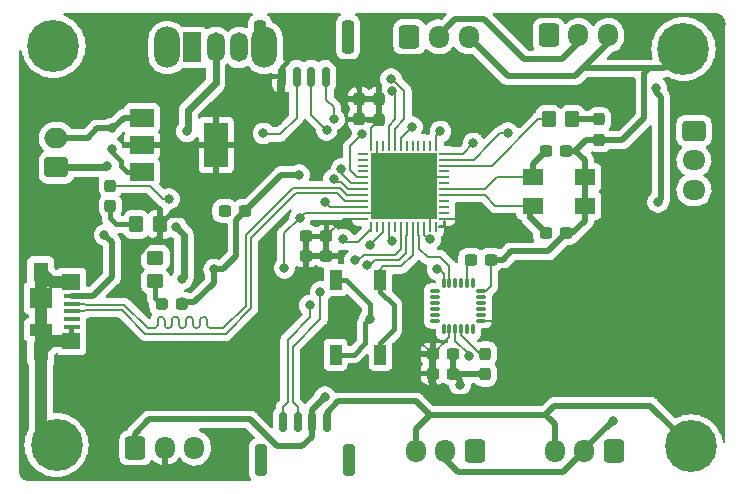
<source format=gbr>
%TF.GenerationSoftware,KiCad,Pcbnew,7.0.9*%
%TF.CreationDate,2025-06-07T20:57:36+05:30*%
%TF.ProjectId,flight_computer_rocketry,666c6967-6874-45f6-936f-6d7075746572,rev?*%
%TF.SameCoordinates,Original*%
%TF.FileFunction,Copper,L1,Top*%
%TF.FilePolarity,Positive*%
%FSLAX46Y46*%
G04 Gerber Fmt 4.6, Leading zero omitted, Abs format (unit mm)*
G04 Created by KiCad (PCBNEW 7.0.9) date 2025-06-07 20:57:36*
%MOMM*%
%LPD*%
G01*
G04 APERTURE LIST*
G04 Aperture macros list*
%AMRoundRect*
0 Rectangle with rounded corners*
0 $1 Rounding radius*
0 $2 $3 $4 $5 $6 $7 $8 $9 X,Y pos of 4 corners*
0 Add a 4 corners polygon primitive as box body*
4,1,4,$2,$3,$4,$5,$6,$7,$8,$9,$2,$3,0*
0 Add four circle primitives for the rounded corners*
1,1,$1+$1,$2,$3*
1,1,$1+$1,$4,$5*
1,1,$1+$1,$6,$7*
1,1,$1+$1,$8,$9*
0 Add four rect primitives between the rounded corners*
20,1,$1+$1,$2,$3,$4,$5,0*
20,1,$1+$1,$4,$5,$6,$7,0*
20,1,$1+$1,$6,$7,$8,$9,0*
20,1,$1+$1,$8,$9,$2,$3,0*%
G04 Aperture macros list end*
%TA.AperFunction,SMDPad,CuDef*%
%ADD10RoundRect,0.237500X-0.300000X-0.237500X0.300000X-0.237500X0.300000X0.237500X-0.300000X0.237500X0*%
%TD*%
%TA.AperFunction,SMDPad,CuDef*%
%ADD11RoundRect,0.237500X0.237500X-0.287500X0.237500X0.287500X-0.237500X0.287500X-0.237500X-0.287500X0*%
%TD*%
%TA.AperFunction,SMDPad,CuDef*%
%ADD12R,2.000000X1.500000*%
%TD*%
%TA.AperFunction,SMDPad,CuDef*%
%ADD13R,2.000000X3.800000*%
%TD*%
%TA.AperFunction,SMDPad,CuDef*%
%ADD14RoundRect,0.237500X-0.237500X0.300000X-0.237500X-0.300000X0.237500X-0.300000X0.237500X0.300000X0*%
%TD*%
%TA.AperFunction,SMDPad,CuDef*%
%ADD15RoundRect,0.250000X-0.350000X-0.450000X0.350000X-0.450000X0.350000X0.450000X-0.350000X0.450000X0*%
%TD*%
%TA.AperFunction,ComponentPad*%
%ADD16C,0.700000*%
%TD*%
%TA.AperFunction,ComponentPad*%
%ADD17C,4.400000*%
%TD*%
%TA.AperFunction,SMDPad,CuDef*%
%ADD18R,1.380000X0.450000*%
%TD*%
%TA.AperFunction,SMDPad,CuDef*%
%ADD19R,1.300000X1.650000*%
%TD*%
%TA.AperFunction,SMDPad,CuDef*%
%ADD20R,1.550000X1.425000*%
%TD*%
%TA.AperFunction,SMDPad,CuDef*%
%ADD21R,1.900000X1.800000*%
%TD*%
%TA.AperFunction,SMDPad,CuDef*%
%ADD22R,1.900000X1.000000*%
%TD*%
%TA.AperFunction,SMDPad,CuDef*%
%ADD23RoundRect,0.150000X-0.150000X-0.700000X0.150000X-0.700000X0.150000X0.700000X-0.150000X0.700000X0*%
%TD*%
%TA.AperFunction,SMDPad,CuDef*%
%ADD24RoundRect,0.250000X-0.250000X-1.100000X0.250000X-1.100000X0.250000X1.100000X-0.250000X1.100000X0*%
%TD*%
%TA.AperFunction,SMDPad,CuDef*%
%ADD25RoundRect,0.250000X-0.450000X0.350000X-0.450000X-0.350000X0.450000X-0.350000X0.450000X0.350000X0*%
%TD*%
%TA.AperFunction,SMDPad,CuDef*%
%ADD26R,1.800000X1.400000*%
%TD*%
%TA.AperFunction,SMDPad,CuDef*%
%ADD27RoundRect,0.062500X0.375000X0.062500X-0.375000X0.062500X-0.375000X-0.062500X0.375000X-0.062500X0*%
%TD*%
%TA.AperFunction,SMDPad,CuDef*%
%ADD28RoundRect,0.062500X0.062500X0.375000X-0.062500X0.375000X-0.062500X-0.375000X0.062500X-0.375000X0*%
%TD*%
%TA.AperFunction,SMDPad,CuDef*%
%ADD29R,5.600000X5.600000*%
%TD*%
%TA.AperFunction,SMDPad,CuDef*%
%ADD30RoundRect,0.250000X-0.250000X-1.150000X0.250000X-1.150000X0.250000X1.150000X-0.250000X1.150000X0*%
%TD*%
%TA.AperFunction,SMDPad,CuDef*%
%ADD31R,1.000000X1.700000*%
%TD*%
%TA.AperFunction,ComponentPad*%
%ADD32RoundRect,0.250000X-0.600000X-0.725000X0.600000X-0.725000X0.600000X0.725000X-0.600000X0.725000X0*%
%TD*%
%TA.AperFunction,ComponentPad*%
%ADD33O,1.700000X1.950000*%
%TD*%
%TA.AperFunction,ComponentPad*%
%ADD34RoundRect,0.250000X-0.725000X0.600000X-0.725000X-0.600000X0.725000X-0.600000X0.725000X0.600000X0*%
%TD*%
%TA.AperFunction,ComponentPad*%
%ADD35O,1.950000X1.700000*%
%TD*%
%TA.AperFunction,ComponentPad*%
%ADD36RoundRect,0.250000X0.750000X-0.600000X0.750000X0.600000X-0.750000X0.600000X-0.750000X-0.600000X0*%
%TD*%
%TA.AperFunction,ComponentPad*%
%ADD37O,2.000000X1.700000*%
%TD*%
%TA.AperFunction,SMDPad,CuDef*%
%ADD38RoundRect,0.237500X-0.237500X0.287500X-0.237500X-0.287500X0.237500X-0.287500X0.237500X0.287500X0*%
%TD*%
%TA.AperFunction,SMDPad,CuDef*%
%ADD39RoundRect,0.075000X-0.350000X-0.075000X0.350000X-0.075000X0.350000X0.075000X-0.350000X0.075000X0*%
%TD*%
%TA.AperFunction,SMDPad,CuDef*%
%ADD40RoundRect,0.075000X0.075000X-0.350000X0.075000X0.350000X-0.075000X0.350000X-0.075000X-0.350000X0*%
%TD*%
%TA.AperFunction,ComponentPad*%
%ADD41RoundRect,0.250000X0.600000X0.725000X-0.600000X0.725000X-0.600000X-0.725000X0.600000X-0.725000X0*%
%TD*%
%TA.AperFunction,SMDPad,CuDef*%
%ADD42RoundRect,0.250000X0.350000X0.450000X-0.350000X0.450000X-0.350000X-0.450000X0.350000X-0.450000X0*%
%TD*%
%TA.AperFunction,SMDPad,CuDef*%
%ADD43RoundRect,0.237500X0.287500X0.237500X-0.287500X0.237500X-0.287500X-0.237500X0.287500X-0.237500X0*%
%TD*%
%TA.AperFunction,ComponentPad*%
%ADD44O,2.200000X3.500000*%
%TD*%
%TA.AperFunction,ComponentPad*%
%ADD45R,1.500000X2.500000*%
%TD*%
%TA.AperFunction,ComponentPad*%
%ADD46O,1.500000X2.500000*%
%TD*%
%TA.AperFunction,ViaPad*%
%ADD47C,0.800000*%
%TD*%
%TA.AperFunction,Conductor*%
%ADD48C,0.500000*%
%TD*%
%TA.AperFunction,Conductor*%
%ADD49C,0.200000*%
%TD*%
%TA.AperFunction,Conductor*%
%ADD50C,0.400000*%
%TD*%
%TA.AperFunction,Conductor*%
%ADD51C,1.000000*%
%TD*%
%TA.AperFunction,Conductor*%
%ADD52C,0.600000*%
%TD*%
G04 APERTURE END LIST*
D10*
%TO.P,C14,1*%
%TO.N,3.3V*%
X117247500Y-77343000D03*
%TO.P,C14,2*%
X118972500Y-77343000D03*
%TD*%
D11*
%TO.P,D2,1,K*%
%TO.N,GND*%
X142113000Y-67536000D03*
%TO.P,D2,2,A*%
%TO.N,Net-(D2-A)*%
X142113000Y-65786000D03*
%TD*%
D12*
%TO.P,U1,1,GND*%
%TO.N,GND*%
X103378000Y-65645000D03*
%TO.P,U1,2,VO*%
%TO.N,3.3V*%
X103378000Y-67945000D03*
D13*
X109678000Y-67945000D03*
D12*
%TO.P,U1,3,VI*%
%TO.N,POWER*%
X103378000Y-70245000D03*
%TD*%
D14*
%TO.P,C12,1*%
%TO.N,3.3V*%
X123444000Y-64087500D03*
%TO.P,C12,2*%
X123444000Y-65812500D03*
%TD*%
D15*
%TO.P,R2,1*%
%TO.N,Net-(U4-PA0)*%
X137811000Y-65786000D03*
%TO.P,R2,2*%
%TO.N,Net-(D2-A)*%
X139811000Y-65786000D03*
%TD*%
D16*
%TO.P,H3,1,1*%
%TO.N,GND*%
X94235000Y-59563000D03*
X94718274Y-58396274D03*
X94718274Y-60729726D03*
X95885000Y-57913000D03*
D17*
X95885000Y-59563000D03*
D16*
X95885000Y-61213000D03*
X97051726Y-58396274D03*
X97051726Y-60729726D03*
X97535000Y-59563000D03*
%TD*%
D10*
%TO.P,C3,1*%
%TO.N,3.3V*%
X128004000Y-87294000D03*
%TO.P,C3,2*%
%TO.N,GND*%
X129729000Y-87294000D03*
%TD*%
D18*
%TO.P,J1,1,VBUS*%
%TO.N,USB_POWER*%
X97472000Y-80742000D03*
%TO.P,J1,2,D-*%
%TO.N,USB_N*%
X97472000Y-81392000D03*
%TO.P,J1,3,D+*%
%TO.N,USB_P*%
X97472000Y-82042000D03*
%TO.P,J1,4,ID*%
%TO.N,unconnected-(J1-ID-Pad4)*%
X97472000Y-82692000D03*
%TO.P,J1,5,GND*%
%TO.N,GND*%
X97472000Y-83342000D03*
D19*
%TO.P,J1,6,Shield*%
X94812000Y-78667000D03*
D20*
X97387000Y-79554500D03*
D21*
X94812000Y-80892000D03*
D22*
X94812000Y-83592000D03*
D20*
X97387000Y-84529500D03*
D19*
X94812000Y-85417000D03*
%TD*%
D23*
%TO.P,J10,1,Pin_1*%
%TO.N,UART_N*%
X115304000Y-91415000D03*
%TO.P,J10,2,Pin_2*%
%TO.N,UART_P*%
X116554000Y-91415000D03*
%TO.P,J10,3,Pin_3*%
%TO.N,5V*%
X117804000Y-91415000D03*
%TO.P,J10,4,Pin_4*%
%TO.N,GND*%
X119054000Y-91415000D03*
D24*
%TO.P,J10,MP*%
%TO.N,N/C*%
X113454000Y-94615000D03*
X120904000Y-94615000D03*
%TD*%
D25*
%TO.P,R3,1*%
%TO.N,5V*%
X104521000Y-77486000D03*
%TO.P,R3,2*%
%TO.N,Net-(D3-A)*%
X104521000Y-79486000D03*
%TD*%
D16*
%TO.P,H4,1,1*%
%TO.N,GND*%
X147575000Y-59817000D03*
X148058274Y-58650274D03*
X148058274Y-60983726D03*
X149225000Y-58167000D03*
D17*
X149225000Y-59817000D03*
D16*
X149225000Y-61467000D03*
X150391726Y-58650274D03*
X150391726Y-60983726D03*
X150875000Y-59817000D03*
%TD*%
D26*
%TO.P,Y1,1,1*%
%TO.N,CKL_P*%
X136468000Y-73082000D03*
%TO.P,Y1,2,2*%
%TO.N,GND*%
X140868000Y-73082000D03*
%TO.P,Y1,3,3*%
X140868000Y-70682000D03*
%TO.P,Y1,4,4*%
%TO.N,CLK_N*%
X136468000Y-70682000D03*
%TD*%
D27*
%TO.P,U4,1,VBAT*%
%TO.N,3.3V*%
X128975500Y-74186000D03*
%TO.P,U4,2,PC13*%
%TO.N,unconnected-(U4-PC13-Pad2)*%
X128975500Y-73686000D03*
%TO.P,U4,3,PC14*%
%TO.N,unconnected-(U4-PC14-Pad3)*%
X128975500Y-73186000D03*
%TO.P,U4,4,PC15*%
%TO.N,unconnected-(U4-PC15-Pad4)*%
X128975500Y-72686000D03*
%TO.P,U4,5,PH0*%
%TO.N,CKL_P*%
X128975500Y-72186000D03*
%TO.P,U4,6,PH1*%
%TO.N,CLK_N*%
X128975500Y-71686000D03*
%TO.P,U4,7,NRST*%
%TO.N,unconnected-(U4-NRST-Pad7)*%
X128975500Y-71186000D03*
%TO.P,U4,8,VSSA*%
%TO.N,GND*%
X128975500Y-70686000D03*
%TO.P,U4,9,VREF+*%
%TO.N,unconnected-(U4-VREF+-Pad9)*%
X128975500Y-70186000D03*
%TO.P,U4,10,PA0*%
%TO.N,Net-(U4-PA0)*%
X128975500Y-69686000D03*
%TO.P,U4,11,PA1*%
%TO.N,PWM_E1*%
X128975500Y-69186000D03*
%TO.P,U4,12,PA2*%
%TO.N,PWM_E2*%
X128975500Y-68686000D03*
D28*
%TO.P,U4,13,PA3*%
%TO.N,PWM_E3*%
X128288000Y-67998500D03*
%TO.P,U4,14,PA4*%
%TO.N,SCK*%
X127788000Y-67998500D03*
%TO.P,U4,15,PA5*%
%TO.N,MISO*%
X127288000Y-67998500D03*
%TO.P,U4,16,PA6*%
%TO.N,MOSI*%
X126788000Y-67998500D03*
%TO.P,U4,17,PA7*%
%TO.N,unconnected-(U4-PA7-Pad17)*%
X126288000Y-67998500D03*
%TO.P,U4,18,PB0*%
%TO.N,PB0*%
X125788000Y-67998500D03*
%TO.P,U4,19,PB1*%
%TO.N,PB1*%
X125288000Y-67998500D03*
%TO.P,U4,20,PB2*%
%TO.N,PB2*%
X124788000Y-67998500D03*
%TO.P,U4,21,PB10*%
%TO.N,SCL_I2C2*%
X124288000Y-67998500D03*
%TO.P,U4,22,VCAP1*%
%TO.N,unconnected-(U4-VCAP1-Pad22)*%
X123788000Y-67998500D03*
%TO.P,U4,23,VSS*%
%TO.N,GND*%
X123288000Y-67998500D03*
%TO.P,U4,24,VDD*%
%TO.N,3.3V*%
X122788000Y-67998500D03*
D27*
%TO.P,U4,25,PB12*%
%TO.N,unconnected-(U4-PB12-Pad25)*%
X122100500Y-68686000D03*
%TO.P,U4,26,PB13*%
%TO.N,unconnected-(U4-PB13-Pad26)*%
X122100500Y-69186000D03*
%TO.P,U4,27,PB14*%
%TO.N,unconnected-(U4-PB14-Pad27)*%
X122100500Y-69686000D03*
%TO.P,U4,28,PB15*%
%TO.N,unconnected-(U4-PB15-Pad28)*%
X122100500Y-70186000D03*
%TO.P,U4,29,PA8*%
%TO.N,PWM1*%
X122100500Y-70686000D03*
%TO.P,U4,30,PA9*%
%TO.N,PWM2*%
X122100500Y-71186000D03*
%TO.P,U4,31,PA10*%
%TO.N,PWM3*%
X122100500Y-71686000D03*
%TO.P,U4,32,PA11*%
%TO.N,USB_N*%
X122100500Y-72186000D03*
%TO.P,U4,33,PA12*%
%TO.N,USB_P*%
X122100500Y-72686000D03*
%TO.P,U4,34,PA13*%
%TO.N,SYS_JTMS_SWDIO*%
X122100500Y-73186000D03*
%TO.P,U4,35,VSS*%
%TO.N,GND*%
X122100500Y-73686000D03*
%TO.P,U4,36,VDD*%
%TO.N,3.3V*%
X122100500Y-74186000D03*
D28*
%TO.P,U4,37,PA14*%
%TO.N,SYS_JTCK_SWCLK*%
X122788000Y-74873500D03*
%TO.P,U4,38,PA15*%
%TO.N,unconnected-(U4-PA15-Pad38)*%
X123288000Y-74873500D03*
%TO.P,U4,39,PB3*%
%TO.N,SDA_I2C2*%
X123788000Y-74873500D03*
%TO.P,U4,40,PB4*%
%TO.N,PWM4*%
X124288000Y-74873500D03*
%TO.P,U4,41,PB5*%
%TO.N,unconnected-(U4-PB5-Pad41)*%
X124788000Y-74873500D03*
%TO.P,U4,42,PB6*%
%TO.N,UART_P*%
X125288000Y-74873500D03*
%TO.P,U4,43,PB7*%
%TO.N,UART_N*%
X125788000Y-74873500D03*
%TO.P,U4,44,BOOT0*%
%TO.N,Net-(U4-BOOT0)*%
X126288000Y-74873500D03*
%TO.P,U4,45,PB8*%
%TO.N,I2C_N*%
X126788000Y-74873500D03*
%TO.P,U4,46,PB9*%
%TO.N,I2C_P*%
X127288000Y-74873500D03*
%TO.P,U4,47,VSS*%
%TO.N,GND*%
X127788000Y-74873500D03*
%TO.P,U4,48,VDD*%
%TO.N,3.3V*%
X128288000Y-74873500D03*
D29*
%TO.P,U4,49,VSS*%
%TO.N,GND*%
X125538000Y-71436000D03*
%TD*%
D14*
%TO.P,C5,1*%
%TO.N,Net-(U2-REGOUT)*%
X132453000Y-85624500D03*
%TO.P,C5,2*%
%TO.N,GND*%
X132453000Y-87349500D03*
%TD*%
D10*
%TO.P,C10,1*%
%TO.N,CLK_N*%
X137551500Y-68453000D03*
%TO.P,C10,2*%
%TO.N,GND*%
X139276500Y-68453000D03*
%TD*%
%TO.P,C4,1*%
%TO.N,3.3V*%
X128004000Y-85643000D03*
%TO.P,C4,2*%
%TO.N,GND*%
X129729000Y-85643000D03*
%TD*%
D23*
%TO.P,J6,1,Pin_1*%
%TO.N,3.3V*%
X115219000Y-62148000D03*
%TO.P,J6,2,Pin_2*%
%TO.N,GND*%
X116469000Y-62148000D03*
%TO.P,J6,3,Pin_3*%
%TO.N,SYS_JTCK_SWCLK*%
X117719000Y-62148000D03*
%TO.P,J6,4,Pin_4*%
%TO.N,SYS_JTMS_SWDIO*%
X118969000Y-62148000D03*
D30*
%TO.P,J6,MP*%
%TO.N,N/C*%
X113369000Y-58798000D03*
X120819000Y-58798000D03*
%TD*%
D10*
%TO.P,C17,1*%
%TO.N,3.3V*%
X117274000Y-75692000D03*
%TO.P,C17,2*%
X118999000Y-75692000D03*
%TD*%
%TO.P,C9,1*%
%TO.N,CKL_P*%
X137551500Y-75438000D03*
%TO.P,C9,2*%
%TO.N,GND*%
X139276500Y-75438000D03*
%TD*%
D31*
%TO.P,SW1,1,1*%
%TO.N,Net-(R5-Pad1)*%
X119766000Y-85700000D03*
X119766000Y-79400000D03*
%TO.P,SW1,2,2*%
%TO.N,Net-(U4-BOOT0)*%
X123566000Y-85700000D03*
X123566000Y-79400000D03*
%TD*%
D32*
%TO.P,J3,1,Pin_1*%
%TO.N,PWM2*%
X126024000Y-58793500D03*
D33*
%TO.P,J3,2,Pin_2*%
%TO.N,5V*%
X128524000Y-58793500D03*
%TO.P,J3,3,Pin_3*%
%TO.N,GND*%
X131024000Y-58793500D03*
%TD*%
D34*
%TO.P,J8,1,Pin_1*%
%TO.N,PWM_E1*%
X150114000Y-66755000D03*
D35*
%TO.P,J8,2,Pin_2*%
%TO.N,PWM_E2*%
X150114000Y-69255000D03*
%TO.P,J8,3,Pin_3*%
%TO.N,PWM_E3*%
X150114000Y-71755000D03*
%TD*%
D16*
%TO.P,H2,1,1*%
%TO.N,GND*%
X148210000Y-93472000D03*
X148693274Y-92305274D03*
X148693274Y-94638726D03*
X149860000Y-91822000D03*
D17*
X149860000Y-93472000D03*
D16*
X149860000Y-95122000D03*
X151026726Y-92305274D03*
X151026726Y-94638726D03*
X151510000Y-93472000D03*
%TD*%
D32*
%TO.P,J9,1,Pin_1*%
%TO.N,5V*%
X102823000Y-93599000D03*
D33*
%TO.P,J9,2,Pin_2*%
%TO.N,3.3V*%
X105323000Y-93599000D03*
%TO.P,J9,3,Pin_3*%
%TO.N,GND*%
X107823000Y-93599000D03*
%TD*%
D36*
%TO.P,J7,1,Pin_1*%
%TO.N,12V_DC*%
X96139000Y-69850000D03*
D37*
%TO.P,J7,2,Pin_2*%
%TO.N,GND*%
X96139000Y-67350000D03*
%TD*%
D38*
%TO.P,D1,1,K*%
%TO.N,GND*%
X100711000Y-71388000D03*
%TO.P,D1,2,A*%
%TO.N,Net-(D1-A)*%
X100711000Y-73138000D03*
%TD*%
D39*
%TO.P,U2,1,CLKIN*%
%TO.N,unconnected-(U2-CLKIN-Pad1)*%
X128213000Y-80329000D03*
%TO.P,U2,2,NC*%
%TO.N,unconnected-(U2-NC-Pad2)*%
X128213000Y-80829000D03*
%TO.P,U2,3,NC*%
%TO.N,unconnected-(U2-NC-Pad3)*%
X128213000Y-81329000D03*
%TO.P,U2,4,NC*%
%TO.N,unconnected-(U2-NC-Pad4)*%
X128213000Y-81829000D03*
%TO.P,U2,5,NC*%
%TO.N,unconnected-(U2-NC-Pad5)*%
X128213000Y-82329000D03*
%TO.P,U2,6,AUX_SDA*%
%TO.N,unconnected-(U2-AUX_SDA-Pad6)*%
X128213000Y-82829000D03*
D40*
%TO.P,U2,7,AUX_SCL*%
%TO.N,unconnected-(U2-AUX_SCL-Pad7)*%
X128913000Y-83529000D03*
%TO.P,U2,8,VDDIO*%
%TO.N,3.3V*%
X129413000Y-83529000D03*
%TO.P,U2,9,AD0*%
%TO.N,PB1*%
X129913000Y-83529000D03*
%TO.P,U2,10,REGOUT*%
%TO.N,Net-(U2-REGOUT)*%
X130413000Y-83529000D03*
%TO.P,U2,11,FSYNC*%
%TO.N,unconnected-(U2-FSYNC-Pad11)*%
X130913000Y-83529000D03*
%TO.P,U2,12,INT*%
%TO.N,unconnected-(U2-INT-Pad12)*%
X131413000Y-83529000D03*
D39*
%TO.P,U2,13,VDD*%
%TO.N,3.3V*%
X132113000Y-82829000D03*
%TO.P,U2,14,NC*%
%TO.N,unconnected-(U2-NC-Pad14)*%
X132113000Y-82329000D03*
%TO.P,U2,15,NC*%
%TO.N,unconnected-(U2-NC-Pad15)*%
X132113000Y-81829000D03*
%TO.P,U2,16,NC*%
%TO.N,unconnected-(U2-NC-Pad16)*%
X132113000Y-81329000D03*
%TO.P,U2,17,NC*%
%TO.N,unconnected-(U2-NC-Pad17)*%
X132113000Y-80829000D03*
%TO.P,U2,18,GND*%
%TO.N,GND*%
X132113000Y-80329000D03*
D40*
%TO.P,U2,19,NC*%
%TO.N,unconnected-(U2-NC-Pad19)*%
X131413000Y-79629000D03*
%TO.P,U2,20,CPOUT*%
%TO.N,Net-(U2-CPOUT)*%
X130913000Y-79629000D03*
%TO.P,U2,21,NC*%
%TO.N,unconnected-(U2-NC-Pad21)*%
X130413000Y-79629000D03*
%TO.P,U2,22,NC*%
%TO.N,unconnected-(U2-NC-Pad22)*%
X129913000Y-79629000D03*
%TO.P,U2,23,SCL*%
%TO.N,I2C_N*%
X129413000Y-79629000D03*
%TO.P,U2,24,SDA*%
%TO.N,I2C_P*%
X128913000Y-79629000D03*
%TD*%
D16*
%TO.P,H1,1,1*%
%TO.N,GND*%
X94490000Y-93345000D03*
X94973274Y-92178274D03*
X94973274Y-94511726D03*
X96140000Y-91695000D03*
D17*
X96140000Y-93345000D03*
D16*
X96140000Y-94995000D03*
X97306726Y-92178274D03*
X97306726Y-94511726D03*
X97790000Y-93345000D03*
%TD*%
D41*
%TO.P,J4,1,Pin_1*%
%TO.N,PWM3*%
X131572000Y-93853000D03*
D33*
%TO.P,J4,2,Pin_2*%
%TO.N,5V*%
X129072000Y-93853000D03*
%TO.P,J4,3,Pin_3*%
%TO.N,GND*%
X126572000Y-93853000D03*
%TD*%
D41*
%TO.P,J5,1,Pin_1*%
%TO.N,PWM4*%
X143343000Y-93853000D03*
D33*
%TO.P,J5,2,Pin_2*%
%TO.N,5V*%
X140843000Y-93853000D03*
%TO.P,J5,3,Pin_3*%
%TO.N,GND*%
X138343000Y-93853000D03*
%TD*%
D10*
%TO.P,C16,1*%
%TO.N,5V*%
X110389500Y-73533000D03*
%TO.P,C16,2*%
%TO.N,GND*%
X112114500Y-73533000D03*
%TD*%
%TO.P,C7,1*%
%TO.N,Net-(U2-CPOUT)*%
X131217500Y-77642000D03*
%TO.P,C7,2*%
%TO.N,GND*%
X132942500Y-77642000D03*
%TD*%
D32*
%TO.P,J2,1,Pin_1*%
%TO.N,PWM1*%
X137835000Y-58666500D03*
D33*
%TO.P,J2,2,Pin_2*%
%TO.N,5V*%
X140335000Y-58666500D03*
%TO.P,J2,3,Pin_3*%
%TO.N,GND*%
X142835000Y-58666500D03*
%TD*%
D42*
%TO.P,R1,1*%
%TO.N,3.3V*%
X104886000Y-74676000D03*
%TO.P,R1,2*%
%TO.N,Net-(D1-A)*%
X102886000Y-74676000D03*
%TD*%
D14*
%TO.P,C13,1*%
%TO.N,3.3V*%
X121793000Y-64061000D03*
%TO.P,C13,2*%
X121793000Y-65786000D03*
%TD*%
D43*
%TO.P,D3,1,K*%
%TO.N,GND*%
X106793000Y-81407000D03*
%TO.P,D3,2,A*%
%TO.N,Net-(D3-A)*%
X105043000Y-81407000D03*
%TD*%
D44*
%TO.P,SW3,*%
%TO.N,*%
X105528000Y-59690000D03*
X113728000Y-59690000D03*
D45*
%TO.P,SW3,1,A*%
%TO.N,USB_POWER*%
X107628000Y-59690000D03*
D46*
%TO.P,SW3,2,B*%
%TO.N,POWER*%
X109628000Y-59690000D03*
%TO.P,SW3,3,C*%
%TO.N,12V_DC*%
X111628000Y-59690000D03*
%TD*%
D47*
%TO.N,GND*%
X123952000Y-70231000D03*
X130302000Y-88265000D03*
X113665000Y-66955500D03*
X109499000Y-78486000D03*
X112141000Y-73533000D03*
X139319000Y-75438000D03*
X126746000Y-71501000D03*
X100711000Y-71374000D03*
X132461000Y-87376000D03*
X123952000Y-71628000D03*
X126746000Y-70231000D03*
X125222000Y-71501000D03*
X105664000Y-72517000D03*
X115443000Y-78359000D03*
X106807000Y-81280000D03*
X125222000Y-70231000D03*
X100838000Y-66548000D03*
X123952000Y-72898000D03*
X126746000Y-73025000D03*
X116776500Y-74104500D03*
X116686500Y-70485000D03*
X125349000Y-73025000D03*
%TO.N,PWM1*%
X122047000Y-67056000D03*
%TO.N,PWM2*%
X120269000Y-69977000D03*
%TO.N,PWM3*%
X119634000Y-70866000D03*
%TO.N,PWM4*%
X124587000Y-76073000D03*
%TO.N,SYS_JTMS_SWDIO*%
X118872000Y-72771000D03*
X119634000Y-65786000D03*
%TO.N,SYS_JTCK_SWCLK*%
X120396000Y-75946000D03*
X119018000Y-66675000D03*
%TO.N,PB1*%
X126238000Y-66421000D03*
X131064000Y-85852000D03*
%TO.N,PB2*%
X124460000Y-62357000D03*
%TO.N,POWER*%
X106299000Y-74930000D03*
X107188000Y-66802000D03*
X106807000Y-79274500D03*
X100838000Y-68326000D03*
X103251000Y-70358000D03*
%TO.N,3.3V*%
X133096000Y-75819000D03*
X109678000Y-67945000D03*
X127889000Y-87249000D03*
X133985000Y-82677000D03*
X107442000Y-72517000D03*
X117274000Y-75692000D03*
X103505000Y-81407000D03*
X134874000Y-75819000D03*
X114935000Y-65913000D03*
X128004000Y-85643000D03*
%TO.N,5V*%
X118872000Y-89281000D03*
X110363000Y-73533000D03*
X146939000Y-63119000D03*
X143256000Y-91313000D03*
X104521000Y-77597000D03*
X147066000Y-72771000D03*
%TO.N,USB_POWER*%
X100203000Y-75565000D03*
%TO.N,12V_DC*%
X100457000Y-69723000D03*
%TO.N,PWM_E1*%
X134366000Y-66929000D03*
%TO.N,PWM_E2*%
X131445000Y-67818000D03*
%TO.N,PWM_E3*%
X128651000Y-66802000D03*
%TO.N,Net-(R5-Pad1)*%
X122682000Y-82677000D03*
%TO.N,SCL_I2C2*%
X124587000Y-63373000D03*
%TO.N,SDA_I2C2*%
X122682000Y-76454000D03*
%TO.N,I2C_P*%
X128397000Y-78486000D03*
X127762000Y-75946000D03*
%TO.N,UART_N*%
X122428000Y-78105000D03*
X117602000Y-81534000D03*
%TO.N,UART_P*%
X118491000Y-80391000D03*
X121412000Y-77724000D03*
%TD*%
D48*
%TO.N,GND*%
X126572000Y-91995000D02*
X127762000Y-90805000D01*
X142113000Y-67536000D02*
X144046000Y-67536000D01*
X138343000Y-91607000D02*
X137922000Y-91186000D01*
D49*
X104027000Y-71388000D02*
X100711000Y-71388000D01*
X127788000Y-74873500D02*
X127788000Y-73686000D01*
D48*
X129729000Y-87294000D02*
X130302000Y-87867000D01*
X137541000Y-90805000D02*
X137922000Y-91186000D01*
D49*
X116776500Y-74104500D02*
X117195000Y-73686000D01*
D48*
X139276500Y-75438000D02*
X139319000Y-75438000D01*
D50*
X97387000Y-83427000D02*
X97387000Y-84529500D01*
D48*
X127762000Y-90805000D02*
X137541000Y-90805000D01*
X109499000Y-79604000D02*
X109499000Y-78486000D01*
X140081000Y-62103000D02*
X140716000Y-61468000D01*
D49*
X126288000Y-70686000D02*
X125538000Y-71436000D01*
D48*
X147574000Y-61468000D02*
X149225000Y-59817000D01*
D49*
X115062000Y-67056000D02*
X113765500Y-67056000D01*
D48*
X126572000Y-93853000D02*
X126572000Y-91995000D01*
X145923000Y-65659000D02*
X145923000Y-61849000D01*
D49*
X122100500Y-73686000D02*
X123288000Y-73686000D01*
D48*
X99568000Y-66548000D02*
X98766000Y-67350000D01*
X134620000Y-76962000D02*
X137752500Y-76962000D01*
D49*
X105664000Y-72517000D02*
X105156000Y-72517000D01*
D48*
X101868000Y-65645000D02*
X100965000Y-66548000D01*
X119054000Y-90623000D02*
X120015000Y-89662000D01*
X100838000Y-66548000D02*
X99568000Y-66548000D01*
X132461000Y-87376000D02*
X129784500Y-87349500D01*
X120015000Y-89662000D02*
X126619000Y-89662000D01*
D49*
X116469000Y-62148000D02*
X116469000Y-65649000D01*
D48*
X126619000Y-89662000D02*
X127762000Y-90805000D01*
D49*
X128975500Y-70686000D02*
X126288000Y-70686000D01*
D48*
X140868000Y-74397000D02*
X140868000Y-73082000D01*
D49*
X123288000Y-73686000D02*
X125538000Y-71436000D01*
D48*
X146431000Y-90043000D02*
X149860000Y-93472000D01*
X140716000Y-61468000D02*
X142835000Y-59349000D01*
X138343000Y-93853000D02*
X138343000Y-91607000D01*
X112114500Y-73533000D02*
X112141000Y-73533000D01*
X140716000Y-61468000D02*
X147193000Y-61468000D01*
X129784500Y-87349500D02*
X129729000Y-87294000D01*
X142113000Y-67536000D02*
X140998000Y-67536000D01*
X140868000Y-70682000D02*
X140868000Y-73082000D01*
D49*
X105156000Y-72517000D02*
X104027000Y-71388000D01*
D51*
X95699500Y-79554500D02*
X94812000Y-78667000D01*
D48*
X119054000Y-91415000D02*
X119054000Y-90623000D01*
X145923000Y-61849000D02*
X146304000Y-61468000D01*
D49*
X113765500Y-67056000D02*
X113665000Y-66955500D01*
D48*
X130302000Y-87867000D02*
X130302000Y-88265000D01*
D51*
X97387000Y-79554500D02*
X95699500Y-79554500D01*
D48*
X140081000Y-68453000D02*
X140868000Y-69240000D01*
X140998000Y-67536000D02*
X140081000Y-68453000D01*
X111379000Y-74268500D02*
X112114500Y-73533000D01*
D51*
X94812000Y-92017000D02*
X96140000Y-93345000D01*
D49*
X127788000Y-73686000D02*
X125538000Y-71436000D01*
D48*
X132453000Y-87349500D02*
X132461000Y-87376000D01*
D51*
X94812000Y-85417000D02*
X94812000Y-78667000D01*
D48*
X146304000Y-61468000D02*
X147193000Y-61468000D01*
D51*
X94812000Y-85417000D02*
X94812000Y-92017000D01*
D49*
X123288000Y-67998500D02*
X123288000Y-69186000D01*
D48*
X107823000Y-81280000D02*
X109499000Y-79604000D01*
X98766000Y-67350000D02*
X96139000Y-67350000D01*
X131024000Y-58793500D02*
X134333500Y-62103000D01*
D50*
X97472000Y-83342000D02*
X97387000Y-83427000D01*
D48*
X144046000Y-67536000D02*
X145923000Y-65659000D01*
X103378000Y-65645000D02*
X101868000Y-65645000D01*
D49*
X123288000Y-69186000D02*
X125538000Y-71436000D01*
D48*
X133940000Y-77642000D02*
X134620000Y-76962000D01*
D51*
X95699500Y-84529500D02*
X94812000Y-85417000D01*
D48*
X139276500Y-68453000D02*
X140081000Y-68453000D01*
X142835000Y-59349000D02*
X142835000Y-58666500D01*
D49*
X116469000Y-65649000D02*
X115062000Y-67056000D01*
D48*
X106807000Y-81280000D02*
X107823000Y-81280000D01*
X112141000Y-73533000D02*
X115189000Y-70485000D01*
X129729000Y-85643000D02*
X129729000Y-87294000D01*
X140868000Y-69240000D02*
X140868000Y-70682000D01*
X134333500Y-62103000D02*
X140081000Y-62103000D01*
D49*
X132113000Y-80329000D02*
X132523000Y-80329000D01*
D48*
X137752500Y-76962000D02*
X139276500Y-75438000D01*
D49*
X117195000Y-73686000D02*
X122100500Y-73686000D01*
X115443000Y-75438000D02*
X116776500Y-74104500D01*
D48*
X147193000Y-61468000D02*
X147574000Y-61468000D01*
D49*
X132523000Y-80329000D02*
X132942500Y-79909500D01*
X115443000Y-78359000D02*
X115443000Y-75438000D01*
D48*
X139319000Y-75438000D02*
X139827000Y-75438000D01*
X137541000Y-90805000D02*
X138303000Y-90043000D01*
D51*
X97387000Y-84529500D02*
X95699500Y-84529500D01*
D48*
X139827000Y-75438000D02*
X140868000Y-74397000D01*
X110236000Y-78486000D02*
X111379000Y-77343000D01*
X132942500Y-77642000D02*
X133940000Y-77642000D01*
X138303000Y-90043000D02*
X146431000Y-90043000D01*
X109499000Y-78486000D02*
X110236000Y-78486000D01*
X111379000Y-77343000D02*
X111379000Y-74268500D01*
D49*
X132942500Y-79909500D02*
X132942500Y-77642000D01*
D48*
X115189000Y-70485000D02*
X116686500Y-70485000D01*
X100965000Y-66548000D02*
X100838000Y-66548000D01*
D49*
%TO.N,Net-(U2-REGOUT)*%
X130413000Y-83529000D02*
X130413000Y-84058000D01*
X131979500Y-85624500D02*
X132453000Y-85624500D01*
X130413000Y-84058000D02*
X131979500Y-85624500D01*
%TO.N,Net-(U2-CPOUT)*%
X130913000Y-77946500D02*
X131217500Y-77642000D01*
X130913000Y-79629000D02*
X130913000Y-77946500D01*
%TO.N,USB_N*%
X108894000Y-82768000D02*
X108894000Y-83168000D01*
X120700000Y-72186000D02*
X122100500Y-72186000D01*
X107694000Y-82768000D02*
X107694000Y-83168000D01*
X120142000Y-71628000D02*
X120700000Y-72186000D01*
X110269800Y-83468000D02*
X112170000Y-81567800D01*
X107094000Y-83168000D02*
X107094000Y-82768000D01*
X103852200Y-83468000D02*
X104394000Y-83468000D01*
X106494000Y-82768000D02*
X106494000Y-83168000D01*
X112170000Y-75598800D02*
X116140800Y-71628000D01*
X104694000Y-83168000D02*
X104694000Y-82768000D01*
X101876200Y-81492000D02*
X103852200Y-83468000D01*
X112170000Y-81567800D02*
X112170000Y-75598800D01*
X109194000Y-83468000D02*
X109713615Y-83468000D01*
X105294000Y-82768000D02*
X105294000Y-83168000D01*
X97472000Y-81392000D02*
X98507001Y-81392000D01*
X116140800Y-71628000D02*
X120142000Y-71628000D01*
X108294000Y-83168000D02*
X108294000Y-82768000D01*
X98507001Y-81392000D02*
X98607001Y-81492000D01*
X105894000Y-83168000D02*
X105894000Y-82768000D01*
X98607001Y-81492000D02*
X101876200Y-81492000D01*
X109713615Y-83468000D02*
X110269800Y-83468000D01*
X104994000Y-82468000D02*
G75*
G03*
X104694000Y-82768000I0J-300000D01*
G01*
X106494000Y-83168000D02*
G75*
G03*
X106794000Y-83468000I300000J0D01*
G01*
X107694000Y-83168000D02*
G75*
G03*
X107994000Y-83468000I300000J0D01*
G01*
X107994000Y-83468000D02*
G75*
G03*
X108294000Y-83168000I0J300000D01*
G01*
X105294000Y-82768000D02*
G75*
G03*
X104994000Y-82468000I-300000J0D01*
G01*
X107694000Y-82768000D02*
G75*
G03*
X107394000Y-82468000I-300000J0D01*
G01*
X107394000Y-82468000D02*
G75*
G03*
X107094000Y-82768000I0J-300000D01*
G01*
X105294000Y-83168000D02*
G75*
G03*
X105594000Y-83468000I300000J0D01*
G01*
X108894000Y-82768000D02*
G75*
G03*
X108594000Y-82468000I-300000J0D01*
G01*
X104394000Y-83468000D02*
G75*
G03*
X104694000Y-83168000I0J300000D01*
G01*
X108894000Y-83168000D02*
G75*
G03*
X109194000Y-83468000I300000J0D01*
G01*
X108594000Y-82468000D02*
G75*
G03*
X108294000Y-82768000I0J-300000D01*
G01*
X106494000Y-82768000D02*
G75*
G03*
X106194000Y-82468000I-300000J0D01*
G01*
X106794000Y-83468000D02*
G75*
G03*
X107094000Y-83168000I0J300000D01*
G01*
X105594000Y-83468000D02*
G75*
G03*
X105894000Y-83168000I0J300000D01*
G01*
X106194000Y-82468000D02*
G75*
G03*
X105894000Y-82768000I0J-300000D01*
G01*
%TO.N,USB_P*%
X110456200Y-83918000D02*
X103665800Y-83918000D01*
X119907000Y-72028000D02*
X116377200Y-72028000D01*
X120565000Y-72686000D02*
X119907000Y-72028000D01*
X122100500Y-72686000D02*
X120565000Y-72686000D01*
X112620000Y-75785200D02*
X112620000Y-81754200D01*
X116377200Y-72028000D02*
X112620000Y-75785200D01*
X112620000Y-81754200D02*
X110456200Y-83918000D01*
X98607001Y-81942000D02*
X98507001Y-82042000D01*
X98507001Y-82042000D02*
X97472000Y-82042000D01*
X103665800Y-83918000D02*
X101689800Y-81942000D01*
X101689800Y-81942000D02*
X98607001Y-81942000D01*
%TO.N,PWM1*%
X121613000Y-70686000D02*
X121031000Y-70104000D01*
X121031000Y-68072000D02*
X122047000Y-67056000D01*
X122100500Y-70686000D02*
X121613000Y-70686000D01*
X121031000Y-70104000D02*
X121031000Y-68072000D01*
%TO.N,PWM2*%
X120777000Y-70866000D02*
X120269000Y-70358000D01*
X120269000Y-70358000D02*
X120269000Y-69977000D01*
X122100500Y-71186000D02*
X121097000Y-71186000D01*
X121097000Y-71186000D02*
X120777000Y-70866000D01*
%TO.N,PWM3*%
X120835000Y-71686000D02*
X122100500Y-71686000D01*
X119634000Y-70866000D02*
X119888000Y-71120000D01*
X119888000Y-71120000D02*
X120269000Y-71120000D01*
X120269000Y-71120000D02*
X120835000Y-71686000D01*
%TO.N,PWM4*%
X124288000Y-75774000D02*
X124587000Y-76073000D01*
X124288000Y-74873500D02*
X124288000Y-75774000D01*
%TO.N,SYS_JTMS_SWDIO*%
X119634000Y-65786000D02*
X119634000Y-64770000D01*
X119287000Y-73186000D02*
X122100500Y-73186000D01*
X118999000Y-62178000D02*
X118969000Y-62148000D01*
X118872000Y-72771000D02*
X119287000Y-73186000D01*
X119634000Y-64770000D02*
X118999000Y-64135000D01*
X118999000Y-64135000D02*
X118999000Y-62178000D01*
%TO.N,SYS_JTCK_SWCLK*%
X122788000Y-74873500D02*
X122788000Y-75078000D01*
X117719000Y-65395000D02*
X117719000Y-62148000D01*
X119018000Y-66675000D02*
X118999000Y-66675000D01*
X122788000Y-75078000D02*
X121666000Y-76200000D01*
X121666000Y-76200000D02*
X120650000Y-76200000D01*
X118999000Y-66675000D02*
X117719000Y-65395000D01*
X120650000Y-76200000D02*
X120396000Y-75946000D01*
D50*
%TO.N,Net-(D1-A)*%
X101219000Y-74676000D02*
X100711000Y-74168000D01*
X100711000Y-74168000D02*
X100711000Y-73138000D01*
X102886000Y-74676000D02*
X101219000Y-74676000D01*
D48*
%TO.N,Net-(D2-A)*%
X142113000Y-65786000D02*
X139811000Y-65786000D01*
D49*
%TO.N,PB1*%
X131064000Y-85655686D02*
X129913000Y-84504686D01*
X129913000Y-84504686D02*
X129913000Y-83529000D01*
X131064000Y-85852000D02*
X131064000Y-85655686D01*
X125288000Y-67371000D02*
X125288000Y-67998500D01*
X126238000Y-66421000D02*
X125288000Y-67371000D01*
%TO.N,Net-(U4-PA0)*%
X133006000Y-69686000D02*
X136906000Y-65786000D01*
X128975500Y-69686000D02*
X133006000Y-69686000D01*
X136906000Y-65786000D02*
X137811000Y-65786000D01*
%TO.N,PB2*%
X124788000Y-66601000D02*
X124788000Y-67998500D01*
X124460000Y-62357000D02*
X124587000Y-62357000D01*
X125603000Y-65786000D02*
X124788000Y-66601000D01*
X125603000Y-63373000D02*
X125603000Y-65786000D01*
X124587000Y-62357000D02*
X125603000Y-63373000D01*
D50*
%TO.N,POWER*%
X103138000Y-70245000D02*
X102122000Y-70245000D01*
X101600000Y-69723000D02*
X101600000Y-69342000D01*
X103378000Y-70245000D02*
X103364000Y-70245000D01*
X103251000Y-70358000D02*
X103138000Y-70245000D01*
D52*
X106934000Y-79147500D02*
X106807000Y-79274500D01*
D50*
X103364000Y-70245000D02*
X103251000Y-70358000D01*
D52*
X106934000Y-75565000D02*
X106934000Y-79147500D01*
D50*
X109628000Y-59690000D02*
X109601000Y-59690000D01*
D52*
X109628000Y-62711000D02*
X109628000Y-59690000D01*
D50*
X102122000Y-70245000D02*
X101600000Y-69723000D01*
X100838000Y-68580000D02*
X100838000Y-68326000D01*
X109601000Y-59690000D02*
X109474000Y-59817000D01*
D52*
X107315000Y-66675000D02*
X107315000Y-65024000D01*
X107315000Y-65024000D02*
X109628000Y-62711000D01*
D50*
X107188000Y-66802000D02*
X107315000Y-66675000D01*
X101600000Y-69342000D02*
X100838000Y-68580000D01*
D52*
X106299000Y-74930000D02*
X106934000Y-75565000D01*
D48*
%TO.N,3.3V*%
X128004000Y-85643000D02*
X127889000Y-87249000D01*
D49*
X123444000Y-65812500D02*
X122788000Y-66468500D01*
X132098000Y-74186000D02*
X133096000Y-75184000D01*
X129413000Y-83529000D02*
X129413000Y-84201000D01*
D50*
X104886000Y-74676000D02*
X105648000Y-73914000D01*
D49*
X122788000Y-66468500D02*
X122788000Y-67998500D01*
X126873000Y-84512000D02*
X126873000Y-84074000D01*
D48*
X133985000Y-87884000D02*
X133985000Y-82677000D01*
D50*
X109220000Y-72390000D02*
X109093000Y-72517000D01*
X104267000Y-76200000D02*
X104013000Y-76200000D01*
X107696000Y-73914000D02*
X108585000Y-73025000D01*
X102870000Y-80137000D02*
X103505000Y-80772000D01*
X104886000Y-74676000D02*
X104886000Y-75581000D01*
D49*
X120505000Y-74186000D02*
X122100500Y-74186000D01*
D48*
X118972500Y-75718500D02*
X118999000Y-75692000D01*
X132588000Y-89281000D02*
X133985000Y-87884000D01*
D50*
X123417500Y-64061000D02*
X123444000Y-64087500D01*
D49*
X129413000Y-84201000D02*
X128004000Y-85610000D01*
D50*
X103505000Y-80772000D02*
X103505000Y-81407000D01*
X123417500Y-65786000D02*
X123444000Y-65812500D01*
D49*
X128004000Y-85643000D02*
X126873000Y-84512000D01*
X118999000Y-75692000D02*
X120505000Y-74186000D01*
X133985000Y-82677000D02*
X133833000Y-82829000D01*
D48*
X127889000Y-87249000D02*
X128004000Y-87294000D01*
X127889000Y-87249000D02*
X127889000Y-88011000D01*
X129159000Y-89281000D02*
X132588000Y-89281000D01*
X117247500Y-77343000D02*
X117247500Y-75718500D01*
D49*
X114935000Y-62432000D02*
X114935000Y-65913000D01*
D50*
X109093000Y-72517000D02*
X107442000Y-72517000D01*
X119126000Y-60452000D02*
X116078000Y-60452000D01*
D48*
X103378000Y-67945000D02*
X109678000Y-67945000D01*
D50*
X121793000Y-63119000D02*
X119126000Y-60452000D01*
D49*
X115219000Y-62148000D02*
X114935000Y-62432000D01*
D50*
X121793000Y-65786000D02*
X123417500Y-65786000D01*
X121793000Y-64061000D02*
X121793000Y-63119000D01*
X105648000Y-73914000D02*
X107696000Y-73914000D01*
D49*
X133833000Y-82829000D02*
X132113000Y-82829000D01*
D50*
X108585000Y-73025000D02*
X109678000Y-71932000D01*
X116078000Y-60452000D02*
X115219000Y-61311000D01*
X121793000Y-64061000D02*
X123417500Y-64061000D01*
D49*
X133096000Y-75184000D02*
X133096000Y-75819000D01*
D50*
X115219000Y-61311000D02*
X115219000Y-62148000D01*
X109678000Y-71932000D02*
X109678000Y-67945000D01*
D48*
X127889000Y-88011000D02*
X129159000Y-89281000D01*
D50*
X104886000Y-75581000D02*
X104267000Y-76200000D01*
D49*
X128975500Y-74186000D02*
X132098000Y-74186000D01*
X128004000Y-85610000D02*
X128004000Y-85643000D01*
D50*
X102870000Y-77343000D02*
X102870000Y-80137000D01*
D48*
X118972500Y-77343000D02*
X118972500Y-75718500D01*
X117247500Y-75718500D02*
X117274000Y-75692000D01*
D50*
X104013000Y-76200000D02*
X102870000Y-77343000D01*
D48*
%TO.N,5V*%
X128524000Y-58674000D02*
X129921000Y-57277000D01*
X139065000Y-95631000D02*
X140843000Y-93853000D01*
X129072000Y-94528000D02*
X130175000Y-95631000D01*
X140843000Y-93853000D02*
X140843000Y-93726000D01*
X146939000Y-63500000D02*
X146939000Y-63119000D01*
X116967000Y-93472000D02*
X117804000Y-92635000D01*
X102823000Y-93599000D02*
X102823000Y-92376000D01*
X138938000Y-60706000D02*
X140335000Y-59309000D01*
X117804000Y-92635000D02*
X117804000Y-91415000D01*
X104013000Y-91186000D02*
X112522000Y-91186000D01*
X129921000Y-57277000D02*
X132334000Y-57277000D01*
X147066000Y-72771000D02*
X147320000Y-72517000D01*
X112522000Y-91186000D02*
X114808000Y-93472000D01*
X132334000Y-57277000D02*
X135763000Y-60706000D01*
X140843000Y-93726000D02*
X143256000Y-91313000D01*
X117804000Y-90349000D02*
X117804000Y-91415000D01*
X135763000Y-60706000D02*
X138938000Y-60706000D01*
X130175000Y-95631000D02*
X139065000Y-95631000D01*
X102823000Y-92376000D02*
X104013000Y-91186000D01*
X129072000Y-93853000D02*
X129072000Y-94528000D01*
X128524000Y-58793500D02*
X128524000Y-58674000D01*
X118872000Y-89281000D02*
X117804000Y-90349000D01*
X114808000Y-93472000D02*
X116967000Y-93472000D01*
X140335000Y-59309000D02*
X140335000Y-58666500D01*
X147320000Y-63881000D02*
X146939000Y-63500000D01*
X147320000Y-72517000D02*
X147320000Y-63881000D01*
D50*
%TO.N,Net-(D3-A)*%
X104521000Y-79486000D02*
X104521000Y-80885000D01*
X104521000Y-80885000D02*
X105043000Y-81407000D01*
D48*
%TO.N,USB_POWER*%
X100203000Y-75565000D02*
X100838000Y-76200000D01*
X100838000Y-76200000D02*
X100838000Y-79121000D01*
X99242000Y-80717000D02*
X97472000Y-80717000D01*
X100838000Y-79121000D02*
X99242000Y-80717000D01*
D52*
%TO.N,12V_DC*%
X100330000Y-69850000D02*
X96139000Y-69850000D01*
D50*
X100457000Y-69723000D02*
X100330000Y-69850000D01*
D49*
%TO.N,PWM_E1*%
X132842000Y-67818000D02*
X133731000Y-66929000D01*
X133731000Y-66929000D02*
X134366000Y-66929000D01*
X128975500Y-69186000D02*
X131474000Y-69186000D01*
X131474000Y-69186000D02*
X132842000Y-67818000D01*
%TO.N,PWM_E2*%
X130577000Y-68686000D02*
X131445000Y-67818000D01*
X128975500Y-68686000D02*
X130577000Y-68686000D01*
%TO.N,PWM_E3*%
X128651000Y-66802000D02*
X128288000Y-67165000D01*
X128288000Y-67165000D02*
X128288000Y-67998500D01*
D50*
%TO.N,Net-(R5-Pad1)*%
X121310000Y-85700000D02*
X122301000Y-84709000D01*
X122301000Y-84709000D02*
X122301000Y-83058000D01*
X120675000Y-79400000D02*
X122682000Y-81407000D01*
X122301000Y-83058000D02*
X122682000Y-82677000D01*
X122682000Y-81407000D02*
X122682000Y-82677000D01*
X119766000Y-79400000D02*
X120675000Y-79400000D01*
X119766000Y-85700000D02*
X121310000Y-85700000D01*
D49*
%TO.N,Net-(U4-BOOT0)*%
X126288000Y-77293000D02*
X125349000Y-78232000D01*
X125349000Y-78232000D02*
X123825000Y-78232000D01*
D50*
X123566000Y-84714000D02*
X124714000Y-83566000D01*
D49*
X123566000Y-78491000D02*
X123566000Y-79400000D01*
D50*
X123566000Y-85700000D02*
X123566000Y-84714000D01*
X124714000Y-81534000D02*
X123566000Y-80386000D01*
X124714000Y-83566000D02*
X124714000Y-81534000D01*
X123566000Y-80386000D02*
X123566000Y-79400000D01*
D49*
X126288000Y-74873500D02*
X126288000Y-77293000D01*
X123825000Y-78232000D02*
X123566000Y-78491000D01*
%TO.N,SCL_I2C2*%
X124288000Y-66339000D02*
X124841000Y-65786000D01*
X124841000Y-63627000D02*
X124587000Y-63373000D01*
X124288000Y-67998500D02*
X124288000Y-66339000D01*
X124587000Y-63373000D02*
X124460000Y-63246000D01*
X124841000Y-65786000D02*
X124841000Y-63627000D01*
%TO.N,SDA_I2C2*%
X123788000Y-75348000D02*
X123788000Y-74873500D01*
X122682000Y-76454000D02*
X123788000Y-75348000D01*
%TO.N,I2C_N*%
X128651000Y-77470000D02*
X127570801Y-77470000D01*
X126788000Y-75529751D02*
X126788000Y-74873500D01*
X126813000Y-75554751D02*
X126788000Y-75529751D01*
X126813000Y-76712199D02*
X126813000Y-75554751D01*
X126788000Y-74845000D02*
X126746000Y-74803000D01*
X126788000Y-74873500D02*
X126788000Y-74845000D01*
X129413000Y-78232000D02*
X128651000Y-77470000D01*
X127570801Y-77470000D02*
X126813000Y-76712199D01*
X129413000Y-79629000D02*
X129413000Y-78232000D01*
%TO.N,I2C_P*%
X128913000Y-78875000D02*
X128913000Y-79629000D01*
X127704249Y-75946000D02*
X127288000Y-75529751D01*
X128524000Y-78486000D02*
X128913000Y-78875000D01*
X127288000Y-75529751D02*
X127288000Y-74873500D01*
X127762000Y-75946000D02*
X127704249Y-75946000D01*
X128397000Y-78486000D02*
X128524000Y-78486000D01*
%TO.N,CKL_P*%
X128975500Y-72186000D02*
X132384000Y-72186000D01*
X133280000Y-73082000D02*
X136468000Y-73082000D01*
D48*
X136271000Y-74168000D02*
X136281500Y-74168000D01*
X136281500Y-74168000D02*
X137551500Y-75438000D01*
X136468000Y-73082000D02*
X136271000Y-73279000D01*
X136271000Y-73279000D02*
X136271000Y-74168000D01*
D49*
X132384000Y-72186000D02*
X133280000Y-73082000D01*
%TO.N,CLK_N*%
X133407000Y-70682000D02*
X136468000Y-70682000D01*
D48*
X136468000Y-69536500D02*
X137551500Y-68453000D01*
D49*
X128975500Y-71686000D02*
X132403000Y-71686000D01*
D48*
X136468000Y-70682000D02*
X136468000Y-69536500D01*
D49*
X132403000Y-71686000D02*
X133407000Y-70682000D01*
%TO.N,UART_N*%
X115304000Y-90139999D02*
X115304000Y-91415000D01*
X123092000Y-77695000D02*
X125124000Y-77695000D01*
X117602000Y-81534000D02*
X117602000Y-82550000D01*
X125124000Y-77695000D02*
X125763000Y-77056000D01*
X115704000Y-89739999D02*
X115304000Y-90139999D01*
X115704000Y-84448000D02*
X115704000Y-89739999D01*
X125763000Y-75554751D02*
X125788000Y-75529751D01*
X122682000Y-78105000D02*
X123092000Y-77695000D01*
X125763000Y-77056000D02*
X125763000Y-75554751D01*
X125788000Y-75529751D02*
X125788000Y-74873500D01*
X117602000Y-82550000D02*
X115704000Y-84448000D01*
X122428000Y-78105000D02*
X122682000Y-78105000D01*
%TO.N,UART_P*%
X125288000Y-75529751D02*
X125288000Y-74873500D01*
X121412000Y-77724000D02*
X121506900Y-77818900D01*
X125313000Y-75554751D02*
X125288000Y-75529751D01*
X121666000Y-77724000D02*
X122145000Y-77245000D01*
X116554000Y-90139999D02*
X116554000Y-91415000D01*
X125313000Y-76744000D02*
X125313000Y-75554751D01*
X122145000Y-77245000D02*
X124812000Y-77245000D01*
X124812000Y-77245000D02*
X125313000Y-76744000D01*
X116154000Y-85014000D02*
X116154000Y-89739999D01*
X118491000Y-80391000D02*
X118491000Y-82677000D01*
X118491000Y-82677000D02*
X116154000Y-85014000D01*
X116154000Y-89739999D02*
X116554000Y-90139999D01*
X121412000Y-77724000D02*
X121666000Y-77724000D01*
%TD*%
%TA.AperFunction,Conductor*%
%TO.N,3.3V*%
G36*
X112728241Y-56789185D02*
G01*
X112773996Y-56841989D01*
X112783940Y-56911147D01*
X112754915Y-56974703D01*
X112726299Y-56999038D01*
X112645351Y-57048967D01*
X112645347Y-57048970D01*
X112519971Y-57174346D01*
X112426886Y-57325259D01*
X112426884Y-57325264D01*
X112371113Y-57493572D01*
X112360500Y-57597447D01*
X112360500Y-57946595D01*
X112340815Y-58013634D01*
X112288011Y-58059389D01*
X112218853Y-58069333D01*
X112187765Y-58060617D01*
X112058870Y-58005525D01*
X112018470Y-57988257D01*
X112018468Y-57988256D01*
X112018467Y-57988256D01*
X112018464Y-57988255D01*
X111797620Y-57937850D01*
X111797616Y-57937849D01*
X111797615Y-57937849D01*
X111797614Y-57937848D01*
X111797609Y-57937848D01*
X111571312Y-57927685D01*
X111571311Y-57927685D01*
X111571309Y-57927685D01*
X111402946Y-57950491D01*
X111346824Y-57958094D01*
X111346819Y-57958095D01*
X111131377Y-58028097D01*
X110931892Y-58135445D01*
X110754781Y-58276686D01*
X110721355Y-58314945D01*
X110662423Y-58352479D01*
X110592554Y-58352193D01*
X110542283Y-58322986D01*
X110415835Y-58202089D01*
X110415834Y-58202088D01*
X110346569Y-58156367D01*
X110226772Y-58077289D01*
X110018477Y-57988259D01*
X110018464Y-57988255D01*
X109797620Y-57937850D01*
X109797616Y-57937849D01*
X109797615Y-57937849D01*
X109797614Y-57937848D01*
X109797609Y-57937848D01*
X109571312Y-57927685D01*
X109571311Y-57927685D01*
X109571309Y-57927685D01*
X109402946Y-57950491D01*
X109346824Y-57958094D01*
X109346819Y-57958095D01*
X109131377Y-58028097D01*
X108931874Y-58135455D01*
X108931235Y-58135877D01*
X108930898Y-58135980D01*
X108926991Y-58138083D01*
X108926573Y-58137306D01*
X108864438Y-58156367D01*
X108797166Y-58137490D01*
X108763679Y-58106686D01*
X108741262Y-58076740D01*
X108731367Y-58069333D01*
X108624204Y-57989111D01*
X108599533Y-57979909D01*
X108487203Y-57938011D01*
X108426654Y-57931500D01*
X108426638Y-57931500D01*
X106829362Y-57931500D01*
X106829359Y-57931500D01*
X106772712Y-57937590D01*
X106703953Y-57925184D01*
X106671777Y-57901981D01*
X106668901Y-57899105D01*
X106668899Y-57899103D01*
X106668898Y-57899102D01*
X106476376Y-57734672D01*
X106476374Y-57734670D01*
X106476372Y-57734669D01*
X106476370Y-57734668D01*
X106260502Y-57602383D01*
X106026593Y-57505495D01*
X105780406Y-57446391D01*
X105528000Y-57426526D01*
X105275593Y-57446391D01*
X105029406Y-57505495D01*
X104795497Y-57602383D01*
X104579629Y-57734668D01*
X104579627Y-57734669D01*
X104387102Y-57899102D01*
X104222669Y-58091627D01*
X104222668Y-58091629D01*
X104090383Y-58307497D01*
X103993495Y-58541406D01*
X103972105Y-58630504D01*
X103934391Y-58787597D01*
X103919500Y-58976801D01*
X103919500Y-60403199D01*
X103934391Y-60592403D01*
X103934392Y-60592406D01*
X103993495Y-60838593D01*
X104090383Y-61072502D01*
X104222668Y-61288370D01*
X104222669Y-61288372D01*
X104222670Y-61288374D01*
X104222672Y-61288376D01*
X104387102Y-61480898D01*
X104579624Y-61645328D01*
X104579626Y-61645329D01*
X104579627Y-61645330D01*
X104579629Y-61645331D01*
X104795497Y-61777616D01*
X105029406Y-61874504D01*
X105029407Y-61874504D01*
X105029409Y-61874505D01*
X105275597Y-61933609D01*
X105528000Y-61953474D01*
X105780403Y-61933609D01*
X106026591Y-61874505D01*
X106260502Y-61777616D01*
X106476376Y-61645328D01*
X106668898Y-61480898D01*
X106668903Y-61480891D01*
X106671778Y-61478018D01*
X106733101Y-61444533D01*
X106772715Y-61442410D01*
X106829345Y-61448499D01*
X106829362Y-61448500D01*
X108426638Y-61448500D01*
X108426654Y-61448499D01*
X108453692Y-61445591D01*
X108487201Y-61441989D01*
X108624204Y-61390889D01*
X108624204Y-61390888D01*
X108624206Y-61390888D01*
X108631992Y-61386637D01*
X108633118Y-61388699D01*
X108686634Y-61368729D01*
X108754910Y-61383570D01*
X108804323Y-61432968D01*
X108819500Y-61492412D01*
X108819500Y-62324746D01*
X108799815Y-62391785D01*
X108783181Y-62412427D01*
X106678891Y-64516716D01*
X106678888Y-64516720D01*
X106656436Y-64552451D01*
X106652411Y-64558123D01*
X106626092Y-64591128D01*
X106607775Y-64629159D01*
X106604412Y-64635245D01*
X106581959Y-64670981D01*
X106581953Y-64670993D01*
X106568019Y-64710816D01*
X106565357Y-64717242D01*
X106547041Y-64755278D01*
X106537645Y-64796438D01*
X106535720Y-64803119D01*
X106521783Y-64842952D01*
X106521781Y-64842958D01*
X106517057Y-64884894D01*
X106515891Y-64891753D01*
X106506501Y-64932895D01*
X106506500Y-64932904D01*
X106506500Y-66153552D01*
X106486815Y-66220591D01*
X106474650Y-66236524D01*
X106448959Y-66265056D01*
X106353473Y-66430443D01*
X106353470Y-66430450D01*
X106294459Y-66612068D01*
X106294458Y-66612072D01*
X106274496Y-66802000D01*
X106294458Y-66991928D01*
X106294459Y-66991931D01*
X106353470Y-67173549D01*
X106353473Y-67173556D01*
X106448960Y-67338944D01*
X106576747Y-67480866D01*
X106731248Y-67593118D01*
X106905712Y-67670794D01*
X107092513Y-67710500D01*
X107283487Y-67710500D01*
X107470288Y-67670794D01*
X107644752Y-67593118D01*
X107799253Y-67480866D01*
X107927040Y-67338944D01*
X107946613Y-67305041D01*
X107997179Y-67256827D01*
X108065785Y-67243603D01*
X108130651Y-67269570D01*
X108171180Y-67326484D01*
X108178000Y-67367042D01*
X108178000Y-67695000D01*
X109428000Y-67695000D01*
X109428000Y-65545000D01*
X109928000Y-65545000D01*
X109928000Y-67695000D01*
X111178000Y-67695000D01*
X111178000Y-65997172D01*
X111177999Y-65997155D01*
X111171598Y-65937627D01*
X111171596Y-65937620D01*
X111121354Y-65802913D01*
X111121350Y-65802906D01*
X111035190Y-65687812D01*
X111035187Y-65687809D01*
X110920093Y-65601649D01*
X110920086Y-65601645D01*
X110785379Y-65551403D01*
X110785372Y-65551401D01*
X110725844Y-65545000D01*
X109928000Y-65545000D01*
X109428000Y-65545000D01*
X108630155Y-65545000D01*
X108570627Y-65551401D01*
X108570620Y-65551403D01*
X108435913Y-65601645D01*
X108435906Y-65601649D01*
X108321811Y-65687062D01*
X108256347Y-65711480D01*
X108188074Y-65696629D01*
X108138668Y-65647224D01*
X108123500Y-65587796D01*
X108123500Y-65410254D01*
X108143185Y-65343215D01*
X108159819Y-65322573D01*
X109188541Y-64293851D01*
X110231803Y-63250589D01*
X110264111Y-63218281D01*
X110286570Y-63182535D01*
X110290579Y-63176885D01*
X110316909Y-63143870D01*
X110335226Y-63105830D01*
X110338587Y-63099752D01*
X110361043Y-63064015D01*
X110374983Y-63024173D01*
X110377639Y-63017758D01*
X110395959Y-62979720D01*
X110405357Y-62938542D01*
X110407269Y-62931906D01*
X110421217Y-62892047D01*
X110425942Y-62850106D01*
X110427108Y-62843244D01*
X110430609Y-62827903D01*
X110436500Y-62802097D01*
X110436500Y-62619903D01*
X110436500Y-62398000D01*
X114419000Y-62398000D01*
X114419000Y-62913644D01*
X114421899Y-62950489D01*
X114421900Y-62950495D01*
X114467716Y-63108193D01*
X114467717Y-63108196D01*
X114551314Y-63249552D01*
X114551321Y-63249561D01*
X114667438Y-63365678D01*
X114667447Y-63365685D01*
X114808801Y-63449281D01*
X114966514Y-63495100D01*
X114966511Y-63495100D01*
X114968998Y-63495295D01*
X114969000Y-63495295D01*
X114969000Y-62398000D01*
X114419000Y-62398000D01*
X110436500Y-62398000D01*
X110436500Y-61214639D01*
X110456185Y-61147600D01*
X110483187Y-61117692D01*
X110501218Y-61103314D01*
X110534643Y-61065055D01*
X110593573Y-61027521D01*
X110663442Y-61027805D01*
X110713715Y-61057012D01*
X110840166Y-61177912D01*
X110941128Y-61244556D01*
X111029227Y-61302710D01*
X111237522Y-61391740D01*
X111237525Y-61391741D01*
X111237530Y-61391743D01*
X111458385Y-61442151D01*
X111684691Y-61452315D01*
X111909175Y-61421906D01*
X112124621Y-61351903D01*
X112277911Y-61269414D01*
X112346270Y-61254981D01*
X112411584Y-61279798D01*
X112430955Y-61298074D01*
X112587102Y-61480898D01*
X112779624Y-61645328D01*
X112779626Y-61645329D01*
X112779627Y-61645330D01*
X112779629Y-61645331D01*
X112995497Y-61777616D01*
X113229406Y-61874504D01*
X113229407Y-61874504D01*
X113229409Y-61874505D01*
X113475597Y-61933609D01*
X113728000Y-61953474D01*
X113980403Y-61933609D01*
X114226591Y-61874505D01*
X114269485Y-61856737D01*
X114338950Y-61849268D01*
X114401430Y-61880541D01*
X114404617Y-61883617D01*
X114419000Y-61898000D01*
X115345000Y-61898000D01*
X115412039Y-61917685D01*
X115457794Y-61970489D01*
X115469000Y-62022000D01*
X115469000Y-63495295D01*
X115469001Y-63495295D01*
X115471486Y-63495100D01*
X115629198Y-63449281D01*
X115673379Y-63423153D01*
X115741102Y-63405970D01*
X115807365Y-63428130D01*
X115851129Y-63482596D01*
X115860500Y-63529885D01*
X115860500Y-65345589D01*
X115840815Y-65412628D01*
X115824181Y-65433270D01*
X114846270Y-66411181D01*
X114784947Y-66444666D01*
X114758589Y-66447500D01*
X114485309Y-66447500D01*
X114418270Y-66427815D01*
X114393161Y-66406473D01*
X114276253Y-66276634D01*
X114121752Y-66164382D01*
X113947288Y-66086706D01*
X113947286Y-66086705D01*
X113760487Y-66047000D01*
X113569513Y-66047000D01*
X113382714Y-66086705D01*
X113382712Y-66086706D01*
X113208882Y-66164100D01*
X113208246Y-66164383D01*
X113053745Y-66276635D01*
X112925959Y-66418557D01*
X112830473Y-66583943D01*
X112830470Y-66583950D01*
X112771459Y-66765568D01*
X112771458Y-66765572D01*
X112751496Y-66955500D01*
X112771458Y-67145428D01*
X112771459Y-67145431D01*
X112830470Y-67327049D01*
X112830473Y-67327056D01*
X112925960Y-67492444D01*
X113053747Y-67634366D01*
X113208248Y-67746618D01*
X113382712Y-67824294D01*
X113569513Y-67864000D01*
X113760487Y-67864000D01*
X113947288Y-67824294D01*
X114121752Y-67746618D01*
X114158226Y-67720118D01*
X114202183Y-67688182D01*
X114267989Y-67664702D01*
X114275068Y-67664500D01*
X115018054Y-67664500D01*
X115026151Y-67665030D01*
X115051527Y-67668371D01*
X115061999Y-67669750D01*
X115062000Y-67669750D01*
X115062001Y-67669750D01*
X115097846Y-67665031D01*
X115099961Y-67664752D01*
X115099974Y-67664751D01*
X115101881Y-67664500D01*
X115101885Y-67664500D01*
X115183002Y-67653820D01*
X115201457Y-67651391D01*
X115220851Y-67648838D01*
X115255794Y-67634364D01*
X115368876Y-67587524D01*
X115464072Y-67514477D01*
X115464073Y-67514475D01*
X115472164Y-67508267D01*
X115472166Y-67508264D01*
X115495987Y-67489987D01*
X115518010Y-67461286D01*
X115523340Y-67455208D01*
X116868202Y-66110345D01*
X116874293Y-66105003D01*
X116902987Y-66082987D01*
X116921264Y-66059166D01*
X116921268Y-66059163D01*
X116928722Y-66049450D01*
X116961911Y-66006197D01*
X116992370Y-65966502D01*
X117000522Y-65955877D01*
X117000524Y-65955875D01*
X117052200Y-65831117D01*
X117096040Y-65776714D01*
X117162335Y-65754649D01*
X117230034Y-65771928D01*
X117265136Y-65803083D01*
X117268794Y-65807850D01*
X117285013Y-65828987D01*
X117313698Y-65850998D01*
X117319794Y-65856343D01*
X117697865Y-66234414D01*
X118069458Y-66606007D01*
X118102943Y-66667330D01*
X118105097Y-66680722D01*
X118124458Y-66864928D01*
X118124459Y-66864931D01*
X118183470Y-67046549D01*
X118183473Y-67046556D01*
X118278960Y-67211944D01*
X118406747Y-67353866D01*
X118561248Y-67466118D01*
X118735712Y-67543794D01*
X118922513Y-67583500D01*
X119113487Y-67583500D01*
X119300288Y-67543794D01*
X119474752Y-67466118D01*
X119629253Y-67353866D01*
X119757040Y-67211944D01*
X119852527Y-67046556D01*
X119911542Y-66864928D01*
X119926995Y-66717891D01*
X119953579Y-66653279D01*
X119999880Y-66617576D01*
X120059810Y-66590893D01*
X120090748Y-66577120D01*
X120090748Y-66577119D01*
X120090752Y-66577118D01*
X120245253Y-66464866D01*
X120373040Y-66322944D01*
X120468527Y-66157556D01*
X120527542Y-65975928D01*
X120547504Y-65786000D01*
X120527542Y-65596072D01*
X120508023Y-65536000D01*
X120818000Y-65536000D01*
X121543000Y-65536000D01*
X121543000Y-64311000D01*
X122043000Y-64311000D01*
X122043000Y-65536000D01*
X122730138Y-65536000D01*
X122797177Y-65555685D01*
X122805634Y-65562500D01*
X123194000Y-65562500D01*
X123194000Y-64337500D01*
X122506862Y-64337500D01*
X122439823Y-64317815D01*
X122431366Y-64311000D01*
X122043000Y-64311000D01*
X121543000Y-64311000D01*
X120818001Y-64311000D01*
X120818001Y-64410154D01*
X120828319Y-64511152D01*
X120882546Y-64674800D01*
X120882551Y-64674811D01*
X120973052Y-64821534D01*
X120973055Y-64821538D01*
X120987336Y-64835819D01*
X121020821Y-64897142D01*
X121015837Y-64966834D01*
X120987336Y-65011181D01*
X120973055Y-65025461D01*
X120973052Y-65025465D01*
X120882551Y-65172188D01*
X120882546Y-65172199D01*
X120828319Y-65335847D01*
X120818000Y-65436845D01*
X120818000Y-65536000D01*
X120508023Y-65536000D01*
X120468527Y-65414444D01*
X120373040Y-65249056D01*
X120290600Y-65157497D01*
X120274350Y-65139449D01*
X120244120Y-65076457D01*
X120242500Y-65056477D01*
X120242500Y-64813951D01*
X120243031Y-64805850D01*
X120245672Y-64785795D01*
X120247751Y-64770000D01*
X120246821Y-64762938D01*
X120226838Y-64611150D01*
X120226836Y-64611145D01*
X120212900Y-64577501D01*
X120165524Y-64463124D01*
X120124879Y-64410154D01*
X120091235Y-64366308D01*
X120091215Y-64366284D01*
X120086311Y-64359894D01*
X120067987Y-64336013D01*
X120067985Y-64336011D01*
X120067984Y-64336010D01*
X120044271Y-64317815D01*
X120039293Y-64313995D01*
X120033203Y-64308654D01*
X119643819Y-63919270D01*
X119610334Y-63857947D01*
X119607500Y-63831589D01*
X119607500Y-63811000D01*
X120818000Y-63811000D01*
X121543000Y-63811000D01*
X121543000Y-63023500D01*
X122043000Y-63023500D01*
X122043000Y-63811000D01*
X122730138Y-63811000D01*
X122797177Y-63830685D01*
X122805634Y-63837500D01*
X123194000Y-63837500D01*
X123194000Y-63050000D01*
X123157361Y-63050000D01*
X123157343Y-63050001D01*
X123056347Y-63060319D01*
X122892699Y-63114546D01*
X122892688Y-63114551D01*
X122745965Y-63205052D01*
X122745960Y-63205056D01*
X122719427Y-63231588D01*
X122658103Y-63265071D01*
X122588412Y-63260084D01*
X122544068Y-63231585D01*
X122491038Y-63178555D01*
X122491034Y-63178552D01*
X122344311Y-63088051D01*
X122344300Y-63088046D01*
X122180652Y-63033819D01*
X122079654Y-63023500D01*
X122043000Y-63023500D01*
X121543000Y-63023500D01*
X121506361Y-63023500D01*
X121506343Y-63023501D01*
X121405347Y-63033819D01*
X121241699Y-63088046D01*
X121241688Y-63088051D01*
X121094965Y-63178552D01*
X121094961Y-63178555D01*
X120973055Y-63300461D01*
X120973052Y-63300465D01*
X120882551Y-63447188D01*
X120882546Y-63447199D01*
X120828319Y-63610847D01*
X120818000Y-63711845D01*
X120818000Y-63811000D01*
X119607500Y-63811000D01*
X119607500Y-63342122D01*
X119627185Y-63275083D01*
X119641601Y-63257194D01*
X119643448Y-63254811D01*
X119643453Y-63254807D01*
X119728145Y-63111601D01*
X119771815Y-62961286D01*
X119774561Y-62951835D01*
X119774562Y-62951829D01*
X119774668Y-62950489D01*
X119776354Y-62929068D01*
X119777500Y-62914505D01*
X119777500Y-61381495D01*
X119774562Y-61344170D01*
X119774561Y-61344164D01*
X119732313Y-61198746D01*
X119728145Y-61184399D01*
X119643453Y-61041193D01*
X119643451Y-61041191D01*
X119643448Y-61041187D01*
X119525812Y-60923551D01*
X119525803Y-60923544D01*
X119382601Y-60838855D01*
X119382596Y-60838853D01*
X119222835Y-60792438D01*
X119222829Y-60792437D01*
X119185505Y-60789500D01*
X119185502Y-60789500D01*
X118752498Y-60789500D01*
X118752495Y-60789500D01*
X118715170Y-60792437D01*
X118715164Y-60792438D01*
X118555403Y-60838853D01*
X118555398Y-60838855D01*
X118407121Y-60926546D01*
X118339397Y-60943729D01*
X118280879Y-60926546D01*
X118132601Y-60838855D01*
X118132596Y-60838853D01*
X117972835Y-60792438D01*
X117972829Y-60792437D01*
X117935505Y-60789500D01*
X117935502Y-60789500D01*
X117502498Y-60789500D01*
X117502495Y-60789500D01*
X117465170Y-60792437D01*
X117465164Y-60792438D01*
X117305403Y-60838853D01*
X117305398Y-60838855D01*
X117157121Y-60926546D01*
X117089397Y-60943729D01*
X117030879Y-60926546D01*
X116882601Y-60838855D01*
X116882596Y-60838853D01*
X116722835Y-60792438D01*
X116722829Y-60792437D01*
X116685505Y-60789500D01*
X116685502Y-60789500D01*
X116252498Y-60789500D01*
X116252495Y-60789500D01*
X116215170Y-60792437D01*
X116215164Y-60792438D01*
X116055403Y-60838853D01*
X116055398Y-60838855D01*
X115905478Y-60927518D01*
X115904772Y-60926324D01*
X115847501Y-60948802D01*
X115778986Y-60935113D01*
X115773433Y-60932018D01*
X115629196Y-60846717D01*
X115629193Y-60846716D01*
X115471495Y-60800900D01*
X115471489Y-60800899D01*
X115434644Y-60798000D01*
X115429543Y-60798000D01*
X115362504Y-60778315D01*
X115316749Y-60725511D01*
X115306805Y-60656353D01*
X115308969Y-60645054D01*
X115315351Y-60618470D01*
X115321609Y-60592403D01*
X115336500Y-60403199D01*
X115336500Y-58976801D01*
X115321609Y-58787597D01*
X115262505Y-58541409D01*
X115219706Y-58438082D01*
X115165616Y-58307497D01*
X115033331Y-58091629D01*
X115033330Y-58091627D01*
X115033329Y-58091626D01*
X115033328Y-58091624D01*
X114868898Y-57899102D01*
X114676376Y-57734672D01*
X114676374Y-57734670D01*
X114676372Y-57734669D01*
X114676370Y-57734668D01*
X114460505Y-57602385D01*
X114460502Y-57602384D01*
X114442739Y-57595026D01*
X114388336Y-57551185D01*
X114369385Y-57499958D01*
X114368303Y-57500190D01*
X114366886Y-57493571D01*
X114352804Y-57451074D01*
X114311115Y-57325262D01*
X114218030Y-57174348D01*
X114092652Y-57048970D01*
X114092648Y-57048967D01*
X114011701Y-56999038D01*
X113964976Y-56947090D01*
X113953755Y-56878128D01*
X113981598Y-56814046D01*
X114039667Y-56775190D01*
X114076798Y-56769500D01*
X120111202Y-56769500D01*
X120178241Y-56789185D01*
X120223996Y-56841989D01*
X120233940Y-56911147D01*
X120204915Y-56974703D01*
X120176299Y-56999038D01*
X120095351Y-57048967D01*
X120095347Y-57048970D01*
X119969971Y-57174346D01*
X119876886Y-57325259D01*
X119876884Y-57325264D01*
X119821113Y-57493572D01*
X119810500Y-57597447D01*
X119810500Y-59998537D01*
X119810501Y-59998553D01*
X119821113Y-60102427D01*
X119876884Y-60270735D01*
X119876886Y-60270740D01*
X119912142Y-60327898D01*
X119969970Y-60421652D01*
X120095348Y-60547030D01*
X120246262Y-60640115D01*
X120414574Y-60695887D01*
X120518455Y-60706500D01*
X121119544Y-60706499D01*
X121223426Y-60695887D01*
X121391738Y-60640115D01*
X121542652Y-60547030D01*
X121668030Y-60421652D01*
X121761115Y-60270738D01*
X121816887Y-60102426D01*
X121827500Y-59998545D01*
X121827499Y-57597456D01*
X121816887Y-57493574D01*
X121761115Y-57325262D01*
X121668030Y-57174348D01*
X121542652Y-57048970D01*
X121542648Y-57048967D01*
X121461701Y-56999038D01*
X121414976Y-56947090D01*
X121403755Y-56878128D01*
X121431598Y-56814046D01*
X121489667Y-56775190D01*
X121526798Y-56769500D01*
X129056457Y-56769500D01*
X129123496Y-56789185D01*
X129169251Y-56841989D01*
X129179195Y-56911147D01*
X129150170Y-56974703D01*
X129144156Y-56981162D01*
X128905637Y-57219681D01*
X128835130Y-57290188D01*
X128773807Y-57323672D01*
X128731700Y-57325502D01*
X128581860Y-57306315D01*
X128350827Y-57316130D01*
X128350821Y-57316130D01*
X128124759Y-57364851D01*
X127910190Y-57451072D01*
X127713270Y-57572320D01*
X127539679Y-57725099D01*
X127539674Y-57725104D01*
X127515757Y-57754724D01*
X127458326Y-57794515D01*
X127388498Y-57796940D01*
X127328444Y-57761228D01*
X127313747Y-57741923D01*
X127223030Y-57594848D01*
X127097652Y-57469470D01*
X126946738Y-57376385D01*
X126896141Y-57359619D01*
X126778427Y-57320613D01*
X126674545Y-57310000D01*
X125373462Y-57310000D01*
X125373446Y-57310001D01*
X125269572Y-57320613D01*
X125101264Y-57376384D01*
X125101259Y-57376386D01*
X124950346Y-57469471D01*
X124824971Y-57594846D01*
X124731886Y-57745759D01*
X124731884Y-57745764D01*
X124676113Y-57914072D01*
X124665500Y-58017947D01*
X124665500Y-59569037D01*
X124665501Y-59569053D01*
X124676113Y-59672927D01*
X124731884Y-59841235D01*
X124731886Y-59841240D01*
X124744626Y-59861894D01*
X124824970Y-59992152D01*
X124950348Y-60117530D01*
X125101262Y-60210615D01*
X125269574Y-60266387D01*
X125373455Y-60277000D01*
X126674544Y-60276999D01*
X126778426Y-60266387D01*
X126946738Y-60210615D01*
X127097652Y-60117530D01*
X127223030Y-59992152D01*
X127314417Y-59843989D01*
X127366363Y-59797268D01*
X127435326Y-59786045D01*
X127499408Y-59813889D01*
X127509468Y-59823280D01*
X127623228Y-59941976D01*
X127809153Y-60079485D01*
X128015643Y-60183595D01*
X128236757Y-60251311D01*
X128466135Y-60280684D01*
X128697178Y-60270869D01*
X128923238Y-60222149D01*
X129137813Y-60135926D01*
X129334730Y-60014679D01*
X129508324Y-59861898D01*
X129653600Y-59681976D01*
X129667030Y-59657934D01*
X129716906Y-59609009D01*
X129785318Y-59594814D01*
X129850545Y-59619859D01*
X129878019Y-59648970D01*
X129963209Y-59775012D01*
X129963212Y-59775016D01*
X129963217Y-59775023D01*
X130123228Y-59941976D01*
X130309153Y-60079485D01*
X130515643Y-60183595D01*
X130736757Y-60251311D01*
X130966135Y-60280684D01*
X131197178Y-60270869D01*
X131321603Y-60244053D01*
X131391284Y-60249172D01*
X131435408Y-60277589D01*
X133751696Y-62593877D01*
X133763477Y-62607509D01*
X133778031Y-62627058D01*
X133818512Y-62661025D01*
X133822486Y-62664667D01*
X133828400Y-62670581D01*
X133854395Y-62691135D01*
X133913860Y-62741032D01*
X133913861Y-62741032D01*
X133913863Y-62741034D01*
X133919896Y-62745002D01*
X133919870Y-62745041D01*
X133926427Y-62749218D01*
X133926453Y-62749178D01*
X133932591Y-62752964D01*
X133932595Y-62752967D01*
X134002952Y-62785775D01*
X134072312Y-62820609D01*
X134072318Y-62820610D01*
X134079106Y-62823082D01*
X134079089Y-62823128D01*
X134086424Y-62825677D01*
X134086440Y-62825632D01*
X134093289Y-62827902D01*
X134093294Y-62827903D01*
X134169350Y-62843607D01*
X134228609Y-62857652D01*
X134244839Y-62861499D01*
X134244840Y-62861499D01*
X134244844Y-62861500D01*
X134244848Y-62861500D01*
X134252017Y-62862338D01*
X134252011Y-62862386D01*
X134259742Y-62863177D01*
X134259747Y-62863130D01*
X134266937Y-62863759D01*
X134266941Y-62863758D01*
X134266942Y-62863759D01*
X134344580Y-62861500D01*
X140016706Y-62861500D01*
X140034676Y-62862809D01*
X140037174Y-62863174D01*
X140058789Y-62866341D01*
X140111426Y-62861735D01*
X140116828Y-62861500D01*
X140125175Y-62861500D01*
X140125180Y-62861500D01*
X140148835Y-62858734D01*
X140158096Y-62857652D01*
X140235419Y-62850888D01*
X140235422Y-62850887D01*
X140235426Y-62850887D01*
X140235429Y-62850885D01*
X140242493Y-62849427D01*
X140242502Y-62849474D01*
X140250097Y-62847790D01*
X140250087Y-62847744D01*
X140257107Y-62846079D01*
X140257113Y-62846079D01*
X140330065Y-62819526D01*
X140403738Y-62795114D01*
X140403746Y-62795108D01*
X140410284Y-62792061D01*
X140410305Y-62792106D01*
X140417302Y-62788719D01*
X140417280Y-62788675D01*
X140423729Y-62785436D01*
X140423728Y-62785436D01*
X140423732Y-62785435D01*
X140488605Y-62742766D01*
X140554651Y-62702030D01*
X140554655Y-62702025D01*
X140560319Y-62697548D01*
X140560350Y-62697587D01*
X140566374Y-62692680D01*
X140566342Y-62692642D01*
X140571864Y-62688007D01*
X140571874Y-62688001D01*
X140597330Y-62661019D01*
X140625163Y-62631518D01*
X140993862Y-62262819D01*
X141055185Y-62229334D01*
X141081543Y-62226500D01*
X145040500Y-62226500D01*
X145107539Y-62246185D01*
X145153294Y-62298989D01*
X145164500Y-62350500D01*
X145164500Y-65293457D01*
X145144815Y-65360496D01*
X145128181Y-65381138D01*
X143768138Y-66741181D01*
X143706815Y-66774666D01*
X143680457Y-66777500D01*
X143000866Y-66777500D01*
X142933827Y-66757815D01*
X142888072Y-66705011D01*
X142878128Y-66635853D01*
X142907153Y-66572297D01*
X142913185Y-66565819D01*
X142923823Y-66555181D01*
X142939658Y-66539346D01*
X143031209Y-66390920D01*
X143086062Y-66225381D01*
X143096500Y-66123213D01*
X143096499Y-65448788D01*
X143086062Y-65346619D01*
X143031209Y-65181080D01*
X143031205Y-65181074D01*
X143031204Y-65181071D01*
X142939660Y-65032657D01*
X142939657Y-65032653D01*
X142816346Y-64909342D01*
X142816342Y-64909339D01*
X142667928Y-64817795D01*
X142667922Y-64817792D01*
X142667920Y-64817791D01*
X142603480Y-64796438D01*
X142502382Y-64762938D01*
X142400214Y-64752500D01*
X141825794Y-64752500D01*
X141825778Y-64752501D01*
X141723617Y-64762938D01*
X141558082Y-64817790D01*
X141558071Y-64817795D01*
X141409657Y-64909339D01*
X141409653Y-64909342D01*
X141327815Y-64991181D01*
X141266492Y-65024666D01*
X141240134Y-65027500D01*
X140931104Y-65027500D01*
X140864065Y-65007815D01*
X140825566Y-64968597D01*
X140760032Y-64862351D01*
X140760029Y-64862347D01*
X140634653Y-64736971D01*
X140634652Y-64736970D01*
X140491700Y-64648796D01*
X140483740Y-64643886D01*
X140483735Y-64643884D01*
X140315427Y-64588113D01*
X140211546Y-64577500D01*
X139410462Y-64577500D01*
X139410446Y-64577501D01*
X139306572Y-64588113D01*
X139138264Y-64643884D01*
X139138259Y-64643886D01*
X138987346Y-64736971D01*
X138898681Y-64825637D01*
X138837358Y-64859122D01*
X138767666Y-64854138D01*
X138723319Y-64825637D01*
X138634653Y-64736971D01*
X138634652Y-64736970D01*
X138491700Y-64648796D01*
X138483740Y-64643886D01*
X138483735Y-64643884D01*
X138315427Y-64588113D01*
X138211546Y-64577500D01*
X137410462Y-64577500D01*
X137410446Y-64577501D01*
X137306572Y-64588113D01*
X137138264Y-64643884D01*
X137138259Y-64643886D01*
X136987346Y-64736971D01*
X136861971Y-64862346D01*
X136768886Y-65013259D01*
X136768884Y-65013264D01*
X136721091Y-65157497D01*
X136681319Y-65214942D01*
X136650839Y-65233053D01*
X136599130Y-65254472D01*
X136599123Y-65254476D01*
X136505465Y-65326343D01*
X136503929Y-65327522D01*
X136503925Y-65327525D01*
X136493080Y-65335847D01*
X136472010Y-65352015D01*
X136449996Y-65380703D01*
X136444645Y-65386805D01*
X135341690Y-66489759D01*
X135280367Y-66523244D01*
X135210675Y-66518260D01*
X135154742Y-66476388D01*
X135146622Y-66464078D01*
X135127203Y-66430443D01*
X135105040Y-66392056D01*
X134977253Y-66250134D01*
X134822752Y-66137882D01*
X134648288Y-66060206D01*
X134648286Y-66060205D01*
X134461487Y-66020500D01*
X134270513Y-66020500D01*
X134083714Y-66060205D01*
X134024194Y-66086705D01*
X133942371Y-66123135D01*
X133909246Y-66137883D01*
X133754747Y-66250134D01*
X133722035Y-66286464D01*
X133662547Y-66323111D01*
X133646071Y-66326429D01*
X133591543Y-66333608D01*
X133572148Y-66336162D01*
X133424126Y-66397474D01*
X133424123Y-66397476D01*
X133330465Y-66469343D01*
X133328929Y-66470522D01*
X133328925Y-66470525D01*
X133321285Y-66476388D01*
X133297010Y-66495015D01*
X133274996Y-66523703D01*
X133269645Y-66529805D01*
X132439927Y-67359524D01*
X132420688Y-67378763D01*
X132359364Y-67412246D01*
X132289672Y-67407260D01*
X132233740Y-67365387D01*
X132225629Y-67353090D01*
X132184040Y-67281056D01*
X132087240Y-67173549D01*
X132056254Y-67139135D01*
X132007783Y-67103918D01*
X131901752Y-67026882D01*
X131727288Y-66949206D01*
X131727286Y-66949205D01*
X131540487Y-66909500D01*
X131349513Y-66909500D01*
X131162714Y-66949205D01*
X130988246Y-67026883D01*
X130833745Y-67139135D01*
X130705959Y-67281057D01*
X130610473Y-67446443D01*
X130610470Y-67446450D01*
X130555380Y-67616001D01*
X130551458Y-67628072D01*
X130537053Y-67765128D01*
X130531496Y-67818002D01*
X130531496Y-67819592D01*
X130531235Y-67820477D01*
X130530817Y-67824463D01*
X130530088Y-67824386D01*
X130511811Y-67886631D01*
X130495181Y-67907268D01*
X130361268Y-68041182D01*
X130299948Y-68074666D01*
X130273589Y-68077500D01*
X129549100Y-68077500D01*
X129507438Y-68069213D01*
X129507415Y-68069301D01*
X129506072Y-68068941D01*
X129501647Y-68068061D01*
X129499561Y-68067197D01*
X129387934Y-68052501D01*
X129387931Y-68052500D01*
X129387925Y-68052500D01*
X129387918Y-68052500D01*
X129045499Y-68052500D01*
X128978460Y-68032815D01*
X128932705Y-67980011D01*
X128921499Y-67928500D01*
X128921499Y-67756569D01*
X128941184Y-67689530D01*
X128993988Y-67643775D01*
X128994957Y-67643337D01*
X129107752Y-67593118D01*
X129262253Y-67480866D01*
X129390040Y-67338944D01*
X129485527Y-67173556D01*
X129544542Y-66991928D01*
X129564504Y-66802000D01*
X129544542Y-66612072D01*
X129485527Y-66430444D01*
X129390040Y-66265056D01*
X129273076Y-66135154D01*
X129262254Y-66123135D01*
X129244662Y-66110353D01*
X129107752Y-66010882D01*
X128933288Y-65933206D01*
X128933286Y-65933205D01*
X128746487Y-65893500D01*
X128555513Y-65893500D01*
X128368714Y-65933205D01*
X128293932Y-65966500D01*
X128225080Y-65997155D01*
X128194246Y-66010883D01*
X128039745Y-66123135D01*
X127911959Y-66265057D01*
X127816473Y-66430443D01*
X127816470Y-66430450D01*
X127757459Y-66612068D01*
X127757458Y-66612072D01*
X127737496Y-66802000D01*
X127737496Y-66802001D01*
X127742750Y-66851997D01*
X127733990Y-66912409D01*
X127702661Y-66988044D01*
X127658820Y-67042447D01*
X127604286Y-67063530D01*
X127576443Y-67067195D01*
X127570090Y-67068898D01*
X127505910Y-67068898D01*
X127499561Y-67067197D01*
X127387925Y-67052500D01*
X127188080Y-67052500D01*
X127161496Y-67056000D01*
X127149889Y-67057527D01*
X127080855Y-67046760D01*
X127028600Y-67000379D01*
X127009716Y-66933110D01*
X127026320Y-66872588D01*
X127030741Y-66864931D01*
X127072527Y-66792556D01*
X127131542Y-66610928D01*
X127151504Y-66421000D01*
X127131542Y-66231072D01*
X127072527Y-66049444D01*
X126977040Y-65884056D01*
X126849253Y-65742134D01*
X126694752Y-65629882D01*
X126520288Y-65552206D01*
X126520286Y-65552205D01*
X126333486Y-65512499D01*
X126327020Y-65511820D01*
X126327204Y-65510064D01*
X126268461Y-65492815D01*
X126222706Y-65440011D01*
X126211500Y-65388500D01*
X126211500Y-63416945D01*
X126212031Y-63408843D01*
X126212410Y-63405970D01*
X126216750Y-63373000D01*
X126211766Y-63335148D01*
X126211765Y-63335129D01*
X126209873Y-63320760D01*
X126195838Y-63214150D01*
X126195837Y-63214148D01*
X126195837Y-63214146D01*
X126169026Y-63149418D01*
X126134526Y-63066128D01*
X126134523Y-63066122D01*
X126068220Y-62979716D01*
X126061477Y-62970928D01*
X126061476Y-62970927D01*
X126059006Y-62967708D01*
X126036986Y-62939012D01*
X126024027Y-62929068D01*
X126008293Y-62916995D01*
X126002203Y-62911654D01*
X125395857Y-62305308D01*
X125362372Y-62243985D01*
X125360217Y-62230587D01*
X125360085Y-62229334D01*
X125353542Y-62167072D01*
X125294527Y-61985444D01*
X125199040Y-61820056D01*
X125071253Y-61678134D01*
X124916752Y-61565882D01*
X124742288Y-61488206D01*
X124742286Y-61488205D01*
X124555487Y-61448500D01*
X124364513Y-61448500D01*
X124177714Y-61488205D01*
X124003246Y-61565883D01*
X123848745Y-61678135D01*
X123720959Y-61820057D01*
X123625473Y-61985443D01*
X123625470Y-61985450D01*
X123566548Y-62166794D01*
X123566458Y-62167072D01*
X123546496Y-62357000D01*
X123566458Y-62546928D01*
X123566459Y-62546931D01*
X123625470Y-62728549D01*
X123625473Y-62728556D01*
X123705023Y-62866341D01*
X123720638Y-62893386D01*
X123737111Y-62961286D01*
X123714258Y-63027313D01*
X123700933Y-63043066D01*
X123694000Y-63049999D01*
X123694000Y-63174662D01*
X123693660Y-63181147D01*
X123674265Y-63365685D01*
X123673496Y-63373000D01*
X123692967Y-63558261D01*
X123693660Y-63564847D01*
X123694000Y-63571332D01*
X123694000Y-65938500D01*
X123674315Y-66005539D01*
X123621511Y-66051294D01*
X123570000Y-66062500D01*
X122506862Y-66062500D01*
X122439823Y-66042815D01*
X122431366Y-66036000D01*
X120818001Y-66036000D01*
X120818001Y-66135154D01*
X120828319Y-66236152D01*
X120882546Y-66399800D01*
X120882551Y-66399811D01*
X120973052Y-66546534D01*
X120973055Y-66546538D01*
X121094964Y-66668447D01*
X121114234Y-66680333D01*
X121160957Y-66732281D01*
X121172178Y-66801244D01*
X121167067Y-66824186D01*
X121160016Y-66845889D01*
X121153458Y-66866072D01*
X121134489Y-67046556D01*
X121133496Y-67056002D01*
X121133496Y-67057592D01*
X121133235Y-67058477D01*
X121132817Y-67062463D01*
X121132088Y-67062386D01*
X121113811Y-67124631D01*
X121097177Y-67145273D01*
X120631801Y-67610649D01*
X120625698Y-67616001D01*
X120597013Y-67638013D01*
X120576281Y-67665031D01*
X120572522Y-67669929D01*
X120499476Y-67765123D01*
X120499473Y-67765128D01*
X120438162Y-67913147D01*
X120436629Y-67924795D01*
X120421957Y-68036241D01*
X120421955Y-68036254D01*
X120417653Y-68068941D01*
X120417250Y-68072000D01*
X120421671Y-68105585D01*
X120421969Y-68107843D01*
X120422500Y-68115945D01*
X120422500Y-68944500D01*
X120402815Y-69011539D01*
X120350011Y-69057294D01*
X120298500Y-69068500D01*
X120173513Y-69068500D01*
X119986714Y-69108205D01*
X119986712Y-69108206D01*
X119863856Y-69162905D01*
X119812246Y-69185883D01*
X119657745Y-69298135D01*
X119529959Y-69440057D01*
X119434473Y-69605443D01*
X119434470Y-69605450D01*
X119383163Y-69763358D01*
X119375458Y-69787072D01*
X119369345Y-69845233D01*
X119360937Y-69925231D01*
X119334352Y-69989846D01*
X119288052Y-70025548D01*
X119177248Y-70074881D01*
X119022745Y-70187135D01*
X118894959Y-70329057D01*
X118799473Y-70494443D01*
X118799470Y-70494450D01*
X118740459Y-70676068D01*
X118740458Y-70676072D01*
X118721489Y-70856556D01*
X118720496Y-70866002D01*
X118722234Y-70882542D01*
X118709663Y-70951271D01*
X118661930Y-71002294D01*
X118598913Y-71019500D01*
X117638755Y-71019500D01*
X117571716Y-70999815D01*
X117525961Y-70947011D01*
X117516017Y-70877853D01*
X117520824Y-70857182D01*
X117539356Y-70800147D01*
X117580042Y-70674928D01*
X117600004Y-70485000D01*
X117580042Y-70295072D01*
X117521027Y-70113444D01*
X117425540Y-69948056D01*
X117297753Y-69806134D01*
X117143252Y-69693882D01*
X116968788Y-69616206D01*
X116968786Y-69616205D01*
X116781987Y-69576500D01*
X116591013Y-69576500D01*
X116404214Y-69616205D01*
X116229749Y-69693880D01*
X116217449Y-69702818D01*
X116151642Y-69726298D01*
X116144563Y-69726500D01*
X115253294Y-69726500D01*
X115235324Y-69725191D01*
X115211206Y-69721658D01*
X115165651Y-69725645D01*
X115158573Y-69726264D01*
X115153172Y-69726500D01*
X115144819Y-69726500D01*
X115111903Y-69730347D01*
X115034574Y-69737112D01*
X115027506Y-69738572D01*
X115027496Y-69738528D01*
X115019906Y-69740210D01*
X115019917Y-69740254D01*
X115012893Y-69741919D01*
X115012887Y-69741920D01*
X115012887Y-69741921D01*
X114988414Y-69750827D01*
X114939933Y-69768473D01*
X114866257Y-69792887D01*
X114859720Y-69795936D01*
X114859700Y-69795894D01*
X114852696Y-69799285D01*
X114852717Y-69799326D01*
X114846269Y-69802564D01*
X114781394Y-69845233D01*
X114715352Y-69885967D01*
X114709683Y-69890450D01*
X114709653Y-69890413D01*
X114703627Y-69895322D01*
X114703657Y-69895357D01*
X114698132Y-69899993D01*
X114698126Y-69899998D01*
X114698126Y-69899999D01*
X114668073Y-69931853D01*
X114644836Y-69956482D01*
X112088136Y-72513181D01*
X112026813Y-72546666D01*
X112000456Y-72549500D01*
X111764795Y-72549500D01*
X111764778Y-72549501D01*
X111662617Y-72559938D01*
X111497082Y-72614790D01*
X111497071Y-72614795D01*
X111348657Y-72706339D01*
X111348653Y-72706342D01*
X111339681Y-72715315D01*
X111278358Y-72748800D01*
X111208666Y-72743816D01*
X111164319Y-72715315D01*
X111155346Y-72706342D01*
X111155342Y-72706339D01*
X111006928Y-72614795D01*
X111006922Y-72614792D01*
X111006920Y-72614791D01*
X110957705Y-72598483D01*
X110841382Y-72559938D01*
X110739214Y-72549500D01*
X110039794Y-72549500D01*
X110039778Y-72549501D01*
X109937617Y-72559938D01*
X109772082Y-72614790D01*
X109772071Y-72614795D01*
X109623657Y-72706339D01*
X109623653Y-72706342D01*
X109500342Y-72829653D01*
X109500339Y-72829657D01*
X109408795Y-72978071D01*
X109408790Y-72978082D01*
X109353938Y-73143617D01*
X109343500Y-73245779D01*
X109343500Y-73820205D01*
X109343501Y-73820221D01*
X109353938Y-73922382D01*
X109408790Y-74087917D01*
X109408795Y-74087928D01*
X109500339Y-74236342D01*
X109500342Y-74236346D01*
X109623653Y-74359657D01*
X109623657Y-74359660D01*
X109772071Y-74451204D01*
X109772074Y-74451205D01*
X109772080Y-74451209D01*
X109937619Y-74506062D01*
X110039787Y-74516500D01*
X110496500Y-74516499D01*
X110563539Y-74536183D01*
X110609294Y-74588987D01*
X110620500Y-74640499D01*
X110620500Y-76977456D01*
X110600815Y-77044495D01*
X110584181Y-77065137D01*
X110015103Y-77634214D01*
X109953780Y-77667699D01*
X109884088Y-77662715D01*
X109876988Y-77659813D01*
X109781289Y-77617206D01*
X109781286Y-77617205D01*
X109594487Y-77577500D01*
X109403513Y-77577500D01*
X109216714Y-77617205D01*
X109042246Y-77694883D01*
X108887745Y-77807135D01*
X108759959Y-77949057D01*
X108664473Y-78114443D01*
X108664470Y-78114450D01*
X108611733Y-78276760D01*
X108605458Y-78296072D01*
X108585496Y-78486000D01*
X108605458Y-78675928D01*
X108605459Y-78675931D01*
X108664470Y-78857549D01*
X108664473Y-78857556D01*
X108686636Y-78895944D01*
X108723887Y-78960463D01*
X108740500Y-79022463D01*
X108740500Y-79238457D01*
X108720815Y-79305496D01*
X108704181Y-79326138D01*
X107556071Y-80474247D01*
X107494748Y-80507732D01*
X107425056Y-80502748D01*
X107403297Y-80492107D01*
X107397927Y-80488795D01*
X107397924Y-80488793D01*
X107397920Y-80488791D01*
X107390360Y-80486286D01*
X107232381Y-80433937D01*
X107132656Y-80423749D01*
X107094825Y-80413671D01*
X107089290Y-80411206D01*
X107089284Y-80411205D01*
X107029700Y-80398540D01*
X106968218Y-80365348D01*
X106934442Y-80304185D01*
X106939094Y-80234470D01*
X106980699Y-80178338D01*
X107029700Y-80155960D01*
X107038389Y-80154112D01*
X107089288Y-80143294D01*
X107263752Y-80065618D01*
X107418253Y-79953366D01*
X107546040Y-79811444D01*
X107641527Y-79646056D01*
X107700542Y-79464428D01*
X107708341Y-79390223D01*
X107709555Y-79382938D01*
X107710618Y-79378278D01*
X107711374Y-79374984D01*
X107713287Y-79368355D01*
X107727217Y-79328547D01*
X107731942Y-79286606D01*
X107733108Y-79279744D01*
X107735902Y-79267500D01*
X107742500Y-79238597D01*
X107742500Y-79056404D01*
X107742500Y-75659853D01*
X107742501Y-75659836D01*
X107742501Y-75473904D01*
X107742500Y-75473901D01*
X107740912Y-75466944D01*
X107733102Y-75432728D01*
X107731943Y-75425903D01*
X107727217Y-75383953D01*
X107713273Y-75344105D01*
X107711355Y-75337450D01*
X107701959Y-75296280D01*
X107683642Y-75258244D01*
X107680983Y-75251824D01*
X107667044Y-75211989D01*
X107667043Y-75211985D01*
X107644574Y-75176227D01*
X107641220Y-75170156D01*
X107622910Y-75132134D01*
X107622909Y-75132131D01*
X107596590Y-75099128D01*
X107592564Y-75093453D01*
X107570112Y-75057721D01*
X107570110Y-75057718D01*
X107184750Y-74672358D01*
X107154500Y-74622994D01*
X107150713Y-74611339D01*
X107133527Y-74558444D01*
X107038040Y-74393056D01*
X106910253Y-74251134D01*
X106755752Y-74138882D01*
X106581288Y-74061206D01*
X106581286Y-74061205D01*
X106394487Y-74021500D01*
X106203513Y-74021500D01*
X106083044Y-74047106D01*
X106013376Y-74041790D01*
X105957643Y-73999653D01*
X105939557Y-73964819D01*
X105920359Y-73906882D01*
X105920356Y-73906875D01*
X105828315Y-73757654D01*
X105703809Y-73633148D01*
X105670324Y-73571825D01*
X105675308Y-73502133D01*
X105717180Y-73446200D01*
X105765707Y-73424177D01*
X105946288Y-73385794D01*
X106120752Y-73308118D01*
X106275253Y-73195866D01*
X106403040Y-73053944D01*
X106498527Y-72888556D01*
X106557542Y-72706928D01*
X106577504Y-72517000D01*
X106557542Y-72327072D01*
X106498527Y-72145444D01*
X106403040Y-71980056D01*
X106275253Y-71838134D01*
X106120752Y-71725882D01*
X105946288Y-71648206D01*
X105946286Y-71648205D01*
X105759487Y-71608500D01*
X105568513Y-71608500D01*
X105381713Y-71648205D01*
X105381710Y-71648206D01*
X105297682Y-71685617D01*
X105228432Y-71694901D01*
X105165156Y-71665272D01*
X105159567Y-71660018D01*
X104861295Y-71361746D01*
X104827810Y-71300423D01*
X104832793Y-71230735D01*
X104879989Y-71104201D01*
X104884976Y-71057815D01*
X104886499Y-71043654D01*
X104886500Y-71043637D01*
X104886500Y-69446362D01*
X104886499Y-69446345D01*
X104881624Y-69401011D01*
X104879989Y-69385799D01*
X104874547Y-69371209D01*
X104852785Y-69312862D01*
X104828889Y-69248796D01*
X104764077Y-69162218D01*
X104739661Y-69096754D01*
X104754513Y-69028481D01*
X104764079Y-69013596D01*
X104821352Y-68937089D01*
X104821354Y-68937086D01*
X104871596Y-68802379D01*
X104871598Y-68802372D01*
X104877999Y-68742844D01*
X104878000Y-68742827D01*
X104878000Y-68195000D01*
X108178000Y-68195000D01*
X108178000Y-69892844D01*
X108184401Y-69952372D01*
X108184403Y-69952379D01*
X108234645Y-70087086D01*
X108234649Y-70087093D01*
X108320809Y-70202187D01*
X108320812Y-70202190D01*
X108435906Y-70288350D01*
X108435913Y-70288354D01*
X108570620Y-70338596D01*
X108570627Y-70338598D01*
X108630155Y-70344999D01*
X108630172Y-70345000D01*
X109428000Y-70345000D01*
X109428000Y-68195000D01*
X109928000Y-68195000D01*
X109928000Y-70345000D01*
X110725828Y-70345000D01*
X110725844Y-70344999D01*
X110785372Y-70338598D01*
X110785379Y-70338596D01*
X110920086Y-70288354D01*
X110920093Y-70288350D01*
X111035187Y-70202190D01*
X111035190Y-70202187D01*
X111121350Y-70087093D01*
X111121354Y-70087086D01*
X111171596Y-69952379D01*
X111171598Y-69952372D01*
X111177999Y-69892844D01*
X111178000Y-69892827D01*
X111178000Y-68195000D01*
X109928000Y-68195000D01*
X109428000Y-68195000D01*
X108178000Y-68195000D01*
X104878000Y-68195000D01*
X101840780Y-68195000D01*
X101773741Y-68175315D01*
X101727986Y-68122511D01*
X101722849Y-68109318D01*
X101672529Y-67954450D01*
X101672528Y-67954449D01*
X101672527Y-67954444D01*
X101577040Y-67789056D01*
X101449253Y-67647134D01*
X101298102Y-67537316D01*
X101255439Y-67481988D01*
X101249460Y-67412375D01*
X101282066Y-67350580D01*
X101298099Y-67336685D01*
X101449253Y-67226866D01*
X101577040Y-67084944D01*
X101672527Y-66919556D01*
X101672528Y-66919552D01*
X101673111Y-66918543D01*
X101692813Y-66892866D01*
X101711156Y-66874523D01*
X101772477Y-66841040D01*
X101842169Y-66846024D01*
X101898102Y-66887896D01*
X101922519Y-66953360D01*
X101915017Y-67005538D01*
X101884403Y-67087617D01*
X101884401Y-67087627D01*
X101878000Y-67147155D01*
X101878000Y-67695000D01*
X104878000Y-67695000D01*
X104878000Y-67147172D01*
X104877999Y-67147155D01*
X104871598Y-67087627D01*
X104871596Y-67087620D01*
X104821354Y-66952913D01*
X104821350Y-66952906D01*
X104764079Y-66876402D01*
X104739661Y-66810938D01*
X104754512Y-66742665D01*
X104764072Y-66727788D01*
X104828889Y-66641204D01*
X104879989Y-66504201D01*
X104884303Y-66464078D01*
X104886499Y-66443654D01*
X104886500Y-66443637D01*
X104886500Y-64846362D01*
X104886499Y-64846345D01*
X104882578Y-64809885D01*
X104879989Y-64785799D01*
X104874096Y-64770000D01*
X104853251Y-64714112D01*
X104828889Y-64648796D01*
X104741261Y-64531739D01*
X104624204Y-64444111D01*
X104618212Y-64441876D01*
X104487203Y-64393011D01*
X104426654Y-64386500D01*
X104426638Y-64386500D01*
X102329362Y-64386500D01*
X102329345Y-64386500D01*
X102268797Y-64393011D01*
X102268795Y-64393011D01*
X102131795Y-64444111D01*
X102014739Y-64531739D01*
X101927111Y-64648795D01*
X101876011Y-64785795D01*
X101874229Y-64793341D01*
X101872069Y-64792830D01*
X101849629Y-64846995D01*
X101792233Y-64886839D01*
X101763892Y-64892710D01*
X101713574Y-64897112D01*
X101706506Y-64898572D01*
X101706496Y-64898528D01*
X101698906Y-64900210D01*
X101698917Y-64900254D01*
X101691893Y-64901919D01*
X101691887Y-64901920D01*
X101691887Y-64901921D01*
X101667414Y-64910827D01*
X101618933Y-64928473D01*
X101545257Y-64952887D01*
X101538720Y-64955936D01*
X101538700Y-64955894D01*
X101531696Y-64959285D01*
X101531717Y-64959326D01*
X101525269Y-64962564D01*
X101460394Y-65005233D01*
X101394352Y-65045967D01*
X101388683Y-65050450D01*
X101388653Y-65050413D01*
X101382627Y-65055322D01*
X101382657Y-65055357D01*
X101377132Y-65059993D01*
X101377126Y-65059998D01*
X101377126Y-65059999D01*
X101323836Y-65116482D01*
X101079823Y-65360496D01*
X100837138Y-65603181D01*
X100775815Y-65636666D01*
X100749457Y-65639500D01*
X100742513Y-65639500D01*
X100555714Y-65679205D01*
X100381249Y-65756880D01*
X100368949Y-65765818D01*
X100303142Y-65789298D01*
X100296063Y-65789500D01*
X99632294Y-65789500D01*
X99614324Y-65788191D01*
X99590206Y-65784658D01*
X99544651Y-65788645D01*
X99537573Y-65789264D01*
X99532172Y-65789500D01*
X99523820Y-65789500D01*
X99507362Y-65791423D01*
X99490904Y-65793347D01*
X99413577Y-65800112D01*
X99406503Y-65801573D01*
X99406493Y-65801526D01*
X99398905Y-65803209D01*
X99398916Y-65803255D01*
X99391890Y-65804920D01*
X99391887Y-65804920D01*
X99391887Y-65804921D01*
X99325764Y-65828987D01*
X99318944Y-65831469D01*
X99245261Y-65855885D01*
X99238713Y-65858939D01*
X99238693Y-65858896D01*
X99231702Y-65862280D01*
X99231724Y-65862323D01*
X99225269Y-65865564D01*
X99160400Y-65908228D01*
X99094352Y-65948968D01*
X99088682Y-65953451D01*
X99088652Y-65953413D01*
X99082627Y-65958322D01*
X99082657Y-65958357D01*
X99077132Y-65962993D01*
X99077126Y-65962998D01*
X99077126Y-65962999D01*
X99023836Y-66019482D01*
X98738458Y-66304861D01*
X98488138Y-66555181D01*
X98426815Y-66588666D01*
X98400457Y-66591500D01*
X97486327Y-66591500D01*
X97419288Y-66571815D01*
X97388710Y-66543178D01*
X97388659Y-66543224D01*
X97388192Y-66542694D01*
X97386626Y-66541227D01*
X97385181Y-66539274D01*
X97385179Y-66539270D01*
X97232398Y-66365676D01*
X97232396Y-66365674D01*
X97232394Y-66365672D01*
X97052482Y-66220404D01*
X97052476Y-66220399D01*
X96850594Y-66107621D01*
X96632553Y-66030582D01*
X96632543Y-66030579D01*
X96404634Y-65991500D01*
X96404625Y-65991500D01*
X95931287Y-65991500D01*
X95931281Y-65991500D01*
X95758586Y-66006197D01*
X95534793Y-66064469D01*
X95534789Y-66064470D01*
X95324080Y-66159716D01*
X95324068Y-66159723D01*
X95132486Y-66289209D01*
X95132477Y-66289217D01*
X94965528Y-66449223D01*
X94828013Y-66635155D01*
X94723905Y-66841641D01*
X94656188Y-67062759D01*
X94626816Y-67292135D01*
X94636630Y-67523172D01*
X94636630Y-67523178D01*
X94685351Y-67749240D01*
X94771572Y-67963809D01*
X94771574Y-67963813D01*
X94816170Y-68036241D01*
X94876998Y-68135033D01*
X94892821Y-68160730D01*
X95045599Y-68334321D01*
X95045600Y-68334322D01*
X95075222Y-68358240D01*
X95115014Y-68415671D01*
X95117440Y-68485499D01*
X95081730Y-68545553D01*
X95062419Y-68560254D01*
X94915351Y-68650967D01*
X94915347Y-68650970D01*
X94789971Y-68776346D01*
X94696886Y-68927259D01*
X94696884Y-68927264D01*
X94641113Y-69095572D01*
X94630500Y-69199447D01*
X94630500Y-70500537D01*
X94630501Y-70500553D01*
X94641113Y-70604427D01*
X94670865Y-70694213D01*
X94696885Y-70772738D01*
X94789970Y-70923652D01*
X94915348Y-71049030D01*
X95066262Y-71142115D01*
X95234574Y-71197887D01*
X95338455Y-71208500D01*
X96939544Y-71208499D01*
X97043426Y-71197887D01*
X97211738Y-71142115D01*
X97362652Y-71049030D01*
X97488030Y-70923652D01*
X97581115Y-70772738D01*
X97590804Y-70743496D01*
X97630576Y-70686052D01*
X97695091Y-70659228D01*
X97708510Y-70658500D01*
X99662352Y-70658500D01*
X99729391Y-70678185D01*
X99775146Y-70730989D01*
X99785090Y-70800147D01*
X99780058Y-70821503D01*
X99737938Y-70948615D01*
X99737938Y-70948616D01*
X99727500Y-71050779D01*
X99727500Y-71725205D01*
X99727501Y-71725221D01*
X99737938Y-71827382D01*
X99792790Y-71992917D01*
X99792795Y-71992928D01*
X99884339Y-72141342D01*
X99884342Y-72141346D01*
X99918315Y-72175319D01*
X99951800Y-72236642D01*
X99946816Y-72306334D01*
X99918315Y-72350681D01*
X99884342Y-72384653D01*
X99884339Y-72384657D01*
X99792795Y-72533071D01*
X99792790Y-72533082D01*
X99737938Y-72698617D01*
X99727500Y-72800779D01*
X99727500Y-73475205D01*
X99727501Y-73475221D01*
X99737938Y-73577381D01*
X99792790Y-73742917D01*
X99792795Y-73742928D01*
X99884339Y-73891342D01*
X99884342Y-73891346D01*
X99966181Y-73973185D01*
X99999666Y-74034508D01*
X100002500Y-74060866D01*
X100002500Y-74144709D01*
X100002387Y-74148454D01*
X99998598Y-74211089D01*
X99998598Y-74211092D01*
X100009907Y-74272810D01*
X100010470Y-74276511D01*
X100018034Y-74338796D01*
X100018035Y-74338801D01*
X100021716Y-74348510D01*
X100027738Y-74370110D01*
X100029611Y-74380331D01*
X100055365Y-74437555D01*
X100056798Y-74441015D01*
X100079046Y-74499675D01*
X100079910Y-74501322D01*
X100080177Y-74502659D01*
X100081705Y-74506686D01*
X100081034Y-74506940D01*
X100093627Y-74569832D01*
X100068128Y-74634882D01*
X100011508Y-74675820D01*
X99995889Y-74680226D01*
X99920713Y-74696205D01*
X99803257Y-74748500D01*
X99753281Y-74770751D01*
X99746246Y-74773883D01*
X99591745Y-74886135D01*
X99463959Y-75028057D01*
X99368473Y-75193443D01*
X99368470Y-75193450D01*
X99309538Y-75374825D01*
X99309458Y-75375072D01*
X99289496Y-75565000D01*
X99309458Y-75754928D01*
X99309459Y-75754931D01*
X99368470Y-75936549D01*
X99368473Y-75936556D01*
X99463960Y-76101944D01*
X99554223Y-76202191D01*
X99591235Y-76243298D01*
X99591747Y-76243866D01*
X99746248Y-76356118D01*
X99920712Y-76433794D01*
X99981283Y-76446668D01*
X100042762Y-76479860D01*
X100076539Y-76541022D01*
X100079500Y-76567958D01*
X100079500Y-78755457D01*
X100059815Y-78822496D01*
X100043181Y-78843138D01*
X98964138Y-79922181D01*
X98902815Y-79955666D01*
X98876457Y-79958500D01*
X98794500Y-79958500D01*
X98727461Y-79938815D01*
X98681706Y-79886011D01*
X98670500Y-79834500D01*
X98670500Y-78793362D01*
X98670499Y-78793345D01*
X98664500Y-78737556D01*
X98663989Y-78732799D01*
X98663152Y-78730556D01*
X98628368Y-78637296D01*
X98612889Y-78595796D01*
X98525261Y-78478739D01*
X98408204Y-78391111D01*
X98396496Y-78386744D01*
X98271203Y-78340011D01*
X98210654Y-78333500D01*
X98210638Y-78333500D01*
X96563362Y-78333500D01*
X96563345Y-78333500D01*
X96502797Y-78340011D01*
X96502795Y-78340011D01*
X96365795Y-78391111D01*
X96248736Y-78478741D01*
X96242468Y-78485010D01*
X96241344Y-78483886D01*
X96193465Y-78519724D01*
X96123773Y-78524705D01*
X96062456Y-78491221D01*
X96006819Y-78435584D01*
X95973334Y-78374261D01*
X95970500Y-78347903D01*
X95970500Y-77793362D01*
X95970499Y-77793345D01*
X95966306Y-77754353D01*
X95963989Y-77732799D01*
X95961821Y-77726987D01*
X95931031Y-77644436D01*
X95912889Y-77595796D01*
X95825261Y-77478739D01*
X95708204Y-77391111D01*
X95571203Y-77340011D01*
X95510654Y-77333500D01*
X95510638Y-77333500D01*
X94113362Y-77333500D01*
X94113345Y-77333500D01*
X94052797Y-77340011D01*
X94052795Y-77340011D01*
X93915795Y-77391111D01*
X93798739Y-77478739D01*
X93711111Y-77595795D01*
X93660011Y-77732795D01*
X93660011Y-77732797D01*
X93653500Y-77793345D01*
X93653500Y-79450816D01*
X93633815Y-79517855D01*
X93603811Y-79550082D01*
X93539787Y-79598011D01*
X93498739Y-79628739D01*
X93411111Y-79745795D01*
X93360011Y-79882795D01*
X93360011Y-79882797D01*
X93353500Y-79943345D01*
X93353500Y-81840654D01*
X93360011Y-81901202D01*
X93360011Y-81901204D01*
X93405953Y-82024375D01*
X93411111Y-82038204D01*
X93498739Y-82155261D01*
X93615796Y-82242889D01*
X93722835Y-82282813D01*
X93778768Y-82324684D01*
X93803184Y-82390149D01*
X93803500Y-82398994D01*
X93803500Y-82485006D01*
X93783815Y-82552045D01*
X93731011Y-82597800D01*
X93722846Y-82601182D01*
X93637778Y-82632912D01*
X93615793Y-82641112D01*
X93498739Y-82728739D01*
X93411111Y-82845795D01*
X93360011Y-82982795D01*
X93360011Y-82982797D01*
X93353500Y-83043345D01*
X93353500Y-84140654D01*
X93360011Y-84201202D01*
X93360011Y-84201204D01*
X93403274Y-84317193D01*
X93411111Y-84338204D01*
X93498739Y-84455261D01*
X93600916Y-84531750D01*
X93603811Y-84533917D01*
X93645682Y-84589851D01*
X93653500Y-84633184D01*
X93653500Y-86290654D01*
X93660011Y-86351202D01*
X93660011Y-86351204D01*
X93711111Y-86488206D01*
X93711112Y-86488207D01*
X93778766Y-86578580D01*
X93803184Y-86644044D01*
X93803500Y-86652891D01*
X93803500Y-91940015D01*
X93785617Y-92004165D01*
X93737361Y-92083990D01*
X93737358Y-92083996D01*
X93603094Y-92382321D01*
X93602878Y-92382800D01*
X93602872Y-92382815D01*
X93505399Y-92695620D01*
X93505397Y-92695626D01*
X93505397Y-92695629D01*
X93465018Y-92915970D01*
X93446332Y-93017935D01*
X93426549Y-93345000D01*
X93446332Y-93672064D01*
X93446332Y-93672069D01*
X93446333Y-93672070D01*
X93505397Y-93994371D01*
X93505398Y-93994375D01*
X93505399Y-93994379D01*
X93602872Y-94307184D01*
X93602876Y-94307196D01*
X93602879Y-94307203D01*
X93725890Y-94580522D01*
X93737358Y-94606004D01*
X93906873Y-94886415D01*
X94108955Y-95144354D01*
X94340645Y-95376044D01*
X94341993Y-95377100D01*
X94598584Y-95578126D01*
X94878996Y-95747642D01*
X95177797Y-95882121D01*
X95177810Y-95882125D01*
X95177815Y-95882127D01*
X95370980Y-95942319D01*
X95490629Y-95979603D01*
X95812930Y-96038667D01*
X96140000Y-96058451D01*
X96467070Y-96038667D01*
X96789371Y-95979603D01*
X97102203Y-95882121D01*
X97401004Y-95747642D01*
X97681416Y-95578126D01*
X97939351Y-95376047D01*
X98171047Y-95144351D01*
X98373126Y-94886416D01*
X98542642Y-94606004D01*
X98677121Y-94307203D01*
X98774603Y-93994371D01*
X98833667Y-93672070D01*
X98853451Y-93345000D01*
X98833667Y-93017930D01*
X98774603Y-92695629D01*
X98723178Y-92530599D01*
X98677127Y-92382815D01*
X98677125Y-92382810D01*
X98677121Y-92382797D01*
X98542642Y-92083996D01*
X98373126Y-91803584D01*
X98329537Y-91747947D01*
X98171044Y-91545645D01*
X97939354Y-91313955D01*
X97681415Y-91111873D01*
X97401004Y-90942358D01*
X97293505Y-90893977D01*
X97102203Y-90807879D01*
X97102196Y-90807876D01*
X97102184Y-90807872D01*
X96789379Y-90710399D01*
X96789375Y-90710398D01*
X96789371Y-90710397D01*
X96467070Y-90651333D01*
X96467069Y-90651332D01*
X96467064Y-90651332D01*
X96168360Y-90633264D01*
X96140000Y-90631549D01*
X96139999Y-90631549D01*
X95951986Y-90642921D01*
X95883881Y-90627320D01*
X95835021Y-90577374D01*
X95820500Y-90519147D01*
X95820500Y-86652891D01*
X95840185Y-86585852D01*
X95845234Y-86578580D01*
X95912887Y-86488207D01*
X95912888Y-86488206D01*
X95963988Y-86351204D01*
X95963988Y-86351203D01*
X95963989Y-86351201D01*
X95968335Y-86310775D01*
X95970499Y-86290654D01*
X95970500Y-86290637D01*
X95970500Y-85736097D01*
X95990185Y-85669058D01*
X96006819Y-85648416D01*
X96062456Y-85592779D01*
X96123779Y-85559294D01*
X96193471Y-85564278D01*
X96241344Y-85600113D01*
X96242468Y-85598990D01*
X96248736Y-85605258D01*
X96248737Y-85605259D01*
X96248739Y-85605261D01*
X96365796Y-85692889D01*
X96502799Y-85743989D01*
X96530050Y-85746918D01*
X96563345Y-85750499D01*
X96563362Y-85750500D01*
X98210638Y-85750500D01*
X98210654Y-85750499D01*
X98237692Y-85747591D01*
X98271201Y-85743989D01*
X98408204Y-85692889D01*
X98525261Y-85605261D01*
X98612889Y-85488204D01*
X98662070Y-85356345D01*
X98663988Y-85351204D01*
X98663988Y-85351203D01*
X98663989Y-85351201D01*
X98667622Y-85317410D01*
X98670499Y-85290654D01*
X98670500Y-85290637D01*
X98670500Y-83768362D01*
X98670499Y-83768348D01*
X98667107Y-83736798D01*
X98663989Y-83707799D01*
X98663988Y-83707796D01*
X98663715Y-83705257D01*
X98663715Y-83678743D01*
X98663988Y-83676203D01*
X98663989Y-83676201D01*
X98670500Y-83615638D01*
X98670500Y-83068362D01*
X98668370Y-83048549D01*
X98666404Y-83030255D01*
X98666404Y-83003745D01*
X98670498Y-82965656D01*
X98670500Y-82965637D01*
X98670500Y-82715766D01*
X98690185Y-82648727D01*
X98742989Y-82602972D01*
X98746994Y-82601227D01*
X98813877Y-82573524D01*
X98813881Y-82573521D01*
X98820916Y-82569460D01*
X98822158Y-82571611D01*
X98875664Y-82550929D01*
X98885975Y-82550500D01*
X101386389Y-82550500D01*
X101453428Y-82570185D01*
X101474070Y-82586819D01*
X103204455Y-84317204D01*
X103209796Y-84323294D01*
X103217822Y-84333754D01*
X103231812Y-84351987D01*
X103263721Y-84376472D01*
X103263725Y-84376474D01*
X103263728Y-84376477D01*
X103317630Y-84417838D01*
X103358922Y-84449523D01*
X103358928Y-84449526D01*
X103395818Y-84464806D01*
X103506949Y-84510838D01*
X103522464Y-84512880D01*
X103526342Y-84513391D01*
X103573809Y-84519640D01*
X103625915Y-84526500D01*
X103625916Y-84526500D01*
X103627929Y-84526765D01*
X103627948Y-84526766D01*
X103665800Y-84531750D01*
X103665801Y-84531750D01*
X103676272Y-84530371D01*
X103701648Y-84527030D01*
X103709746Y-84526500D01*
X110412254Y-84526500D01*
X110420351Y-84527030D01*
X110445727Y-84530371D01*
X110456199Y-84531750D01*
X110456200Y-84531750D01*
X110456201Y-84531750D01*
X110492046Y-84527031D01*
X110494161Y-84526752D01*
X110494174Y-84526751D01*
X110496081Y-84526500D01*
X110496085Y-84526500D01*
X110577202Y-84515820D01*
X110595657Y-84513391D01*
X110615051Y-84510838D01*
X110630012Y-84504641D01*
X110763076Y-84449524D01*
X110858272Y-84376477D01*
X110858273Y-84376475D01*
X110866364Y-84370267D01*
X110866371Y-84370261D01*
X110890183Y-84351990D01*
X110890182Y-84351990D01*
X110890187Y-84351987D01*
X110912210Y-84323285D01*
X110917538Y-84317209D01*
X113019202Y-82215545D01*
X113025293Y-82210203D01*
X113053987Y-82188187D01*
X113072267Y-82164364D01*
X113078475Y-82156273D01*
X113078477Y-82156272D01*
X113149726Y-82063417D01*
X113153544Y-82058905D01*
X113157996Y-82054125D01*
X113161462Y-82048122D01*
X113164614Y-82044013D01*
X113164375Y-82042637D01*
X113173020Y-82009178D01*
X113212838Y-81913050D01*
X113228500Y-81794085D01*
X113228500Y-81794084D01*
X113228723Y-81792391D01*
X113228726Y-81792360D01*
X113229430Y-81787011D01*
X113233750Y-81754200D01*
X113229030Y-81718351D01*
X113228500Y-81710254D01*
X113228500Y-76088611D01*
X113248185Y-76021572D01*
X113264819Y-76000930D01*
X114548750Y-74716999D01*
X115834904Y-73430844D01*
X115896225Y-73397361D01*
X115965917Y-73402345D01*
X116021850Y-73444217D01*
X116046267Y-73509681D01*
X116031415Y-73577954D01*
X116029971Y-73580526D01*
X115941972Y-73732946D01*
X115941970Y-73732950D01*
X115884899Y-73908597D01*
X115882958Y-73914572D01*
X115866800Y-74068306D01*
X115862996Y-74104502D01*
X115862996Y-74106092D01*
X115862735Y-74106977D01*
X115862317Y-74110963D01*
X115861588Y-74110886D01*
X115843311Y-74173131D01*
X115826677Y-74193773D01*
X115043801Y-74976649D01*
X115037698Y-74982000D01*
X115009013Y-75004012D01*
X114984522Y-75035929D01*
X114911476Y-75131123D01*
X114850359Y-75278675D01*
X114850161Y-75279152D01*
X114842490Y-75337425D01*
X114835947Y-75387128D01*
X114833957Y-75402241D01*
X114833955Y-75402254D01*
X114830845Y-75425883D01*
X114829250Y-75438000D01*
X114833060Y-75466944D01*
X114833969Y-75473843D01*
X114834500Y-75481945D01*
X114834500Y-77629477D01*
X114814815Y-77696516D01*
X114802650Y-77712449D01*
X114703959Y-77822057D01*
X114608473Y-77987443D01*
X114608470Y-77987450D01*
X114552815Y-78158740D01*
X114549458Y-78169072D01*
X114529496Y-78359000D01*
X114549458Y-78548928D01*
X114549459Y-78548931D01*
X114608470Y-78730549D01*
X114608473Y-78730556D01*
X114703960Y-78895944D01*
X114831747Y-79037866D01*
X114986248Y-79150118D01*
X115160712Y-79227794D01*
X115347513Y-79267500D01*
X115538487Y-79267500D01*
X115725288Y-79227794D01*
X115899752Y-79150118D01*
X116054253Y-79037866D01*
X116182040Y-78895944D01*
X116277527Y-78730556D01*
X116336542Y-78548928D01*
X116356504Y-78359000D01*
X116351805Y-78314294D01*
X116364374Y-78245567D01*
X116412106Y-78194543D01*
X116479846Y-78177425D01*
X116540224Y-78195797D01*
X116633692Y-78253450D01*
X116633699Y-78253453D01*
X116797347Y-78307680D01*
X116898351Y-78317999D01*
X116997500Y-78317998D01*
X116997500Y-77093000D01*
X117497500Y-77093000D01*
X118722500Y-77093000D01*
X118722500Y-76405862D01*
X118742185Y-76338823D01*
X118749000Y-76330365D01*
X118749000Y-75942000D01*
X117524000Y-75942000D01*
X117524000Y-76629138D01*
X117504315Y-76696177D01*
X117497500Y-76704634D01*
X117497500Y-77093000D01*
X116997500Y-77093000D01*
X116997500Y-76405862D01*
X117017185Y-76338823D01*
X117024000Y-76330365D01*
X117024000Y-75566000D01*
X117043685Y-75498961D01*
X117096489Y-75453206D01*
X117148000Y-75442000D01*
X118749000Y-75442000D01*
X118749000Y-74716999D01*
X118649860Y-74717000D01*
X118649844Y-74717001D01*
X118548847Y-74727319D01*
X118385199Y-74781546D01*
X118385188Y-74781551D01*
X118238465Y-74872052D01*
X118238461Y-74872055D01*
X118224181Y-74886336D01*
X118162858Y-74919821D01*
X118093166Y-74914837D01*
X118048819Y-74886336D01*
X118034538Y-74872055D01*
X118034534Y-74872052D01*
X117887811Y-74781551D01*
X117887800Y-74781546D01*
X117724152Y-74727319D01*
X117670900Y-74721878D01*
X117606208Y-74695481D01*
X117566058Y-74638300D01*
X117563196Y-74568489D01*
X117576113Y-74536528D01*
X117611027Y-74476056D01*
X117637254Y-74395340D01*
X117642179Y-74380182D01*
X117681617Y-74322506D01*
X117745975Y-74295308D01*
X117760110Y-74294500D01*
X121055457Y-74294500D01*
X121122496Y-74314185D01*
X121168251Y-74366989D01*
X121174229Y-74387799D01*
X121175375Y-74387492D01*
X121177478Y-74395342D01*
X121234156Y-74532175D01*
X121324320Y-74649679D01*
X121441824Y-74739843D01*
X121578658Y-74796521D01*
X121688622Y-74810999D01*
X121688637Y-74811000D01*
X121895088Y-74811000D01*
X121962127Y-74830685D01*
X122007882Y-74883489D01*
X122017826Y-74952647D01*
X121988801Y-75016203D01*
X121982769Y-75022681D01*
X121450270Y-75555181D01*
X121388947Y-75588666D01*
X121362589Y-75591500D01*
X121311965Y-75591500D01*
X121244926Y-75571815D01*
X121204579Y-75529501D01*
X121135040Y-75409056D01*
X121007253Y-75267134D01*
X120852752Y-75154882D01*
X120678288Y-75077206D01*
X120678286Y-75077205D01*
X120491487Y-75037500D01*
X120300513Y-75037500D01*
X120113713Y-75077205D01*
X120113712Y-75077205D01*
X120070820Y-75096302D01*
X120001570Y-75105585D01*
X119938294Y-75075955D01*
X119914848Y-75048118D01*
X119881443Y-74993960D01*
X119759538Y-74872055D01*
X119759534Y-74872052D01*
X119612811Y-74781551D01*
X119612800Y-74781546D01*
X119449152Y-74727319D01*
X119348154Y-74717000D01*
X119249000Y-74717000D01*
X119249000Y-76629138D01*
X119229315Y-76696177D01*
X119222500Y-76704634D01*
X119222500Y-77093000D01*
X120009999Y-77093000D01*
X120009999Y-77056360D01*
X120009998Y-77056345D01*
X119999764Y-76956166D01*
X120012533Y-76887473D01*
X120060414Y-76836589D01*
X120128204Y-76819668D01*
X120148901Y-76822273D01*
X120300513Y-76854500D01*
X120491487Y-76854500D01*
X120678288Y-76814794D01*
X120678293Y-76814791D01*
X120678983Y-76814568D01*
X120680427Y-76814339D01*
X120684644Y-76813443D01*
X120684690Y-76813664D01*
X120717298Y-76808500D01*
X120744813Y-76808500D01*
X120811852Y-76828185D01*
X120857607Y-76880989D01*
X120867551Y-76950147D01*
X120838526Y-77013703D01*
X120817701Y-77032816D01*
X120813305Y-77036010D01*
X120800745Y-77045135D01*
X120672959Y-77187057D01*
X120577473Y-77352443D01*
X120577470Y-77352450D01*
X120518459Y-77534068D01*
X120518458Y-77534072D01*
X120502943Y-77681691D01*
X120498496Y-77724000D01*
X120518304Y-77912462D01*
X120505734Y-77981192D01*
X120458002Y-78032215D01*
X120390262Y-78049333D01*
X120381728Y-78048713D01*
X120375202Y-78048011D01*
X120375201Y-78048011D01*
X120314638Y-78041500D01*
X120068396Y-78041500D01*
X120001357Y-78021815D01*
X119955602Y-77969011D01*
X119945658Y-77899853D01*
X119950690Y-77878496D01*
X119999680Y-77730651D01*
X120009999Y-77629654D01*
X120010000Y-77629641D01*
X120010000Y-77593000D01*
X117497500Y-77593000D01*
X117497500Y-78317999D01*
X117596640Y-78317999D01*
X117596654Y-78317998D01*
X117697652Y-78307680D01*
X117861300Y-78253453D01*
X117861311Y-78253448D01*
X118008034Y-78162947D01*
X118008038Y-78162944D01*
X118022319Y-78148664D01*
X118083642Y-78115179D01*
X118153334Y-78120163D01*
X118197681Y-78148664D01*
X118211961Y-78162944D01*
X118211965Y-78162947D01*
X118358688Y-78253448D01*
X118358699Y-78253453D01*
X118522347Y-78307680D01*
X118623350Y-78317999D01*
X118639160Y-78317999D01*
X118706201Y-78337680D01*
X118751959Y-78390482D01*
X118762457Y-78455254D01*
X118757500Y-78501361D01*
X118757500Y-79365723D01*
X118737815Y-79432762D01*
X118685011Y-79478517D01*
X118615853Y-79488461D01*
X118607719Y-79487013D01*
X118586487Y-79482500D01*
X118395513Y-79482500D01*
X118208714Y-79522205D01*
X118146099Y-79550083D01*
X118038451Y-79598011D01*
X118034246Y-79599883D01*
X117879745Y-79712135D01*
X117751959Y-79854057D01*
X117656473Y-80019443D01*
X117656470Y-80019450D01*
X117604495Y-80179414D01*
X117597458Y-80201072D01*
X117585137Y-80318302D01*
X117579056Y-80376162D01*
X117577496Y-80391000D01*
X117588382Y-80494580D01*
X117575814Y-80563308D01*
X117528082Y-80614332D01*
X117490844Y-80628830D01*
X117319713Y-80665205D01*
X117145246Y-80742883D01*
X116990745Y-80855135D01*
X116862959Y-80997057D01*
X116767473Y-81162443D01*
X116767470Y-81162450D01*
X116708459Y-81344068D01*
X116708458Y-81344072D01*
X116688496Y-81534000D01*
X116708458Y-81723928D01*
X116708459Y-81723931D01*
X116767470Y-81905549D01*
X116767473Y-81905556D01*
X116853249Y-82054125D01*
X116862960Y-82070944D01*
X116953629Y-82171642D01*
X116983857Y-82234630D01*
X116975232Y-82303965D01*
X116949158Y-82342292D01*
X115304801Y-83986649D01*
X115298698Y-83992000D01*
X115270013Y-84014012D01*
X115256730Y-84031323D01*
X115247404Y-84043477D01*
X115245522Y-84045929D01*
X115172476Y-84141123D01*
X115172475Y-84141125D01*
X115137786Y-84224875D01*
X115111162Y-84289148D01*
X115111162Y-84289150D01*
X115096686Y-84399111D01*
X115094957Y-84412241D01*
X115094955Y-84412254D01*
X115091968Y-84434949D01*
X115090250Y-84448000D01*
X115092462Y-84464806D01*
X115094969Y-84483843D01*
X115095500Y-84491945D01*
X115095500Y-89436587D01*
X115075815Y-89503626D01*
X115059181Y-89524269D01*
X114904800Y-89678648D01*
X114898698Y-89684000D01*
X114870013Y-89706012D01*
X114845522Y-89737928D01*
X114772476Y-89833122D01*
X114772473Y-89833127D01*
X114711163Y-89981144D01*
X114711161Y-89981151D01*
X114708865Y-89998595D01*
X114694957Y-90104240D01*
X114694955Y-90104253D01*
X114690250Y-90139999D01*
X114694969Y-90175842D01*
X114695500Y-90183944D01*
X114695500Y-90190877D01*
X114675815Y-90257916D01*
X114659181Y-90278558D01*
X114629551Y-90308187D01*
X114629544Y-90308196D01*
X114544855Y-90451398D01*
X114544853Y-90451403D01*
X114498438Y-90611164D01*
X114498437Y-90611170D01*
X114495500Y-90648495D01*
X114495500Y-91787457D01*
X114475815Y-91854496D01*
X114423011Y-91900251D01*
X114353853Y-91910195D01*
X114290297Y-91881170D01*
X114283819Y-91875138D01*
X113103804Y-90695123D01*
X113092022Y-90681490D01*
X113077472Y-90661946D01*
X113077471Y-90661945D01*
X113077469Y-90661942D01*
X113064826Y-90651333D01*
X113036987Y-90627972D01*
X113032998Y-90624317D01*
X113027102Y-90618421D01*
X113027101Y-90618420D01*
X113005069Y-90600999D01*
X113001102Y-90597862D01*
X112941642Y-90547970D01*
X112941640Y-90547968D01*
X112941635Y-90547965D01*
X112935605Y-90543999D01*
X112935630Y-90543959D01*
X112929069Y-90539779D01*
X112929045Y-90539820D01*
X112922904Y-90536031D01*
X112852540Y-90503220D01*
X112783185Y-90468389D01*
X112776401Y-90465920D01*
X112776416Y-90465876D01*
X112769071Y-90463322D01*
X112769057Y-90463367D01*
X112762205Y-90461096D01*
X112724177Y-90453244D01*
X112686149Y-90445392D01*
X112610656Y-90427500D01*
X112610654Y-90427500D01*
X112610646Y-90427498D01*
X112603482Y-90426661D01*
X112603487Y-90426612D01*
X112595757Y-90425822D01*
X112595753Y-90425870D01*
X112588562Y-90425240D01*
X112510920Y-90427500D01*
X104077294Y-90427500D01*
X104059324Y-90426191D01*
X104035206Y-90422658D01*
X103990029Y-90426612D01*
X103982573Y-90427264D01*
X103977172Y-90427500D01*
X103968820Y-90427500D01*
X103952362Y-90429423D01*
X103935904Y-90431347D01*
X103858577Y-90438112D01*
X103851503Y-90439573D01*
X103851493Y-90439526D01*
X103843905Y-90441209D01*
X103843916Y-90441255D01*
X103836890Y-90442920D01*
X103836887Y-90442920D01*
X103836887Y-90442921D01*
X103780833Y-90463322D01*
X103763938Y-90469471D01*
X103690261Y-90493886D01*
X103683717Y-90496938D01*
X103683697Y-90496896D01*
X103676696Y-90500285D01*
X103676717Y-90500326D01*
X103670269Y-90503564D01*
X103605394Y-90546233D01*
X103539352Y-90586967D01*
X103533683Y-90591450D01*
X103533653Y-90591413D01*
X103527627Y-90596322D01*
X103527657Y-90596357D01*
X103522132Y-90600993D01*
X103468836Y-90657482D01*
X102332122Y-91794195D01*
X102318495Y-91805973D01*
X102298941Y-91820531D01*
X102264977Y-91861006D01*
X102261330Y-91864987D01*
X102255418Y-91870900D01*
X102234863Y-91896896D01*
X102184967Y-91956360D01*
X102181001Y-91962391D01*
X102180963Y-91962366D01*
X102176782Y-91968928D01*
X102176821Y-91968952D01*
X102173032Y-91975094D01*
X102140219Y-92045461D01*
X102128982Y-92067836D01*
X102081303Y-92118909D01*
X102057176Y-92129889D01*
X101900264Y-92181884D01*
X101900259Y-92181886D01*
X101749346Y-92274971D01*
X101623971Y-92400346D01*
X101530886Y-92551259D01*
X101530884Y-92551264D01*
X101475113Y-92719572D01*
X101464500Y-92823447D01*
X101464500Y-94374537D01*
X101464501Y-94374553D01*
X101475113Y-94478427D01*
X101530884Y-94646735D01*
X101530886Y-94646740D01*
X101550823Y-94679063D01*
X101623970Y-94797652D01*
X101749348Y-94923030D01*
X101900262Y-95016115D01*
X102068574Y-95071887D01*
X102172455Y-95082500D01*
X103473544Y-95082499D01*
X103577426Y-95071887D01*
X103745738Y-95016115D01*
X103896652Y-94923030D01*
X104022030Y-94797652D01*
X104115115Y-94646738D01*
X104115116Y-94646733D01*
X104117262Y-94643255D01*
X104169210Y-94596530D01*
X104238172Y-94585307D01*
X104302254Y-94613150D01*
X104310482Y-94620670D01*
X104451917Y-94762105D01*
X104645421Y-94897600D01*
X104859507Y-94997429D01*
X104859516Y-94997433D01*
X105073000Y-95054634D01*
X105073000Y-94007018D01*
X105187801Y-94059446D01*
X105289025Y-94074000D01*
X105356975Y-94074000D01*
X105458199Y-94059446D01*
X105573000Y-94007018D01*
X105573000Y-95054633D01*
X105786483Y-94997433D01*
X105786492Y-94997429D01*
X106000577Y-94897600D01*
X106000579Y-94897599D01*
X106194073Y-94762113D01*
X106194079Y-94762108D01*
X106361108Y-94595079D01*
X106361113Y-94595073D01*
X106466833Y-94444089D01*
X106521410Y-94400464D01*
X106590908Y-94393270D01*
X106653263Y-94424793D01*
X106671143Y-94445775D01*
X106762209Y-94580513D01*
X106762214Y-94580518D01*
X106762217Y-94580523D01*
X106922228Y-94747476D01*
X107108153Y-94884985D01*
X107314643Y-94989095D01*
X107535757Y-95056811D01*
X107765135Y-95086184D01*
X107996178Y-95076369D01*
X108222238Y-95027649D01*
X108436813Y-94941426D01*
X108633730Y-94820179D01*
X108807324Y-94667398D01*
X108952600Y-94487476D01*
X109065380Y-94285591D01*
X109142419Y-94067550D01*
X109181248Y-93841095D01*
X109181499Y-93839634D01*
X109181500Y-93839623D01*
X109181500Y-93416281D01*
X109166802Y-93243586D01*
X109140063Y-93140897D01*
X109108530Y-93019793D01*
X109108529Y-93019789D01*
X109013283Y-92809080D01*
X109013276Y-92809068D01*
X108883790Y-92617486D01*
X108883786Y-92617481D01*
X108883783Y-92617477D01*
X108723772Y-92450524D01*
X108537847Y-92313015D01*
X108537846Y-92313014D01*
X108537844Y-92313013D01*
X108331358Y-92208905D01*
X108303315Y-92200317D01*
X108260039Y-92187064D01*
X108201704Y-92148612D01*
X108173417Y-92084725D01*
X108184161Y-92015686D01*
X108230524Y-91963415D01*
X108296351Y-91944500D01*
X112156457Y-91944500D01*
X112223496Y-91964185D01*
X112244138Y-91980819D01*
X112897128Y-92633809D01*
X112930613Y-92695132D01*
X112925629Y-92764824D01*
X112883757Y-92820757D01*
X112874544Y-92827028D01*
X112730351Y-92915967D01*
X112730347Y-92915970D01*
X112604971Y-93041346D01*
X112511886Y-93192259D01*
X112511884Y-93192264D01*
X112456113Y-93360572D01*
X112445500Y-93464447D01*
X112445500Y-95765537D01*
X112445501Y-95765553D01*
X112456113Y-95869427D01*
X112463591Y-95891994D01*
X112511885Y-96037738D01*
X112604134Y-96187297D01*
X112604974Y-96188658D01*
X112607294Y-96191592D01*
X112608258Y-96193982D01*
X112608762Y-96194799D01*
X112608622Y-96194885D01*
X112633433Y-96256388D01*
X112620391Y-96325030D01*
X112572309Y-96375724D01*
X112510026Y-96392500D01*
X94022043Y-96392500D01*
X94008230Y-96388444D01*
X93988725Y-96391243D01*
X93985289Y-96391488D01*
X93984010Y-96391728D01*
X93975620Y-96392716D01*
X93969063Y-96393039D01*
X93931699Y-96394877D01*
X93817883Y-96399302D01*
X93796218Y-96398246D01*
X93732437Y-96389500D01*
X93730916Y-96389291D01*
X93706769Y-96385216D01*
X93643007Y-96374454D01*
X93624433Y-96369820D01*
X93557533Y-96347521D01*
X93554551Y-96346441D01*
X93472511Y-96314311D01*
X93465014Y-96310779D01*
X93419396Y-96285429D01*
X93397616Y-96273326D01*
X93393788Y-96271015D01*
X93321498Y-96223722D01*
X93315849Y-96219551D01*
X93278614Y-96188652D01*
X93255991Y-96169878D01*
X93251741Y-96166005D01*
X93190993Y-96105257D01*
X93187120Y-96101007D01*
X93169895Y-96080250D01*
X93137443Y-96041144D01*
X93133281Y-96035507D01*
X93085983Y-95963210D01*
X93083672Y-95959382D01*
X93046213Y-95891972D01*
X93042693Y-95884502D01*
X93010541Y-95802404D01*
X93009493Y-95799511D01*
X92987177Y-95732561D01*
X92982546Y-95714000D01*
X92967709Y-95626087D01*
X92958751Y-95560772D01*
X92957696Y-95539122D01*
X92962124Y-95425231D01*
X92963969Y-95387737D01*
X92964812Y-95381514D01*
X92965757Y-95368275D01*
X92968006Y-95352594D01*
X92964784Y-95343855D01*
X92964500Y-95335467D01*
X92964500Y-60016840D01*
X92984185Y-59949801D01*
X93036989Y-59904046D01*
X93106147Y-59894102D01*
X93169703Y-59923127D01*
X93207477Y-59981905D01*
X93210466Y-59994476D01*
X93250397Y-60212371D01*
X93250398Y-60212375D01*
X93250399Y-60212379D01*
X93347872Y-60525184D01*
X93347876Y-60525196D01*
X93347879Y-60525203D01*
X93429474Y-60706500D01*
X93482358Y-60824004D01*
X93651873Y-61104415D01*
X93853955Y-61362354D01*
X94085645Y-61594044D01*
X94085649Y-61594047D01*
X94343584Y-61796126D01*
X94623996Y-61965642D01*
X94922797Y-62100121D01*
X94922810Y-62100125D01*
X94922815Y-62100127D01*
X95131351Y-62165109D01*
X95235629Y-62197603D01*
X95557930Y-62256667D01*
X95885000Y-62276451D01*
X96212070Y-62256667D01*
X96534371Y-62197603D01*
X96847203Y-62100121D01*
X97146004Y-61965642D01*
X97426416Y-61796126D01*
X97684351Y-61594047D01*
X97916047Y-61362351D01*
X98118126Y-61104416D01*
X98287642Y-60824004D01*
X98422121Y-60525203D01*
X98519603Y-60212371D01*
X98578667Y-59890070D01*
X98598451Y-59563000D01*
X98578667Y-59235930D01*
X98519603Y-58913629D01*
X98424946Y-58609862D01*
X98422127Y-58600815D01*
X98422125Y-58600810D01*
X98422121Y-58600797D01*
X98287642Y-58301996D01*
X98118126Y-58021584D01*
X98044561Y-57927685D01*
X97916044Y-57763645D01*
X97684354Y-57531955D01*
X97426415Y-57329873D01*
X97146004Y-57160358D01*
X97125798Y-57151264D01*
X96847203Y-57025879D01*
X96802294Y-57011885D01*
X96744148Y-56973148D01*
X96716174Y-56909123D01*
X96727255Y-56840138D01*
X96773874Y-56788094D01*
X96839186Y-56769500D01*
X112661202Y-56769500D01*
X112728241Y-56789185D01*
G37*
%TD.AperFunction*%
%TA.AperFunction,Conductor*%
G36*
X151948772Y-56763751D02*
G01*
X152014091Y-56772709D01*
X152102000Y-56787546D01*
X152120561Y-56792177D01*
X152187511Y-56814493D01*
X152190404Y-56815541D01*
X152272502Y-56847693D01*
X152279972Y-56851213D01*
X152347391Y-56888677D01*
X152351211Y-56890983D01*
X152423507Y-56938281D01*
X152429144Y-56942443D01*
X152466145Y-56973148D01*
X152489007Y-56992120D01*
X152493257Y-56995993D01*
X152554005Y-57056741D01*
X152557878Y-57060991D01*
X152607551Y-57120849D01*
X152611722Y-57126498D01*
X152659015Y-57198788D01*
X152661326Y-57202616D01*
X152664701Y-57208689D01*
X152698779Y-57270014D01*
X152702311Y-57277511D01*
X152734441Y-57359551D01*
X152735521Y-57362533D01*
X152757820Y-57429433D01*
X152762454Y-57448007D01*
X152777291Y-57535912D01*
X152786246Y-57601218D01*
X152787302Y-57622883D01*
X152782877Y-57736699D01*
X152781991Y-57754724D01*
X152780845Y-57778024D01*
X152780717Y-57780618D01*
X152779728Y-57789010D01*
X152779493Y-57790261D01*
X152779248Y-57793706D01*
X152777003Y-57809386D01*
X152780148Y-57817718D01*
X152780500Y-57827053D01*
X152780500Y-93018159D01*
X152760815Y-93085198D01*
X152708011Y-93130953D01*
X152638853Y-93140897D01*
X152575297Y-93111872D01*
X152537523Y-93053094D01*
X152534531Y-93040511D01*
X152533686Y-93035900D01*
X152494603Y-92822629D01*
X152455026Y-92695620D01*
X152397127Y-92509815D01*
X152397125Y-92509810D01*
X152397121Y-92509797D01*
X152262642Y-92210996D01*
X152093126Y-91930584D01*
X152041734Y-91864987D01*
X151891044Y-91672645D01*
X151659354Y-91440955D01*
X151401415Y-91238873D01*
X151121004Y-91069358D01*
X151090508Y-91055633D01*
X150822203Y-90934879D01*
X150822196Y-90934876D01*
X150822184Y-90934872D01*
X150509379Y-90837399D01*
X150509375Y-90837398D01*
X150509371Y-90837397D01*
X150187070Y-90778333D01*
X150187069Y-90778332D01*
X150187064Y-90778332D01*
X149860000Y-90758549D01*
X149532935Y-90778332D01*
X149532930Y-90778333D01*
X149210629Y-90837397D01*
X149210626Y-90837397D01*
X149210620Y-90837399D01*
X148897815Y-90934872D01*
X148897799Y-90934878D01*
X148897797Y-90934879D01*
X148833497Y-90963818D01*
X148629491Y-91055633D01*
X148560279Y-91065196D01*
X148496883Y-91035822D01*
X148490919Y-91030238D01*
X147012804Y-89552123D01*
X147001022Y-89538490D01*
X146986472Y-89518946D01*
X146986471Y-89518945D01*
X146986469Y-89518942D01*
X146981154Y-89514482D01*
X146945987Y-89484972D01*
X146941998Y-89481317D01*
X146936102Y-89475421D01*
X146936101Y-89475420D01*
X146914069Y-89457999D01*
X146910102Y-89454862D01*
X146850642Y-89404970D01*
X146850640Y-89404968D01*
X146850635Y-89404965D01*
X146844605Y-89400999D01*
X146844630Y-89400959D01*
X146838069Y-89396779D01*
X146838045Y-89396820D01*
X146831904Y-89393031D01*
X146761540Y-89360220D01*
X146692185Y-89325389D01*
X146685401Y-89322920D01*
X146685416Y-89322876D01*
X146678071Y-89320322D01*
X146678057Y-89320367D01*
X146671205Y-89318096D01*
X146633177Y-89310244D01*
X146595149Y-89302392D01*
X146519656Y-89284500D01*
X146519654Y-89284500D01*
X146519646Y-89284498D01*
X146512482Y-89283661D01*
X146512487Y-89283612D01*
X146504757Y-89282822D01*
X146504753Y-89282870D01*
X146497562Y-89282240D01*
X146419920Y-89284500D01*
X138367294Y-89284500D01*
X138349324Y-89283191D01*
X138325206Y-89279658D01*
X138280029Y-89283612D01*
X138272573Y-89284264D01*
X138267172Y-89284500D01*
X138258819Y-89284500D01*
X138225903Y-89288347D01*
X138148574Y-89295112D01*
X138141506Y-89296572D01*
X138141496Y-89296528D01*
X138133906Y-89298210D01*
X138133917Y-89298254D01*
X138126893Y-89299919D01*
X138126887Y-89299920D01*
X138126887Y-89299921D01*
X138120098Y-89302392D01*
X138053933Y-89326473D01*
X137980257Y-89350887D01*
X137973720Y-89353936D01*
X137973700Y-89353894D01*
X137966696Y-89357285D01*
X137966717Y-89357326D01*
X137960269Y-89360564D01*
X137895394Y-89403233D01*
X137829352Y-89443967D01*
X137823683Y-89448450D01*
X137823653Y-89448413D01*
X137817627Y-89453322D01*
X137817657Y-89453357D01*
X137812132Y-89457993D01*
X137812126Y-89457998D01*
X137812126Y-89457999D01*
X137758836Y-89514482D01*
X137494346Y-89778973D01*
X137263138Y-90010181D01*
X137201815Y-90043666D01*
X137175457Y-90046500D01*
X128127543Y-90046500D01*
X128060504Y-90026815D01*
X128039862Y-90010181D01*
X127200804Y-89171123D01*
X127189022Y-89157490D01*
X127174472Y-89137946D01*
X127174471Y-89137945D01*
X127174469Y-89137942D01*
X127169526Y-89133794D01*
X127133987Y-89103972D01*
X127129998Y-89100317D01*
X127124102Y-89094421D01*
X127124101Y-89094420D01*
X127098103Y-89073863D01*
X127038640Y-89023968D01*
X127038635Y-89023965D01*
X127032605Y-89019999D01*
X127032630Y-89019959D01*
X127026069Y-89015779D01*
X127026045Y-89015820D01*
X127019904Y-89012031D01*
X126949540Y-88979220D01*
X126880185Y-88944389D01*
X126873401Y-88941920D01*
X126873416Y-88941876D01*
X126866071Y-88939322D01*
X126866057Y-88939367D01*
X126859205Y-88937096D01*
X126821177Y-88929244D01*
X126783149Y-88921392D01*
X126707656Y-88903500D01*
X126707654Y-88903500D01*
X126707646Y-88903498D01*
X126700482Y-88902661D01*
X126700487Y-88902612D01*
X126692757Y-88901822D01*
X126692753Y-88901870D01*
X126685562Y-88901240D01*
X126607920Y-88903500D01*
X120079294Y-88903500D01*
X120061324Y-88902191D01*
X120037206Y-88898658D01*
X119992029Y-88902612D01*
X119984573Y-88903264D01*
X119979172Y-88903500D01*
X119970820Y-88903500D01*
X119954362Y-88905423D01*
X119937904Y-88907347D01*
X119860577Y-88914112D01*
X119853503Y-88915573D01*
X119853493Y-88915526D01*
X119845905Y-88917209D01*
X119845916Y-88917255D01*
X119838884Y-88918921D01*
X119831799Y-88921500D01*
X119762070Y-88925928D01*
X119701016Y-88891954D01*
X119682008Y-88866976D01*
X119611040Y-88744056D01*
X119483253Y-88602134D01*
X119328752Y-88489882D01*
X119154288Y-88412206D01*
X119154286Y-88412205D01*
X118967487Y-88372500D01*
X118776513Y-88372500D01*
X118589714Y-88412205D01*
X118415246Y-88489883D01*
X118260745Y-88602135D01*
X118132959Y-88744057D01*
X118037473Y-88909443D01*
X118037470Y-88909450D01*
X117982465Y-89078739D01*
X117952215Y-89128102D01*
X117313122Y-89767195D01*
X117299495Y-89778973D01*
X117279940Y-89793532D01*
X117261826Y-89815118D01*
X117203652Y-89853817D01*
X117133791Y-89854922D01*
X117074423Y-89818081D01*
X117068474Y-89810904D01*
X117049442Y-89786101D01*
X117012477Y-89737927D01*
X117011525Y-89736686D01*
X117011521Y-89736681D01*
X116987985Y-89706010D01*
X116974837Y-89695921D01*
X116959293Y-89683994D01*
X116953203Y-89678653D01*
X116798819Y-89524269D01*
X116765334Y-89462946D01*
X116762500Y-89436588D01*
X116762500Y-87544000D01*
X126966501Y-87544000D01*
X126966501Y-87580654D01*
X126976819Y-87681652D01*
X127031046Y-87845300D01*
X127031051Y-87845311D01*
X127121552Y-87992034D01*
X127121555Y-87992038D01*
X127243461Y-88113944D01*
X127243465Y-88113947D01*
X127390188Y-88204448D01*
X127390199Y-88204453D01*
X127553847Y-88258680D01*
X127654851Y-88268999D01*
X127754000Y-88268998D01*
X127754000Y-87544000D01*
X126966501Y-87544000D01*
X116762500Y-87544000D01*
X116762500Y-85317410D01*
X116782185Y-85250371D01*
X116798814Y-85229734D01*
X118890202Y-83138345D01*
X118896293Y-83133003D01*
X118924987Y-83110987D01*
X118943267Y-83087164D01*
X118949475Y-83079073D01*
X118949477Y-83079072D01*
X119022524Y-82983876D01*
X119083838Y-82835851D01*
X119087148Y-82810709D01*
X119099500Y-82716885D01*
X119099500Y-82716879D01*
X119104750Y-82677000D01*
X119100030Y-82641151D01*
X119099500Y-82633054D01*
X119099500Y-81120522D01*
X119119185Y-81053483D01*
X119131350Y-81037550D01*
X119230040Y-80927944D01*
X119292073Y-80820500D01*
X119342640Y-80772284D01*
X119399460Y-80758500D01*
X120314638Y-80758500D01*
X120314654Y-80758499D01*
X120341692Y-80755591D01*
X120375201Y-80751989D01*
X120512204Y-80700889D01*
X120629261Y-80613261D01*
X120653541Y-80580826D01*
X120709470Y-80538957D01*
X120779162Y-80533971D01*
X120840483Y-80567453D01*
X120840487Y-80567457D01*
X121937181Y-81664151D01*
X121970666Y-81725474D01*
X121973500Y-81751832D01*
X121973500Y-82058538D01*
X121953815Y-82125577D01*
X121946775Y-82134797D01*
X121946779Y-82134800D01*
X121942957Y-82140059D01*
X121847473Y-82305443D01*
X121847470Y-82305450D01*
X121788459Y-82487067D01*
X121788457Y-82487078D01*
X121783547Y-82533781D01*
X121762276Y-82591258D01*
X121731138Y-82636366D01*
X121728920Y-82639381D01*
X121690223Y-82688776D01*
X121690223Y-82688777D01*
X121685962Y-82698243D01*
X121674947Y-82717774D01*
X121669048Y-82726320D01*
X121669044Y-82726328D01*
X121646794Y-82784995D01*
X121645361Y-82788454D01*
X121619610Y-82845670D01*
X121619609Y-82845673D01*
X121617737Y-82855889D01*
X121611715Y-82877494D01*
X121608035Y-82887198D01*
X121600470Y-82949490D01*
X121599907Y-82953191D01*
X121588598Y-83014903D01*
X121588598Y-83014908D01*
X121592387Y-83077544D01*
X121592500Y-83081289D01*
X121592500Y-84364168D01*
X121572815Y-84431207D01*
X121556181Y-84451849D01*
X121052849Y-84955181D01*
X120991526Y-84988666D01*
X120965168Y-84991500D01*
X120898500Y-84991500D01*
X120831461Y-84971815D01*
X120785706Y-84919011D01*
X120774500Y-84867500D01*
X120774500Y-84801362D01*
X120774499Y-84801345D01*
X120771157Y-84770270D01*
X120767989Y-84740799D01*
X120762018Y-84724791D01*
X120731808Y-84643795D01*
X120716889Y-84603796D01*
X120629261Y-84486739D01*
X120512204Y-84399111D01*
X120451521Y-84376477D01*
X120375203Y-84348011D01*
X120314654Y-84341500D01*
X120314638Y-84341500D01*
X119217362Y-84341500D01*
X119217345Y-84341500D01*
X119156797Y-84348011D01*
X119156795Y-84348011D01*
X119019795Y-84399111D01*
X118902739Y-84486739D01*
X118815111Y-84603795D01*
X118764011Y-84740795D01*
X118764011Y-84740797D01*
X118757500Y-84801345D01*
X118757500Y-86598654D01*
X118764011Y-86659202D01*
X118764011Y-86659204D01*
X118795150Y-86742688D01*
X118815111Y-86796204D01*
X118902739Y-86913261D01*
X119019796Y-87000889D01*
X119156799Y-87051989D01*
X119184050Y-87054918D01*
X119217345Y-87058499D01*
X119217362Y-87058500D01*
X120314638Y-87058500D01*
X120314654Y-87058499D01*
X120341692Y-87055591D01*
X120375201Y-87051989D01*
X120512204Y-87000889D01*
X120629261Y-86913261D01*
X120716889Y-86796204D01*
X120767989Y-86659201D01*
X120771591Y-86625692D01*
X120774499Y-86598654D01*
X120774500Y-86598637D01*
X120774500Y-86532500D01*
X120794185Y-86465461D01*
X120846989Y-86419706D01*
X120898500Y-86408500D01*
X121286710Y-86408500D01*
X121290455Y-86408613D01*
X121294612Y-86408864D01*
X121353093Y-86412402D01*
X121414818Y-86401090D01*
X121418514Y-86400527D01*
X121480801Y-86392965D01*
X121490499Y-86389286D01*
X121512116Y-86383260D01*
X121522329Y-86381389D01*
X121579577Y-86355622D01*
X121582978Y-86354213D01*
X121641675Y-86331954D01*
X121650213Y-86326060D01*
X121669764Y-86315033D01*
X121679226Y-86310775D01*
X121728640Y-86272060D01*
X121731615Y-86269870D01*
X121783273Y-86234215D01*
X121824916Y-86187208D01*
X121827435Y-86184533D01*
X122345820Y-85666149D01*
X122407142Y-85632665D01*
X122476834Y-85637649D01*
X122532767Y-85679521D01*
X122557184Y-85744985D01*
X122557500Y-85753831D01*
X122557500Y-86598654D01*
X122564011Y-86659202D01*
X122564011Y-86659204D01*
X122595150Y-86742688D01*
X122615111Y-86796204D01*
X122702739Y-86913261D01*
X122819796Y-87000889D01*
X122956799Y-87051989D01*
X122984050Y-87054918D01*
X123017345Y-87058499D01*
X123017362Y-87058500D01*
X124114638Y-87058500D01*
X124114654Y-87058499D01*
X124141692Y-87055591D01*
X124175201Y-87051989D01*
X124196620Y-87044000D01*
X126966500Y-87044000D01*
X127754000Y-87044000D01*
X127754000Y-85893000D01*
X126966501Y-85893000D01*
X126966501Y-85929654D01*
X126976819Y-86030652D01*
X127031046Y-86194300D01*
X127031051Y-86194311D01*
X127121552Y-86341034D01*
X127121555Y-86341038D01*
X127161336Y-86380820D01*
X127194821Y-86442143D01*
X127189835Y-86511835D01*
X127161336Y-86556180D01*
X127121555Y-86595961D01*
X127121552Y-86595965D01*
X127031051Y-86742688D01*
X127031046Y-86742699D01*
X126976819Y-86906347D01*
X126966500Y-87007345D01*
X126966500Y-87044000D01*
X124196620Y-87044000D01*
X124312204Y-87000889D01*
X124429261Y-86913261D01*
X124516889Y-86796204D01*
X124567989Y-86659201D01*
X124571591Y-86625692D01*
X124574499Y-86598654D01*
X124574500Y-86598637D01*
X124574500Y-85393000D01*
X126966500Y-85393000D01*
X127754000Y-85393000D01*
X127754000Y-84667999D01*
X127654860Y-84668000D01*
X127654844Y-84668001D01*
X127553847Y-84678319D01*
X127390199Y-84732546D01*
X127390188Y-84732551D01*
X127243465Y-84823052D01*
X127243461Y-84823055D01*
X127121555Y-84944961D01*
X127121552Y-84944965D01*
X127031051Y-85091688D01*
X127031046Y-85091699D01*
X126976819Y-85255347D01*
X126966500Y-85356345D01*
X126966500Y-85393000D01*
X124574500Y-85393000D01*
X124574500Y-84801362D01*
X124574499Y-84801353D01*
X124571727Y-84775573D01*
X124584130Y-84706813D01*
X124607332Y-84674636D01*
X125198533Y-84083435D01*
X125201208Y-84080916D01*
X125248215Y-84039273D01*
X125283870Y-83987615D01*
X125286067Y-83984631D01*
X125298183Y-83969167D01*
X125324775Y-83935226D01*
X125329029Y-83925772D01*
X125340064Y-83906207D01*
X125345952Y-83897678D01*
X125345952Y-83897677D01*
X125345954Y-83897675D01*
X125368211Y-83838983D01*
X125369631Y-83835554D01*
X125395388Y-83778329D01*
X125397258Y-83768120D01*
X125403284Y-83746505D01*
X125406965Y-83736801D01*
X125414529Y-83674498D01*
X125415093Y-83670799D01*
X125426401Y-83609093D01*
X125426225Y-83606191D01*
X125422613Y-83546465D01*
X125422500Y-83542721D01*
X125422500Y-81557278D01*
X125422613Y-81553534D01*
X125426401Y-81490907D01*
X125415092Y-81429196D01*
X125414529Y-81425496D01*
X125414366Y-81424151D01*
X125406965Y-81363199D01*
X125403286Y-81353498D01*
X125397258Y-81331877D01*
X125395388Y-81321671D01*
X125369641Y-81264465D01*
X125368209Y-81261008D01*
X125358151Y-81234488D01*
X125345954Y-81202325D01*
X125340670Y-81194671D01*
X125340063Y-81193791D01*
X125329031Y-81174231D01*
X125324776Y-81164777D01*
X125324775Y-81164774D01*
X125311133Y-81147362D01*
X125286078Y-81115381D01*
X125283867Y-81112377D01*
X125251510Y-81065500D01*
X125248216Y-81060728D01*
X125248210Y-81060722D01*
X125201245Y-81019115D01*
X125198533Y-81016563D01*
X124607335Y-80425365D01*
X124573850Y-80364042D01*
X124571727Y-80324428D01*
X124574500Y-80298638D01*
X124574500Y-78964500D01*
X124594185Y-78897461D01*
X124646989Y-78851706D01*
X124698500Y-78840500D01*
X125305054Y-78840500D01*
X125313151Y-78841030D01*
X125338527Y-78844371D01*
X125348999Y-78845750D01*
X125349000Y-78845750D01*
X125349001Y-78845750D01*
X125384846Y-78841031D01*
X125386961Y-78840752D01*
X125386974Y-78840751D01*
X125388881Y-78840500D01*
X125388885Y-78840500D01*
X125475650Y-78829077D01*
X125488457Y-78827391D01*
X125507851Y-78824838D01*
X125535805Y-78813259D01*
X125655876Y-78763524D01*
X125751072Y-78690477D01*
X125751073Y-78690475D01*
X125759164Y-78684267D01*
X125759166Y-78684264D01*
X125782987Y-78665987D01*
X125805010Y-78637286D01*
X125810340Y-78631208D01*
X126687202Y-77754345D01*
X126693293Y-77749003D01*
X126721987Y-77726987D01*
X126741318Y-77701792D01*
X126741325Y-77701786D01*
X126742335Y-77700469D01*
X126743573Y-77699563D01*
X126765290Y-77678083D01*
X126765298Y-77678077D01*
X126768008Y-77681691D01*
X126798730Y-77659222D01*
X126868473Y-77655013D01*
X126928450Y-77688198D01*
X127109456Y-77869204D01*
X127114797Y-77875294D01*
X127117254Y-77878496D01*
X127136813Y-77903987D01*
X127168726Y-77928475D01*
X127232944Y-77977751D01*
X127249463Y-77990426D01*
X127263926Y-78001524D01*
X127263928Y-78001524D01*
X127263930Y-78001526D01*
X127336007Y-78031381D01*
X127411951Y-78062838D01*
X127424559Y-78064497D01*
X127488453Y-78092761D01*
X127526926Y-78151084D01*
X127527760Y-78220948D01*
X127526305Y-78225753D01*
X127503459Y-78296066D01*
X127503459Y-78296068D01*
X127503458Y-78296072D01*
X127483496Y-78486000D01*
X127503458Y-78675928D01*
X127503459Y-78675931D01*
X127562470Y-78857549D01*
X127562473Y-78857556D01*
X127657960Y-79022944D01*
X127785747Y-79164866D01*
X127940248Y-79277118D01*
X128114712Y-79354794D01*
X128156283Y-79363630D01*
X128217761Y-79396820D01*
X128251539Y-79457982D01*
X128254500Y-79484919D01*
X128254500Y-79546500D01*
X128234815Y-79613539D01*
X128182011Y-79659294D01*
X128130500Y-79670500D01*
X127824748Y-79670500D01*
X127710676Y-79685519D01*
X127710675Y-79685519D01*
X127568733Y-79744313D01*
X127446843Y-79837843D01*
X127353313Y-79959733D01*
X127294519Y-80101675D01*
X127294519Y-80101676D01*
X127279500Y-80215748D01*
X127279500Y-80442237D01*
X127279501Y-80442254D01*
X127295373Y-80562815D01*
X127295373Y-80595185D01*
X127279501Y-80715745D01*
X127279500Y-80715762D01*
X127279500Y-80942237D01*
X127279501Y-80942254D01*
X127295373Y-81062815D01*
X127295373Y-81095185D01*
X127279501Y-81215745D01*
X127279500Y-81215762D01*
X127279500Y-81442237D01*
X127279501Y-81442254D01*
X127295373Y-81562815D01*
X127295373Y-81595185D01*
X127279501Y-81715745D01*
X127279500Y-81715762D01*
X127279500Y-81942237D01*
X127279501Y-81942254D01*
X127295373Y-82062815D01*
X127295373Y-82095185D01*
X127279501Y-82215745D01*
X127279500Y-82215762D01*
X127279500Y-82442237D01*
X127279501Y-82442254D01*
X127295373Y-82562815D01*
X127295373Y-82595185D01*
X127279501Y-82715745D01*
X127279500Y-82715762D01*
X127279500Y-82942251D01*
X127294519Y-83056323D01*
X127294519Y-83056324D01*
X127303941Y-83079072D01*
X127353314Y-83198268D01*
X127446843Y-83320157D01*
X127568732Y-83413686D01*
X127710676Y-83472481D01*
X127824756Y-83487500D01*
X128130500Y-83487500D01*
X128197539Y-83507185D01*
X128243294Y-83559989D01*
X128254500Y-83611500D01*
X128254500Y-83917251D01*
X128269519Y-84031323D01*
X128269519Y-84031324D01*
X128314999Y-84141124D01*
X128328314Y-84173268D01*
X128421843Y-84295157D01*
X128543732Y-84388686D01*
X128685676Y-84447481D01*
X128799756Y-84462500D01*
X128799763Y-84462500D01*
X129026237Y-84462500D01*
X129026244Y-84462500D01*
X129140324Y-84447481D01*
X129140330Y-84447478D01*
X129148176Y-84445377D01*
X129148963Y-84448316D01*
X129204023Y-84442381D01*
X129266512Y-84473638D01*
X129302181Y-84533716D01*
X129304980Y-84548225D01*
X129305787Y-84554352D01*
X129295026Y-84623387D01*
X129248649Y-84675646D01*
X129221853Y-84688250D01*
X129111582Y-84724790D01*
X129111571Y-84724795D01*
X128963157Y-84816339D01*
X128963152Y-84816343D01*
X128948168Y-84831327D01*
X128886844Y-84864811D01*
X128817153Y-84859825D01*
X128772808Y-84831325D01*
X128764538Y-84823055D01*
X128764534Y-84823052D01*
X128617811Y-84732551D01*
X128617800Y-84732546D01*
X128454152Y-84678319D01*
X128353154Y-84668000D01*
X128254000Y-84668000D01*
X128254000Y-88268999D01*
X128353140Y-88268999D01*
X128353154Y-88268998D01*
X128454152Y-88258680D01*
X128617800Y-88204453D01*
X128617811Y-88204448D01*
X128764534Y-88113947D01*
X128772801Y-88105680D01*
X128834122Y-88072191D01*
X128903814Y-88077170D01*
X128948170Y-88105674D01*
X128963153Y-88120657D01*
X128963157Y-88120660D01*
X129111571Y-88212204D01*
X129111574Y-88212205D01*
X129111580Y-88212209D01*
X129277119Y-88267062D01*
X129277118Y-88267062D01*
X129281392Y-88267498D01*
X129289728Y-88268350D01*
X129354421Y-88294743D01*
X129394574Y-88351922D01*
X129400450Y-88378741D01*
X129408458Y-88454928D01*
X129408459Y-88454930D01*
X129408459Y-88454932D01*
X129467470Y-88636549D01*
X129467473Y-88636556D01*
X129562960Y-88801944D01*
X129652934Y-88901870D01*
X129686655Y-88939322D01*
X129690747Y-88943866D01*
X129845248Y-89056118D01*
X130019712Y-89133794D01*
X130206513Y-89173500D01*
X130397487Y-89173500D01*
X130584288Y-89133794D01*
X130758752Y-89056118D01*
X130913253Y-88943866D01*
X131041040Y-88801944D01*
X131136527Y-88636556D01*
X131195542Y-88454928D01*
X131215504Y-88265000D01*
X131215019Y-88260387D01*
X131227588Y-88191659D01*
X131275320Y-88140635D01*
X131339567Y-88123433D01*
X131586737Y-88125880D01*
X131653577Y-88146227D01*
X131673189Y-88162193D01*
X131749653Y-88238657D01*
X131749657Y-88238660D01*
X131898071Y-88330204D01*
X131898074Y-88330205D01*
X131898080Y-88330209D01*
X132063619Y-88385062D01*
X132165787Y-88395500D01*
X132740212Y-88395499D01*
X132842381Y-88385062D01*
X133007920Y-88330209D01*
X133156346Y-88238658D01*
X133279658Y-88115346D01*
X133371209Y-87966920D01*
X133426062Y-87801381D01*
X133436500Y-87699213D01*
X133436499Y-86999788D01*
X133426062Y-86897619D01*
X133371209Y-86732080D01*
X133371205Y-86732074D01*
X133371204Y-86732071D01*
X133279660Y-86583657D01*
X133279657Y-86583653D01*
X133270685Y-86574681D01*
X133237200Y-86513358D01*
X133242184Y-86443666D01*
X133270685Y-86399319D01*
X133279658Y-86390346D01*
X133371209Y-86241920D01*
X133426062Y-86076381D01*
X133436500Y-85974213D01*
X133436499Y-85274788D01*
X133426062Y-85172619D01*
X133371209Y-85007080D01*
X133371205Y-85007074D01*
X133371204Y-85007071D01*
X133279660Y-84858657D01*
X133279657Y-84858653D01*
X133156346Y-84735342D01*
X133156342Y-84735339D01*
X133007928Y-84643795D01*
X133007922Y-84643792D01*
X133007920Y-84643791D01*
X133007917Y-84643790D01*
X132842382Y-84588938D01*
X132740214Y-84578500D01*
X132165794Y-84578500D01*
X132165778Y-84578501D01*
X132063616Y-84588938D01*
X131941583Y-84629375D01*
X131871755Y-84631776D01*
X131814899Y-84599350D01*
X131781513Y-84565964D01*
X131748028Y-84504641D01*
X131753012Y-84434949D01*
X131793706Y-84379908D01*
X131904157Y-84295157D01*
X131997686Y-84173268D01*
X132056481Y-84031324D01*
X132071500Y-83917244D01*
X132071500Y-83586862D01*
X132091185Y-83519823D01*
X132143989Y-83474068D01*
X132213147Y-83464124D01*
X132245721Y-83479000D01*
X132500683Y-83479000D01*
X132500697Y-83478999D01*
X132613104Y-83464199D01*
X132613108Y-83464198D01*
X132752978Y-83406263D01*
X132873094Y-83314094D01*
X132965263Y-83193978D01*
X133023198Y-83054108D01*
X133023199Y-83054103D01*
X133033088Y-82979000D01*
X133008719Y-82979000D01*
X132941680Y-82959315D01*
X132895925Y-82906511D01*
X132885981Y-82837353D01*
X132910342Y-82779515D01*
X132950246Y-82727511D01*
X133006674Y-82686310D01*
X133030285Y-82682195D01*
X133033087Y-82679000D01*
X133024781Y-82615911D01*
X133031521Y-82564750D01*
X133029377Y-82564176D01*
X133031478Y-82556330D01*
X133031481Y-82556324D01*
X133046500Y-82442244D01*
X133046500Y-82215756D01*
X133031481Y-82101676D01*
X133031480Y-82101674D01*
X133030626Y-82095186D01*
X133030626Y-82062814D01*
X133031480Y-82056325D01*
X133031481Y-82056324D01*
X133046500Y-81942244D01*
X133046500Y-81715756D01*
X133031481Y-81601676D01*
X133031480Y-81601674D01*
X133030626Y-81595186D01*
X133030626Y-81562814D01*
X133031480Y-81556325D01*
X133031481Y-81556324D01*
X133046500Y-81442244D01*
X133046500Y-81215756D01*
X133031481Y-81101676D01*
X133031480Y-81101674D01*
X133030626Y-81095186D01*
X133030626Y-81062814D01*
X133031480Y-81056325D01*
X133031481Y-81056324D01*
X133046500Y-80942244D01*
X133046500Y-80717410D01*
X133066185Y-80650371D01*
X133082819Y-80629729D01*
X133209800Y-80502748D01*
X133341702Y-80370845D01*
X133347793Y-80365503D01*
X133376487Y-80343487D01*
X133395818Y-80318292D01*
X133395824Y-80318287D01*
X133400976Y-80311572D01*
X133400978Y-80311571D01*
X133474024Y-80216376D01*
X133535338Y-80068351D01*
X133556251Y-79909500D01*
X133551530Y-79873644D01*
X133551000Y-79865546D01*
X133551000Y-78634917D01*
X133570685Y-78567878D01*
X133609900Y-78529380D01*
X133708346Y-78468658D01*
X133740185Y-78436819D01*
X133801508Y-78403334D01*
X133827866Y-78400500D01*
X133875706Y-78400500D01*
X133893676Y-78401809D01*
X133896174Y-78402174D01*
X133917789Y-78405341D01*
X133970426Y-78400735D01*
X133975828Y-78400500D01*
X133984175Y-78400500D01*
X133984180Y-78400500D01*
X134007835Y-78397734D01*
X134017096Y-78396652D01*
X134094419Y-78389888D01*
X134094422Y-78389887D01*
X134094426Y-78389887D01*
X134094429Y-78389885D01*
X134101493Y-78388427D01*
X134101502Y-78388474D01*
X134109097Y-78386790D01*
X134109087Y-78386744D01*
X134116107Y-78385079D01*
X134116113Y-78385079D01*
X134189065Y-78358526D01*
X134262738Y-78334114D01*
X134262746Y-78334108D01*
X134269284Y-78331061D01*
X134269305Y-78331106D01*
X134276302Y-78327719D01*
X134276280Y-78327675D01*
X134282729Y-78324436D01*
X134282728Y-78324436D01*
X134282732Y-78324435D01*
X134347605Y-78281766D01*
X134413651Y-78241030D01*
X134413655Y-78241025D01*
X134419319Y-78236548D01*
X134419350Y-78236587D01*
X134425374Y-78231680D01*
X134425342Y-78231642D01*
X134430864Y-78227007D01*
X134430874Y-78227001D01*
X134452823Y-78203735D01*
X134484163Y-78170518D01*
X134897862Y-77756819D01*
X134959185Y-77723334D01*
X134985543Y-77720500D01*
X137688206Y-77720500D01*
X137706176Y-77721809D01*
X137708674Y-77722174D01*
X137730289Y-77725341D01*
X137782926Y-77720735D01*
X137788328Y-77720500D01*
X137796675Y-77720500D01*
X137796680Y-77720500D01*
X137820335Y-77717734D01*
X137829596Y-77716652D01*
X137906919Y-77709888D01*
X137906922Y-77709887D01*
X137906926Y-77709887D01*
X137906929Y-77709885D01*
X137913993Y-77708427D01*
X137914002Y-77708474D01*
X137921597Y-77706790D01*
X137921587Y-77706744D01*
X137928607Y-77705079D01*
X137928613Y-77705079D01*
X138001565Y-77678526D01*
X138075238Y-77654114D01*
X138075246Y-77654108D01*
X138081784Y-77651061D01*
X138081805Y-77651106D01*
X138088802Y-77647719D01*
X138088780Y-77647675D01*
X138095229Y-77644436D01*
X138095228Y-77644436D01*
X138095232Y-77644435D01*
X138160105Y-77601766D01*
X138226151Y-77561030D01*
X138226155Y-77561025D01*
X138231819Y-77556548D01*
X138231850Y-77556587D01*
X138237874Y-77551680D01*
X138237842Y-77551642D01*
X138243364Y-77547007D01*
X138243374Y-77547001D01*
X138265323Y-77523735D01*
X138296663Y-77490518D01*
X139329362Y-76457818D01*
X139390685Y-76424333D01*
X139417043Y-76421499D01*
X139626205Y-76421499D01*
X139626212Y-76421499D01*
X139728381Y-76411062D01*
X139893920Y-76356209D01*
X140042346Y-76264658D01*
X140165658Y-76141346D01*
X140170147Y-76134067D01*
X140207545Y-76095563D01*
X140234605Y-76077766D01*
X140300651Y-76037030D01*
X140300656Y-76037024D01*
X140306319Y-76032548D01*
X140306350Y-76032587D01*
X140312374Y-76027680D01*
X140312342Y-76027642D01*
X140317864Y-76023007D01*
X140317874Y-76023001D01*
X140339823Y-75999735D01*
X140371163Y-75966518D01*
X141085856Y-75251824D01*
X141358880Y-74978799D01*
X141372506Y-74967023D01*
X141392058Y-74952469D01*
X141392060Y-74952467D01*
X141426015Y-74912000D01*
X141429675Y-74908005D01*
X141435580Y-74902101D01*
X141456136Y-74876103D01*
X141506032Y-74816640D01*
X141506033Y-74816639D01*
X141510003Y-74810603D01*
X141510044Y-74810630D01*
X141514219Y-74804076D01*
X141514177Y-74804050D01*
X141517963Y-74797910D01*
X141517967Y-74797906D01*
X141550775Y-74727546D01*
X141585609Y-74658188D01*
X141585611Y-74658179D01*
X141588080Y-74651399D01*
X141588126Y-74651416D01*
X141590678Y-74644075D01*
X141590631Y-74644060D01*
X141592901Y-74637210D01*
X141593382Y-74634882D01*
X141608600Y-74561177D01*
X141626500Y-74485656D01*
X141626500Y-74485654D01*
X141626501Y-74485650D01*
X141627339Y-74478483D01*
X141627386Y-74478488D01*
X141628176Y-74470757D01*
X141628129Y-74470753D01*
X141628757Y-74463563D01*
X141628756Y-74463562D01*
X141628758Y-74463558D01*
X141627435Y-74418106D01*
X141645161Y-74350524D01*
X141696612Y-74303252D01*
X141751383Y-74290500D01*
X141816638Y-74290500D01*
X141816654Y-74290499D01*
X141843692Y-74287591D01*
X141877201Y-74283989D01*
X142014204Y-74232889D01*
X142131261Y-74145261D01*
X142218889Y-74028204D01*
X142269935Y-73891346D01*
X142269988Y-73891204D01*
X142269988Y-73891203D01*
X142269989Y-73891201D01*
X142273591Y-73857692D01*
X142276499Y-73830654D01*
X142276500Y-73830637D01*
X142276500Y-72333362D01*
X142276499Y-72333345D01*
X142271769Y-72289358D01*
X142269989Y-72272799D01*
X142266467Y-72263357D01*
X142225768Y-72154240D01*
X142218889Y-72135796D01*
X142131261Y-72018739D01*
X142131259Y-72018738D01*
X142131259Y-72018737D01*
X142081204Y-71981267D01*
X142039332Y-71925334D01*
X142034348Y-71855642D01*
X142067833Y-71794319D01*
X142081204Y-71782733D01*
X142131261Y-71745261D01*
X142218889Y-71628204D01*
X142269989Y-71491201D01*
X142273591Y-71457692D01*
X142276499Y-71430654D01*
X142276500Y-71430637D01*
X142276500Y-69933362D01*
X142276499Y-69933345D01*
X142272142Y-69892827D01*
X142269989Y-69872799D01*
X142268502Y-69868813D01*
X142241320Y-69795936D01*
X142218889Y-69735796D01*
X142131261Y-69618739D01*
X142014204Y-69531111D01*
X141877203Y-69480011D01*
X141816654Y-69473500D01*
X141816638Y-69473500D01*
X141750500Y-69473500D01*
X141683461Y-69453815D01*
X141637706Y-69401011D01*
X141626500Y-69349500D01*
X141626500Y-69304293D01*
X141627809Y-69286322D01*
X141627831Y-69286171D01*
X141631341Y-69262211D01*
X141630167Y-69248796D01*
X141626736Y-69209578D01*
X141626500Y-69204171D01*
X141626500Y-69195824D01*
X141626499Y-69195813D01*
X141622652Y-69162904D01*
X141619926Y-69131739D01*
X141615887Y-69085573D01*
X141615885Y-69085568D01*
X141614427Y-69078504D01*
X141614475Y-69078493D01*
X141612794Y-69070909D01*
X141612746Y-69070921D01*
X141611079Y-69063893D01*
X141611079Y-69063887D01*
X141584528Y-68990938D01*
X141560114Y-68917262D01*
X141560111Y-68917258D01*
X141557061Y-68910715D01*
X141557105Y-68910694D01*
X141553717Y-68903695D01*
X141553674Y-68903717D01*
X141550436Y-68897269D01*
X141507766Y-68832394D01*
X141467030Y-68766349D01*
X141462553Y-68760687D01*
X141462590Y-68760656D01*
X141457681Y-68754629D01*
X141457645Y-68754660D01*
X141453005Y-68749131D01*
X141453003Y-68749129D01*
X141453001Y-68749126D01*
X141421891Y-68719775D01*
X141396517Y-68695835D01*
X141386534Y-68685852D01*
X141353049Y-68624529D01*
X141358033Y-68554837D01*
X141399905Y-68498904D01*
X141465369Y-68474487D01*
X141533642Y-68489339D01*
X141539305Y-68492628D01*
X141558080Y-68504209D01*
X141723619Y-68559062D01*
X141825787Y-68569500D01*
X142400212Y-68569499D01*
X142502381Y-68559062D01*
X142667920Y-68504209D01*
X142816346Y-68412658D01*
X142898185Y-68330819D01*
X142959508Y-68297334D01*
X142985866Y-68294500D01*
X143981706Y-68294500D01*
X143999676Y-68295809D01*
X144002174Y-68296174D01*
X144023789Y-68299341D01*
X144076426Y-68294735D01*
X144081828Y-68294500D01*
X144090175Y-68294500D01*
X144090180Y-68294500D01*
X144113835Y-68291734D01*
X144123096Y-68290652D01*
X144200419Y-68283888D01*
X144200422Y-68283887D01*
X144200426Y-68283887D01*
X144200429Y-68283885D01*
X144207493Y-68282427D01*
X144207502Y-68282474D01*
X144215097Y-68280790D01*
X144215087Y-68280744D01*
X144222107Y-68279079D01*
X144222113Y-68279079D01*
X144295065Y-68252526D01*
X144368738Y-68228114D01*
X144368746Y-68228108D01*
X144375284Y-68225061D01*
X144375305Y-68225106D01*
X144382302Y-68221719D01*
X144382280Y-68221675D01*
X144388729Y-68218436D01*
X144388728Y-68218436D01*
X144388732Y-68218435D01*
X144453605Y-68175766D01*
X144519651Y-68135030D01*
X144519655Y-68135025D01*
X144525319Y-68130548D01*
X144525350Y-68130587D01*
X144531374Y-68125680D01*
X144531342Y-68125642D01*
X144536864Y-68121007D01*
X144536874Y-68121001D01*
X144563217Y-68093079D01*
X144590163Y-68064518D01*
X146349819Y-66304861D01*
X146411142Y-66271376D01*
X146480834Y-66276360D01*
X146536767Y-66318232D01*
X146561184Y-66383696D01*
X146561500Y-66392542D01*
X146561500Y-71951391D01*
X146541815Y-72018430D01*
X146510387Y-72051708D01*
X146454746Y-72092134D01*
X146326959Y-72234057D01*
X146231473Y-72399443D01*
X146231470Y-72399450D01*
X146188051Y-72533082D01*
X146172458Y-72581072D01*
X146152496Y-72771000D01*
X146172458Y-72960928D01*
X146172459Y-72960931D01*
X146231470Y-73142549D01*
X146231473Y-73142556D01*
X146326960Y-73307944D01*
X146411959Y-73402345D01*
X146449660Y-73444217D01*
X146454747Y-73449866D01*
X146609248Y-73562118D01*
X146783712Y-73639794D01*
X146970513Y-73679500D01*
X147161487Y-73679500D01*
X147348288Y-73639794D01*
X147522752Y-73562118D01*
X147677253Y-73449866D01*
X147805040Y-73307944D01*
X147900527Y-73142556D01*
X147959542Y-72960928D01*
X147960176Y-72954891D01*
X147971113Y-72915447D01*
X148002773Y-72847552D01*
X148037609Y-72778188D01*
X148037610Y-72778180D01*
X148040079Y-72771400D01*
X148040126Y-72771417D01*
X148042678Y-72764075D01*
X148042631Y-72764060D01*
X148044900Y-72757211D01*
X148044900Y-72757209D01*
X148044902Y-72757206D01*
X148060599Y-72681181D01*
X148078500Y-72605656D01*
X148078500Y-72605654D01*
X148078501Y-72605650D01*
X148079339Y-72598483D01*
X148079386Y-72598488D01*
X148080176Y-72590757D01*
X148080129Y-72590753D01*
X148080758Y-72583562D01*
X148080685Y-72581068D01*
X148078500Y-72505954D01*
X148078500Y-71697135D01*
X148626816Y-71697135D01*
X148636630Y-71928172D01*
X148636630Y-71928178D01*
X148685351Y-72154240D01*
X148763813Y-72349500D01*
X148771574Y-72368813D01*
X148790438Y-72399450D01*
X148892820Y-72565729D01*
X148908515Y-72583562D01*
X149045602Y-72739324D01*
X149045605Y-72739327D01*
X149225517Y-72884595D01*
X149225523Y-72884600D01*
X149392844Y-72978071D01*
X149427409Y-72997380D01*
X149645450Y-73074419D01*
X149645456Y-73074420D01*
X149873365Y-73113499D01*
X149873373Y-73113499D01*
X149873375Y-73113500D01*
X149873376Y-73113500D01*
X150296719Y-73113500D01*
X150469413Y-73098802D01*
X150469416Y-73098801D01*
X150469418Y-73098801D01*
X150693207Y-73040530D01*
X150693208Y-73040529D01*
X150693210Y-73040529D01*
X150903919Y-72945283D01*
X150903922Y-72945280D01*
X150903929Y-72945278D01*
X151095523Y-72815783D01*
X151262476Y-72655772D01*
X151399985Y-72469847D01*
X151504095Y-72263357D01*
X151571811Y-72042243D01*
X151601184Y-71812865D01*
X151591369Y-71581822D01*
X151542649Y-71355762D01*
X151517563Y-71293334D01*
X151456427Y-71141190D01*
X151456426Y-71141187D01*
X151335179Y-70944270D01*
X151182398Y-70770676D01*
X151182396Y-70770674D01*
X151182394Y-70770672D01*
X151002482Y-70625404D01*
X151002476Y-70625400D01*
X150978431Y-70611967D01*
X150929506Y-70562086D01*
X150915314Y-70493673D01*
X150940363Y-70428448D01*
X150969466Y-70400982D01*
X151095523Y-70315783D01*
X151262476Y-70155772D01*
X151399985Y-69969847D01*
X151504095Y-69763357D01*
X151571811Y-69542243D01*
X151601184Y-69312865D01*
X151600056Y-69286322D01*
X151595667Y-69183004D01*
X151591369Y-69081822D01*
X151591155Y-69080831D01*
X151558059Y-68927264D01*
X151542649Y-68855762D01*
X151456426Y-68641187D01*
X151335179Y-68444270D01*
X151182398Y-68270676D01*
X151152775Y-68246757D01*
X151112984Y-68189329D01*
X151110557Y-68119501D01*
X151146267Y-68059447D01*
X151165571Y-68044750D01*
X151312652Y-67954030D01*
X151438030Y-67828652D01*
X151531115Y-67677738D01*
X151586887Y-67509426D01*
X151597500Y-67405545D01*
X151597499Y-66104456D01*
X151586887Y-66000574D01*
X151531115Y-65832262D01*
X151438030Y-65681348D01*
X151312652Y-65555970D01*
X151210262Y-65492815D01*
X151161740Y-65462886D01*
X151161735Y-65462884D01*
X150993427Y-65407113D01*
X150889545Y-65396500D01*
X149338462Y-65396500D01*
X149338446Y-65396501D01*
X149234572Y-65407113D01*
X149066264Y-65462884D01*
X149066259Y-65462886D01*
X148915346Y-65555971D01*
X148789971Y-65681346D01*
X148696886Y-65832259D01*
X148696884Y-65832264D01*
X148641113Y-66000572D01*
X148630500Y-66104447D01*
X148630500Y-67405537D01*
X148630501Y-67405553D01*
X148641113Y-67509427D01*
X148696884Y-67677735D01*
X148696886Y-67677740D01*
X148732142Y-67734898D01*
X148787386Y-67824463D01*
X148789971Y-67828653D01*
X148915347Y-67954029D01*
X148915351Y-67954032D01*
X149063506Y-68045416D01*
X149110231Y-68097364D01*
X149121452Y-68166326D01*
X149093609Y-68230408D01*
X149084210Y-68240476D01*
X148965529Y-68354223D01*
X148965524Y-68354228D01*
X148872800Y-68479600D01*
X148828013Y-68540155D01*
X148723905Y-68746641D01*
X148656188Y-68967759D01*
X148626816Y-69197135D01*
X148636630Y-69428172D01*
X148636630Y-69428178D01*
X148685351Y-69654240D01*
X148771572Y-69868809D01*
X148771574Y-69868813D01*
X148823028Y-69952379D01*
X148892820Y-70065729D01*
X148911623Y-70087093D01*
X149045602Y-70239324D01*
X149045605Y-70239327D01*
X149225517Y-70384595D01*
X149225521Y-70384598D01*
X149225524Y-70384600D01*
X149249565Y-70398030D01*
X149298491Y-70447908D01*
X149312685Y-70516320D01*
X149287639Y-70581547D01*
X149258530Y-70609019D01*
X149132482Y-70694213D01*
X149132477Y-70694217D01*
X148965528Y-70854223D01*
X148965525Y-70854227D01*
X148965524Y-70854228D01*
X148956818Y-70866000D01*
X148828013Y-71040155D01*
X148723905Y-71246641D01*
X148656188Y-71467759D01*
X148626816Y-71697135D01*
X148078500Y-71697135D01*
X148078500Y-63945293D01*
X148079809Y-63927322D01*
X148083341Y-63903211D01*
X148081568Y-63882951D01*
X148078736Y-63850578D01*
X148078500Y-63845171D01*
X148078500Y-63836824D01*
X148078499Y-63836813D01*
X148074652Y-63803904D01*
X148067887Y-63726576D01*
X148067887Y-63726573D01*
X148067885Y-63726568D01*
X148066427Y-63719504D01*
X148066475Y-63719493D01*
X148064794Y-63711909D01*
X148064746Y-63711921D01*
X148063079Y-63704893D01*
X148063079Y-63704887D01*
X148036530Y-63631944D01*
X148012114Y-63558261D01*
X148012112Y-63558257D01*
X148009060Y-63551712D01*
X148009104Y-63551691D01*
X148005717Y-63544694D01*
X148005673Y-63544717D01*
X148002434Y-63538267D01*
X147974171Y-63495295D01*
X147959762Y-63473386D01*
X147919029Y-63407349D01*
X147919028Y-63407348D01*
X147914551Y-63401685D01*
X147914589Y-63401654D01*
X147909680Y-63395629D01*
X147909644Y-63395660D01*
X147905004Y-63390130D01*
X147905001Y-63390126D01*
X147875953Y-63362720D01*
X147840701Y-63302399D01*
X147837729Y-63259572D01*
X147852504Y-63119000D01*
X147832542Y-62929072D01*
X147773527Y-62747444D01*
X147678040Y-62582056D01*
X147550253Y-62440134D01*
X147545905Y-62435305D01*
X147547237Y-62434105D01*
X147515177Y-62382059D01*
X147516510Y-62312202D01*
X147555400Y-62254155D01*
X147619498Y-62226349D01*
X147620182Y-62226265D01*
X147645273Y-62223332D01*
X147651097Y-62222652D01*
X147728419Y-62215888D01*
X147728422Y-62215887D01*
X147728426Y-62215887D01*
X147728429Y-62215885D01*
X147735493Y-62214427D01*
X147735502Y-62214474D01*
X147743097Y-62212790D01*
X147743087Y-62212744D01*
X147750109Y-62211079D01*
X147750113Y-62211079D01*
X147819005Y-62186003D01*
X147888730Y-62181571D01*
X147925561Y-62196407D01*
X147963996Y-62219642D01*
X148262797Y-62354121D01*
X148262810Y-62354125D01*
X148262815Y-62354127D01*
X148403610Y-62398000D01*
X148575629Y-62451603D01*
X148897930Y-62510667D01*
X149225000Y-62530451D01*
X149552070Y-62510667D01*
X149874371Y-62451603D01*
X150187203Y-62354121D01*
X150486004Y-62219642D01*
X150766416Y-62050126D01*
X151024351Y-61848047D01*
X151256047Y-61616351D01*
X151458126Y-61358416D01*
X151627642Y-61078004D01*
X151762121Y-60779203D01*
X151859603Y-60466371D01*
X151918667Y-60144070D01*
X151938451Y-59817000D01*
X151918667Y-59489930D01*
X151859603Y-59167629D01*
X151778427Y-58907125D01*
X151762127Y-58854815D01*
X151762125Y-58854810D01*
X151762121Y-58854797D01*
X151627642Y-58555996D01*
X151458126Y-58275584D01*
X151310610Y-58087293D01*
X151256044Y-58017645D01*
X151024354Y-57785955D01*
X150766415Y-57583873D01*
X150486004Y-57414358D01*
X150187203Y-57279879D01*
X150187196Y-57279876D01*
X150187184Y-57279872D01*
X149874379Y-57182399D01*
X149874375Y-57182398D01*
X149874371Y-57182397D01*
X149552070Y-57123333D01*
X149552069Y-57123332D01*
X149552064Y-57123332D01*
X149225000Y-57103549D01*
X148897935Y-57123332D01*
X148897930Y-57123333D01*
X148575629Y-57182397D01*
X148575626Y-57182397D01*
X148575620Y-57182399D01*
X148262815Y-57279872D01*
X148262799Y-57279878D01*
X148262797Y-57279879D01*
X148132043Y-57338726D01*
X147963995Y-57414358D01*
X147683584Y-57583873D01*
X147425645Y-57785955D01*
X147193955Y-58017645D01*
X146991873Y-58275584D01*
X146822358Y-58555995D01*
X146687878Y-58854800D01*
X146687872Y-58854815D01*
X146590399Y-59167620D01*
X146590397Y-59167626D01*
X146590397Y-59167629D01*
X146561104Y-59327474D01*
X146531332Y-59489935D01*
X146511549Y-59817000D01*
X146531332Y-60144064D01*
X146531332Y-60144069D01*
X146531333Y-60144070D01*
X146590397Y-60466371D01*
X146615531Y-60547030D01*
X146616024Y-60548610D01*
X146617174Y-60618470D01*
X146580373Y-60677863D01*
X146517304Y-60707931D01*
X146497638Y-60709500D01*
X146368294Y-60709500D01*
X146350324Y-60708191D01*
X146326206Y-60704658D01*
X146280651Y-60708645D01*
X146273573Y-60709264D01*
X146268172Y-60709500D01*
X142846543Y-60709500D01*
X142779504Y-60689815D01*
X142733749Y-60637011D01*
X142723805Y-60567853D01*
X142752830Y-60504297D01*
X142758862Y-60497819D01*
X143012627Y-60244053D01*
X143115721Y-60140958D01*
X143177040Y-60107475D01*
X143234238Y-60095149D01*
X143448813Y-60008926D01*
X143645730Y-59887679D01*
X143819324Y-59734898D01*
X143964600Y-59554976D01*
X144077380Y-59353091D01*
X144154419Y-59135050D01*
X144192385Y-58913629D01*
X144193499Y-58907134D01*
X144193500Y-58907123D01*
X144193500Y-58483781D01*
X144178802Y-58311086D01*
X144177867Y-58307497D01*
X144120530Y-58087293D01*
X144120529Y-58087289D01*
X144025283Y-57876580D01*
X144025276Y-57876568D01*
X143895790Y-57684986D01*
X143895786Y-57684981D01*
X143895783Y-57684977D01*
X143735772Y-57518024D01*
X143549847Y-57380515D01*
X143549846Y-57380514D01*
X143549844Y-57380513D01*
X143343358Y-57276405D01*
X143158135Y-57219681D01*
X143122243Y-57208689D01*
X143122241Y-57208688D01*
X143122242Y-57208688D01*
X142892859Y-57179315D01*
X142661827Y-57189130D01*
X142661821Y-57189130D01*
X142435759Y-57237851D01*
X142221190Y-57324072D01*
X142024270Y-57445320D01*
X141850679Y-57598099D01*
X141850672Y-57598105D01*
X141705404Y-57778017D01*
X141705397Y-57778027D01*
X141691968Y-57802067D01*
X141642089Y-57850993D01*
X141573675Y-57865185D01*
X141508450Y-57840137D01*
X141480980Y-57811029D01*
X141395790Y-57684987D01*
X141395788Y-57684985D01*
X141395783Y-57684977D01*
X141235772Y-57518024D01*
X141049847Y-57380515D01*
X141049846Y-57380514D01*
X141049844Y-57380513D01*
X140843358Y-57276405D01*
X140658135Y-57219681D01*
X140622243Y-57208689D01*
X140622241Y-57208688D01*
X140622242Y-57208688D01*
X140392859Y-57179315D01*
X140161827Y-57189130D01*
X140161821Y-57189130D01*
X139935759Y-57237851D01*
X139721190Y-57324072D01*
X139524270Y-57445320D01*
X139350679Y-57598099D01*
X139350674Y-57598104D01*
X139326757Y-57627724D01*
X139269326Y-57667515D01*
X139199498Y-57669940D01*
X139139444Y-57634228D01*
X139124747Y-57614923D01*
X139034030Y-57467848D01*
X138908652Y-57342470D01*
X138757738Y-57249385D01*
X138668096Y-57219681D01*
X138589427Y-57193613D01*
X138485545Y-57183000D01*
X137184462Y-57183000D01*
X137184446Y-57183001D01*
X137080572Y-57193613D01*
X136912264Y-57249384D01*
X136912259Y-57249386D01*
X136761346Y-57342471D01*
X136635971Y-57467846D01*
X136542886Y-57618759D01*
X136542884Y-57618764D01*
X136487113Y-57787072D01*
X136476500Y-57890947D01*
X136476500Y-59442037D01*
X136476501Y-59442053D01*
X136487113Y-59545927D01*
X136542884Y-59714235D01*
X136542889Y-59714246D01*
X136570126Y-59758403D01*
X136588567Y-59825795D01*
X136567645Y-59892459D01*
X136514003Y-59937228D01*
X136464588Y-59947500D01*
X136128543Y-59947500D01*
X136061504Y-59927815D01*
X136040862Y-59911181D01*
X133110862Y-56981181D01*
X133077377Y-56919858D01*
X133082361Y-56850166D01*
X133124233Y-56794233D01*
X133189697Y-56769816D01*
X133198543Y-56769500D01*
X151722957Y-56769500D01*
X151736769Y-56773555D01*
X151756275Y-56770757D01*
X151769513Y-56769812D01*
X151775737Y-56768969D01*
X151813231Y-56767124D01*
X151927122Y-56762696D01*
X151948772Y-56763751D01*
G37*
%TD.AperFunction*%
%TA.AperFunction,Conductor*%
G36*
X103790628Y-72016185D02*
G01*
X103811270Y-72032819D01*
X104694655Y-72916204D01*
X104699996Y-72922294D01*
X104703236Y-72926516D01*
X104722012Y-72950987D01*
X104753921Y-72975472D01*
X104753925Y-72975474D01*
X104753928Y-72975477D01*
X104797965Y-73009268D01*
X104849122Y-73048523D01*
X104849123Y-73048523D01*
X104849124Y-73048524D01*
X104936364Y-73084660D01*
X104981056Y-73116245D01*
X105052747Y-73195866D01*
X105107580Y-73235705D01*
X105145760Y-73263444D01*
X105188426Y-73318774D01*
X105194405Y-73388387D01*
X105161799Y-73450182D01*
X105160557Y-73451443D01*
X105136000Y-73476000D01*
X105136000Y-75875999D01*
X105285972Y-75875999D01*
X105285986Y-75875998D01*
X105388697Y-75865505D01*
X105555119Y-75810358D01*
X105555130Y-75810353D01*
X105706102Y-75717232D01*
X105773494Y-75698791D01*
X105836263Y-75718490D01*
X105836622Y-75717870D01*
X105839404Y-75719476D01*
X105840158Y-75719713D01*
X105841809Y-75720865D01*
X105842247Y-75721118D01*
X105920756Y-75756072D01*
X106008071Y-75794947D01*
X106009579Y-75795618D01*
X106046825Y-75821217D01*
X106089181Y-75863573D01*
X106122666Y-75924896D01*
X106125500Y-75951254D01*
X106125500Y-78626052D01*
X106105815Y-78693091D01*
X106093650Y-78709024D01*
X106067959Y-78737556D01*
X105972473Y-78902943D01*
X105972471Y-78902947D01*
X105950799Y-78969648D01*
X105911361Y-79027323D01*
X105847002Y-79054521D01*
X105778156Y-79042606D01*
X105726680Y-78995362D01*
X105715162Y-78970332D01*
X105690570Y-78896118D01*
X105663115Y-78813262D01*
X105570030Y-78662348D01*
X105481363Y-78573681D01*
X105447878Y-78512358D01*
X105452862Y-78442666D01*
X105481363Y-78398319D01*
X105521156Y-78358526D01*
X105570030Y-78309652D01*
X105663115Y-78158738D01*
X105718887Y-77990426D01*
X105729500Y-77886545D01*
X105729499Y-77085456D01*
X105718887Y-76981574D01*
X105663115Y-76813262D01*
X105570030Y-76662348D01*
X105444652Y-76536970D01*
X105316327Y-76457818D01*
X105293740Y-76443886D01*
X105293735Y-76443884D01*
X105125427Y-76388113D01*
X105021546Y-76377500D01*
X104020462Y-76377500D01*
X104020446Y-76377501D01*
X103916572Y-76388113D01*
X103748264Y-76443884D01*
X103748259Y-76443886D01*
X103597346Y-76536971D01*
X103471971Y-76662346D01*
X103378886Y-76813259D01*
X103378884Y-76813264D01*
X103323113Y-76981572D01*
X103312500Y-77085447D01*
X103312500Y-77886537D01*
X103312501Y-77886553D01*
X103323113Y-77990427D01*
X103378884Y-78158735D01*
X103378886Y-78158740D01*
X103399472Y-78192115D01*
X103470144Y-78306692D01*
X103471971Y-78309653D01*
X103560637Y-78398319D01*
X103594122Y-78459642D01*
X103589138Y-78529334D01*
X103560637Y-78573681D01*
X103471971Y-78662346D01*
X103378886Y-78813259D01*
X103378884Y-78813264D01*
X103323113Y-78981572D01*
X103312500Y-79085447D01*
X103312500Y-79886537D01*
X103312501Y-79886553D01*
X103323113Y-79990427D01*
X103378884Y-80158735D01*
X103378886Y-80158740D01*
X103404994Y-80201068D01*
X103471970Y-80309652D01*
X103597348Y-80435030D01*
X103748262Y-80528115D01*
X103748264Y-80528115D01*
X103753597Y-80531405D01*
X103800321Y-80583353D01*
X103812500Y-80636944D01*
X103812500Y-80861709D01*
X103812387Y-80865454D01*
X103810503Y-80896608D01*
X103808598Y-80928093D01*
X103814532Y-80960476D01*
X103819907Y-80989810D01*
X103820470Y-80993511D01*
X103828034Y-81055796D01*
X103828035Y-81055801D01*
X103831716Y-81065510D01*
X103837738Y-81087110D01*
X103839611Y-81097331D01*
X103865365Y-81154555D01*
X103866798Y-81158015D01*
X103889044Y-81216672D01*
X103889046Y-81216675D01*
X103894941Y-81225216D01*
X103905966Y-81244763D01*
X103910225Y-81254227D01*
X103948916Y-81303611D01*
X103951136Y-81306628D01*
X103961517Y-81321667D01*
X103986785Y-81358273D01*
X103986786Y-81358274D01*
X103987549Y-81359379D01*
X104009433Y-81425733D01*
X104009500Y-81429821D01*
X104009500Y-81694204D01*
X104009501Y-81694221D01*
X104019938Y-81796382D01*
X104074790Y-81961917D01*
X104074795Y-81961928D01*
X104166339Y-82110342D01*
X104166342Y-82110346D01*
X104198955Y-82142959D01*
X104232440Y-82204282D01*
X104227456Y-82273974D01*
X104214378Y-82299528D01*
X104188897Y-82337663D01*
X104120413Y-82502999D01*
X104120411Y-82503007D01*
X104103842Y-82586305D01*
X104071457Y-82648216D01*
X104010741Y-82682790D01*
X103940972Y-82679051D01*
X103894544Y-82649795D01*
X102337554Y-81092805D01*
X102332201Y-81086702D01*
X102324016Y-81076035D01*
X102310187Y-81058013D01*
X102310185Y-81058011D01*
X102310184Y-81058010D01*
X102278275Y-81033526D01*
X102278274Y-81033525D01*
X102278272Y-81033523D01*
X102226128Y-80993511D01*
X102183077Y-80960476D01*
X102183073Y-80960474D01*
X102035050Y-80899161D01*
X102015657Y-80896608D01*
X101913904Y-80883212D01*
X101913878Y-80883210D01*
X101876201Y-80878250D01*
X101876199Y-80878250D01*
X101865727Y-80879628D01*
X101840351Y-80882969D01*
X101832254Y-80883500D01*
X100447543Y-80883500D01*
X100380504Y-80863815D01*
X100334749Y-80811011D01*
X100324805Y-80741853D01*
X100353830Y-80678297D01*
X100359862Y-80671819D01*
X100601140Y-80430541D01*
X101328880Y-79702799D01*
X101342506Y-79691023D01*
X101362058Y-79676469D01*
X101362060Y-79676467D01*
X101396015Y-79636000D01*
X101399675Y-79632005D01*
X101405581Y-79626100D01*
X101426135Y-79600104D01*
X101476032Y-79540640D01*
X101476033Y-79540637D01*
X101480004Y-79534601D01*
X101480045Y-79534628D01*
X101484219Y-79528076D01*
X101484176Y-79528050D01*
X101487962Y-79521911D01*
X101487967Y-79521905D01*
X101520775Y-79451547D01*
X101555609Y-79382188D01*
X101555610Y-79382182D01*
X101558077Y-79375405D01*
X101558124Y-79375422D01*
X101560675Y-79368083D01*
X101560629Y-79368068D01*
X101562900Y-79361210D01*
X101562903Y-79361206D01*
X101578607Y-79285149D01*
X101596500Y-79209656D01*
X101596500Y-79209653D01*
X101597339Y-79202483D01*
X101597386Y-79202488D01*
X101598177Y-79194757D01*
X101598130Y-79194753D01*
X101598759Y-79187562D01*
X101598202Y-79168435D01*
X101596500Y-79109920D01*
X101596500Y-76264294D01*
X101597809Y-76246324D01*
X101601341Y-76222208D01*
X101596736Y-76169579D01*
X101596500Y-76164172D01*
X101596500Y-76155824D01*
X101596499Y-76155813D01*
X101592652Y-76122903D01*
X101589652Y-76088611D01*
X101585887Y-76045574D01*
X101585885Y-76045570D01*
X101584427Y-76038503D01*
X101584473Y-76038493D01*
X101582790Y-76030902D01*
X101582744Y-76030914D01*
X101581080Y-76023895D01*
X101581079Y-76023887D01*
X101554526Y-75950934D01*
X101530114Y-75877262D01*
X101530113Y-75877260D01*
X101527061Y-75870715D01*
X101527105Y-75870694D01*
X101523717Y-75863695D01*
X101523674Y-75863717D01*
X101520436Y-75857269D01*
X101477766Y-75792394D01*
X101437030Y-75726349D01*
X101432553Y-75720687D01*
X101432590Y-75720656D01*
X101427681Y-75714629D01*
X101427645Y-75714660D01*
X101423005Y-75709131D01*
X101423003Y-75709129D01*
X101423001Y-75709126D01*
X101391891Y-75679775D01*
X101366517Y-75655835D01*
X101306863Y-75596181D01*
X101273378Y-75534858D01*
X101278362Y-75465166D01*
X101320234Y-75409233D01*
X101385698Y-75384816D01*
X101394544Y-75384500D01*
X101735056Y-75384500D01*
X101802095Y-75404185D01*
X101840595Y-75443403D01*
X101843884Y-75448735D01*
X101843885Y-75448738D01*
X101936970Y-75599652D01*
X102062348Y-75725030D01*
X102213262Y-75818115D01*
X102381574Y-75873887D01*
X102485455Y-75884500D01*
X103286544Y-75884499D01*
X103390426Y-75873887D01*
X103558738Y-75818115D01*
X103709652Y-75725030D01*
X103804332Y-75630349D01*
X103865651Y-75596867D01*
X103935343Y-75601851D01*
X103979691Y-75630352D01*
X104067654Y-75718315D01*
X104216875Y-75810356D01*
X104216880Y-75810358D01*
X104383302Y-75865505D01*
X104383309Y-75865506D01*
X104486019Y-75875999D01*
X104635999Y-75875999D01*
X104636000Y-75875998D01*
X104636000Y-73476000D01*
X104486027Y-73476000D01*
X104486012Y-73476001D01*
X104383302Y-73486494D01*
X104216880Y-73541641D01*
X104216875Y-73541643D01*
X104067657Y-73633682D01*
X103979691Y-73721648D01*
X103918367Y-73755132D01*
X103848676Y-73750148D01*
X103804329Y-73721647D01*
X103709653Y-73626971D01*
X103709652Y-73626970D01*
X103604511Y-73562118D01*
X103558740Y-73533886D01*
X103558735Y-73533884D01*
X103390427Y-73478113D01*
X103286546Y-73467500D01*
X102485462Y-73467500D01*
X102485446Y-73467501D01*
X102381572Y-73478113D01*
X102213264Y-73533884D01*
X102213259Y-73533886D01*
X102062346Y-73626971D01*
X101936971Y-73752346D01*
X101920900Y-73778402D01*
X101843885Y-73903262D01*
X101843884Y-73903264D01*
X101840595Y-73908597D01*
X101788647Y-73955321D01*
X101735056Y-73967500D01*
X101712861Y-73967500D01*
X101645822Y-73947815D01*
X101600067Y-73895011D01*
X101590123Y-73825853D01*
X101607323Y-73778402D01*
X101616830Y-73762989D01*
X101629209Y-73742920D01*
X101684062Y-73577381D01*
X101694500Y-73475213D01*
X101694499Y-72800788D01*
X101684062Y-72698619D01*
X101629209Y-72533080D01*
X101629205Y-72533074D01*
X101629204Y-72533071D01*
X101537660Y-72384657D01*
X101537657Y-72384653D01*
X101503685Y-72350681D01*
X101470200Y-72289358D01*
X101475184Y-72219666D01*
X101503685Y-72175319D01*
X101537658Y-72141346D01*
X101590669Y-72055403D01*
X101642617Y-72008678D01*
X101696207Y-71996500D01*
X103723589Y-71996500D01*
X103790628Y-72016185D01*
G37*
%TD.AperFunction*%
%TA.AperFunction,Conductor*%
G36*
X132147628Y-72814185D02*
G01*
X132168270Y-72830819D01*
X132818655Y-73481204D01*
X132823996Y-73487294D01*
X132832022Y-73497754D01*
X132846012Y-73515987D01*
X132877925Y-73540475D01*
X132926023Y-73577381D01*
X132973123Y-73613523D01*
X132973129Y-73613526D01*
X133036546Y-73639794D01*
X133121150Y-73674838D01*
X133240115Y-73690500D01*
X133240120Y-73690500D01*
X133241905Y-73690735D01*
X133241923Y-73690737D01*
X133265369Y-73693823D01*
X133279999Y-73695750D01*
X133280000Y-73695750D01*
X133280001Y-73695750D01*
X133290472Y-73694371D01*
X133315848Y-73691030D01*
X133323946Y-73690500D01*
X134935500Y-73690500D01*
X135002539Y-73710185D01*
X135048294Y-73762989D01*
X135059500Y-73814500D01*
X135059500Y-73830654D01*
X135066011Y-73891202D01*
X135066011Y-73891204D01*
X135117111Y-74028204D01*
X135204739Y-74145261D01*
X135321796Y-74232889D01*
X135370715Y-74251135D01*
X135459183Y-74284133D01*
X135515116Y-74326005D01*
X135537963Y-74378775D01*
X135539416Y-74387014D01*
X135539417Y-74387018D01*
X135539418Y-74387021D01*
X135543007Y-74395342D01*
X135565077Y-74446506D01*
X135566408Y-74449858D01*
X135588565Y-74510732D01*
X135594857Y-74520299D01*
X135605114Y-74539321D01*
X135609648Y-74549832D01*
X135648333Y-74601795D01*
X135650386Y-74604728D01*
X135685999Y-74658874D01*
X135694331Y-74666735D01*
X135708693Y-74682874D01*
X135715531Y-74692058D01*
X135765172Y-74733712D01*
X135767832Y-74736080D01*
X135814971Y-74780553D01*
X135815976Y-74781133D01*
X135841659Y-74800840D01*
X136469181Y-75428362D01*
X136502666Y-75489685D01*
X136505500Y-75516042D01*
X136505500Y-75725204D01*
X136505501Y-75725221D01*
X136515938Y-75827382D01*
X136562042Y-75966517D01*
X136570791Y-75992920D01*
X136584042Y-76014404D01*
X136602483Y-76081793D01*
X136581562Y-76148457D01*
X136527920Y-76193228D01*
X136478504Y-76203500D01*
X134684294Y-76203500D01*
X134666324Y-76202191D01*
X134642206Y-76198658D01*
X134596651Y-76202645D01*
X134589573Y-76203264D01*
X134584172Y-76203500D01*
X134575820Y-76203500D01*
X134559362Y-76205423D01*
X134542904Y-76207347D01*
X134465577Y-76214112D01*
X134458503Y-76215573D01*
X134458493Y-76215526D01*
X134450905Y-76217209D01*
X134450916Y-76217255D01*
X134443890Y-76218920D01*
X134443887Y-76218920D01*
X134443887Y-76218921D01*
X134376909Y-76243298D01*
X134370944Y-76245469D01*
X134297261Y-76269885D01*
X134290713Y-76272939D01*
X134290693Y-76272896D01*
X134283702Y-76276280D01*
X134283724Y-76276323D01*
X134277269Y-76279564D01*
X134212400Y-76322228D01*
X134146352Y-76362968D01*
X134140682Y-76367451D01*
X134140652Y-76367413D01*
X134134627Y-76372322D01*
X134134657Y-76372357D01*
X134129132Y-76376993D01*
X134129126Y-76376998D01*
X134129126Y-76376999D01*
X134116828Y-76390034D01*
X134075836Y-76433482D01*
X133768787Y-76740530D01*
X133707464Y-76774015D01*
X133637772Y-76769031D01*
X133616009Y-76758387D01*
X133559928Y-76723795D01*
X133559922Y-76723792D01*
X133559920Y-76723791D01*
X133476585Y-76696177D01*
X133394382Y-76668938D01*
X133292214Y-76658500D01*
X132592794Y-76658500D01*
X132592778Y-76658501D01*
X132490617Y-76668938D01*
X132325082Y-76723790D01*
X132325071Y-76723795D01*
X132176657Y-76815339D01*
X132176653Y-76815342D01*
X132167681Y-76824315D01*
X132106358Y-76857800D01*
X132036666Y-76852816D01*
X131992319Y-76824315D01*
X131983346Y-76815342D01*
X131983342Y-76815339D01*
X131834928Y-76723795D01*
X131834922Y-76723792D01*
X131834920Y-76723791D01*
X131751585Y-76696177D01*
X131669382Y-76668938D01*
X131567214Y-76658500D01*
X130867794Y-76658500D01*
X130867778Y-76658501D01*
X130765617Y-76668938D01*
X130600082Y-76723790D01*
X130600071Y-76723795D01*
X130451657Y-76815339D01*
X130451653Y-76815342D01*
X130328342Y-76938653D01*
X130328339Y-76938657D01*
X130236795Y-77087071D01*
X130236790Y-77087082D01*
X130181938Y-77252617D01*
X130171500Y-77354779D01*
X130171500Y-77855633D01*
X130151815Y-77922672D01*
X130099011Y-77968427D01*
X130029853Y-77978371D01*
X129966297Y-77949346D01*
X129949124Y-77931119D01*
X129942642Y-77922672D01*
X129925133Y-77899853D01*
X129870235Y-77828308D01*
X129870215Y-77828284D01*
X129865311Y-77821894D01*
X129846987Y-77798013D01*
X129846985Y-77798011D01*
X129846984Y-77798010D01*
X129830939Y-77785699D01*
X129818293Y-77775995D01*
X129812203Y-77770654D01*
X129112354Y-77070805D01*
X129107001Y-77064702D01*
X129100588Y-77056345D01*
X129084987Y-77036013D01*
X129084985Y-77036011D01*
X129084984Y-77036010D01*
X129053075Y-77011526D01*
X129053074Y-77011525D01*
X129053072Y-77011523D01*
X128980930Y-76956166D01*
X128957877Y-76938476D01*
X128957873Y-76938474D01*
X128809850Y-76877161D01*
X128790457Y-76874608D01*
X128688704Y-76861212D01*
X128688678Y-76861210D01*
X128651001Y-76856250D01*
X128650999Y-76856250D01*
X128640527Y-76857628D01*
X128615151Y-76860969D01*
X128607054Y-76861500D01*
X128429187Y-76861500D01*
X128362148Y-76841815D01*
X128316393Y-76789011D01*
X128306449Y-76719853D01*
X128335474Y-76656297D01*
X128356298Y-76637183D01*
X128373253Y-76624866D01*
X128501040Y-76482944D01*
X128596527Y-76317556D01*
X128655542Y-76135928D01*
X128675504Y-75946000D01*
X128659627Y-75794943D01*
X128672196Y-75726217D01*
X128707463Y-75683608D01*
X128751676Y-75649682D01*
X128841843Y-75532175D01*
X128898521Y-75395342D01*
X128898521Y-75395341D01*
X128912999Y-75285377D01*
X128913000Y-75285363D01*
X128913000Y-74998500D01*
X128545499Y-74998500D01*
X128478460Y-74978815D01*
X128432705Y-74926011D01*
X128421499Y-74874500D01*
X128421499Y-74872500D01*
X128441184Y-74805461D01*
X128493988Y-74759706D01*
X128545499Y-74748500D01*
X128850500Y-74748500D01*
X128850500Y-74443499D01*
X128870185Y-74376460D01*
X128922989Y-74330705D01*
X128974500Y-74319499D01*
X128976500Y-74319499D01*
X129043539Y-74339184D01*
X129089294Y-74391988D01*
X129100500Y-74443499D01*
X129100500Y-74811000D01*
X129387363Y-74811000D01*
X129387377Y-74810999D01*
X129497341Y-74796521D01*
X129497342Y-74796521D01*
X129634175Y-74739843D01*
X129751679Y-74649679D01*
X129841843Y-74532175D01*
X129898521Y-74395342D01*
X129898521Y-74395340D01*
X129909626Y-74311000D01*
X129890055Y-74311000D01*
X129823016Y-74291315D01*
X129777261Y-74238511D01*
X129767317Y-74169353D01*
X129791686Y-74111505D01*
X129793222Y-74109502D01*
X129849655Y-74068306D01*
X129891590Y-74061000D01*
X129909626Y-74061000D01*
X129897461Y-73968600D01*
X129900116Y-73968250D01*
X129901457Y-73911593D01*
X129905010Y-73901888D01*
X129906803Y-73897561D01*
X129921500Y-73785925D01*
X129921499Y-73586076D01*
X129920768Y-73580526D01*
X129915650Y-73541643D01*
X129906803Y-73474439D01*
X129906800Y-73474433D01*
X129905103Y-73468095D01*
X129905103Y-73403903D01*
X129906799Y-73397568D01*
X129906803Y-73397561D01*
X129921500Y-73285925D01*
X129921499Y-73086076D01*
X129919964Y-73074419D01*
X129915503Y-73040529D01*
X129906803Y-72974439D01*
X129906800Y-72974433D01*
X129905103Y-72968095D01*
X129905103Y-72903903D01*
X129908907Y-72889708D01*
X129911452Y-72890390D01*
X129934441Y-72838421D01*
X129992764Y-72799948D01*
X130029116Y-72794500D01*
X132080589Y-72794500D01*
X132147628Y-72814185D01*
G37*
%TD.AperFunction*%
%TD*%
M02*

</source>
